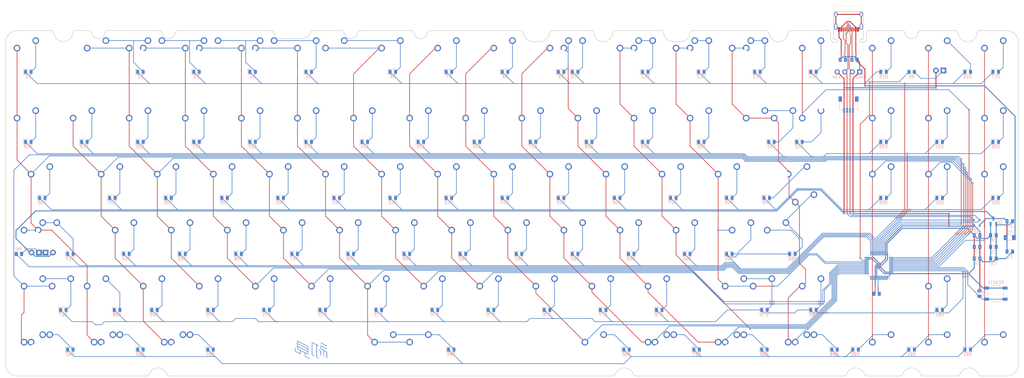
<source format=kicad_pcb>
(kicad_pcb (version 20240108) (generator "pcbnew") (generator_version "8.0")
  (layers (0 "F.Cu" signal) (31 "B.Cu" signal) (34 "B.Paste" user) (35 "F.Paste" user) (36 "B.SilkS" user "B.Silkscreen") (37 "F.SilkS" user "F.Silkscreen") (38 "B.Mask" user) (39 "F.Mask" user) (44 "Edge.Cuts" user))
  (net 0 "")
  (net 1 "+3V3")
  (net 2 "BOOT0")
  (net 3 "GND")
  (net 4 "+5V")
  (net 5 "Net-(D1-A)")
  (net 6 "ROW0")
  (net 7 "Net-(D2-A)")
  (net 8 "Net-(D3-A)")
  (net 9 "Net-(D4-A)")
  (net 10 "Net-(D5-A)")
  (net 11 "Net-(D6-A)")
  (net 12 "Net-(D7-A)")
  (net 13 "Net-(D8-A)")
  (net 14 "Net-(D9-A)")
  (net 15 "Net-(D10-A)")
  (net 16 "Net-(D11-A)")
  (net 17 "Net-(D12-A)")
  (net 18 "Net-(D13-A)")
  (net 19 "Net-(D14-A)")
  (net 20 "Net-(D15-A)")
  (net 21 "Net-(D16-A)")
  (net 22 "ROW1")
  (net 23 "Net-(D17-A)")
  (net 24 "Net-(D18-A)")
  (net 25 "Net-(D19-A)")
  (net 26 "Net-(D20-A)")
  (net 27 "Net-(D21-A)")
  (net 28 "Net-(D22-A)")
  (net 29 "Net-(D23-A)")
  (net 30 "Net-(D24-A)")
  (net 31 "Net-(D25-A)")
  (net 32 "Net-(D26-A)")
  (net 33 "Net-(D27-A)")
  (net 34 "Net-(D28-A)")
  (net 35 "Net-(D29-A)")
  (net 36 "Net-(D30-A)")
  (net 37 "Net-(D31-A)")
  (net 38 "Net-(D32-A)")
  (net 39 "Net-(D33-A)")
  (net 40 "Net-(D34-A)")
  (net 41 "Net-(D35-A)")
  (net 42 "ROW2")
  (net 43 "Net-(D36-A)")
  (net 44 "Net-(D37-A)")
  (net 45 "Net-(D38-A)")
  (net 46 "Net-(D39-A)")
  (net 47 "Net-(D40-A)")
  (net 48 "Net-(D41-A)")
  (net 49 "Net-(D42-A)")
  (net 50 "Net-(D43-A)")
  (net 51 "Net-(D44-A)")
  (net 52 "Net-(D45-A)")
  (net 53 "Net-(D46-A)")
  (net 54 "Net-(D47-A)")
  (net 55 "Net-(D48-A)")
  (net 56 "Net-(D49-A)")
  (net 57 "Net-(D50-A)")
  (net 58 "Net-(D51-A)")
  (net 59 "ROW3")
  (net 60 "Net-(D52-A)")
  (net 61 "Net-(D53-A)")
  (net 62 "Net-(D54-A)")
  (net 63 "Net-(D55-A)")
  (net 64 "Net-(D56-A)")
  (net 65 "Net-(D57-A)")
  (net 66 "Net-(D58-A)")
  (net 67 "Net-(D59-A)")
  (net 68 "Net-(D60-A)")
  (net 69 "Net-(D61-A)")
  (net 70 "Net-(D62-A)")
  (net 71 "Net-(D63-A)")
  (net 72 "Net-(D64-A)")
  (net 73 "Net-(D65-A)")
  (net 74 "ROW4")
  (net 75 "Net-(D67-A)")
  (net 76 "Net-(D68-A)")
  (net 77 "Net-(D69-A)")
  (net 78 "Net-(D70-A)")
  (net 79 "Net-(D71-A)")
  (net 80 "Net-(D72-A)")
  (net 81 "Net-(D73-A)")
  (net 82 "Net-(D74-A)")
  (net 83 "Net-(D75-A)")
  (net 84 "Net-(D76-A)")
  (net 85 "Net-(D77-A)")
  (net 86 "Net-(D79-A)")
  (net 87 "ROW5")
  (net 88 "Net-(D80-A)")
  (net 89 "Net-(D81-A)")
  (net 90 "Net-(D82-A)")
  (net 91 "Net-(D83-A)")
  (net 92 "Net-(D85-A)")
  (net 93 "Net-(D86-A)")
  (net 94 "Net-(D88-A)")
  (net 95 "Net-(D89-A)")
  (net 96 "VBUS")
  (net 97 "D+")
  (net 98 "D-")
  (net 99 "COL0")
  (net 100 "COL1")
  (net 101 "COL2")
  (net 102 "COL3")
  (net 103 "COL4")
  (net 104 "COL5")
  (net 105 "COL6")
  (net 106 "COL7")
  (net 107 "COL8")
  (net 108 "COL9")
  (net 109 "COL10")
  (net 110 "COL11")
  (net 111 "COL12")
  (net 112 "COL15")
  (net 113 "COL16")
  (net 114 "Net-(D84-A)")
  (net 115 "COL17")
  (net 116 "COL13")
  (net 117 "COL14")
  (net 118 "scroll")
  (net 119 "caps")
  (net 120 "/F1")
  (net 121 "/C13")
  (net 122 "/A0")
  (net 123 "/A2")
  (net 124 "/A1")
  (net 125 "/F0")
  (net 126 "/C15")
  (net 127 "/C14")
  (net 128 "Net-(D90-A)")
  (net 129 "Net-(D91-A)")
  (net 132 "Net-(J3-CC2)")
  (net 133 "COL18")
  (net 134 "Net-(D66-A)")
  (net 135 "Net-(D78-A)")
  (net 136 "Net-(J3-CC1)")
  (net 137 "Net-(MX24-LEDGND)")
  (net 138 "RESET")
  (net 139 "Net-(D87-A)")
  (net 140 "Net-(D92-A)")
  (net 141 "Net-(MX62-LEDGND)")
  (footprint "MX_Only:MXOnly-1U-NoLED" (layer "F.Cu") (at 134.14375 126.20625)
    (property "Reference" "MX91")
    (property "Value" "MX-NoLED")
  )
  (footprint "MX_Only:MXOnly-1U-NoLED" (layer "F.Cu") (at 81.75625 88.10625)
    (property "Reference" "MX53")
    (property "Value" "MX-NoLED")
  )
  (footprint "MX_Only:MXOnly-1U-NoLED" (layer "F.Cu") (at 105.56875 107.15625)
    (property "Reference" "MX73")
    (property "Value" "MX-NoLED")
  )
  (footprint "MX_Only:MXOnly-1.25U-NoLED" (layer "F.Cu") (at 160.3375 145.25625)
    (property "Reference" "MX101")
    (property "Value" "MX-NoLED")
  )
  (footprint "MX_Only:MXOnly-1U-NoLED" (layer "F.Cu") (at 29.36875 107.15625)
    (property "Reference" "MX69")
    (property "Value" "MX-NoLED")
  )
  (footprint "MX_Only:MXOnly-1U-NoLED" (layer "F.Cu") (at 143.66875 45.24375)
    (property "Reference" "MX7")
    (property "Value" "MX-NoLED")
  )
  (footprint "Connector_PinHeader_2.54mm:PinHeader_1x04_P2.54mm_Vertical" (layer "F.Cu") (at 202.2375 50.8 -90)
    (property "Reference" "J2" (hide yes))
    (property "Value" "Conn_01x04")
  )
  (footprint "MX_Only:MXOnly-2U-NoLED" (layer "F.Cu") (at 177.00625 69.05625)
    (property "Reference" "MX40")
    (property "Value" "MX-NoLED")
  )
  (footprint "MX_Only:MXOnly-1U-NoLED" (layer "F.Cu") (at 62.70625 45.24375)
    (property "Reference" "MX15")
    (property "Value" "MX-NoLED")
  )
  (footprint "MX_Only:MXOnly-1U-NoLED" (layer "F.Cu") (at 24.60625 45.24375)
    (property "Reference" "MX5")
    (property "Value" "MX-NoLED")
  )
  (footprint "MX_Only:MXOnly-1U-NoLED" (layer "F.Cu") (at 100.80625 88.10625)
    (property "Reference" "MX54")
    (property "Value" "MX-NoLED")
  )
  (footprint "MX_Only:MXOnly-2.75U-NoLED" (layer "F.Cu") (at 169.8625 126.20625)
    (property "Reference" "MX92")
    (property "Value" "MX-NoLED")
  )
  (footprint "MX_Only:MXOnly-1.25U-NoLED" (layer "F.Cu") (at -30.1625 145.25625)
    (property "Reference" "MX97")
    (property "Value" "MX-NoLED")
  )
  (footprint "MX_Only:MXOnly-6.25U-ReversedStabilizers-NoLED" (layer "F.Cu") (at 41.275 145.25625)
    (property "Reference" "MX98")
    (property "Value" "MX-NoLED")
  )
  (footprint "MX_Only:MXOnly-1U-NoLED" (layer "F.Cu") (at -18.25625 126.20625)
    (property "Reference" "MX83")
    (property "Value" "MX-NoLED")
  )
  (footprint "MX_Only:MXOnly-1.75U-FLIPPED" (layer "F.Cu") (at -73.025 107.15625)
    (property "Reference" "MX62")
    (property "Value" "MX-NoLED")
  )
  (footprint "MX_Only:MXOnly-1U-NoLED" (layer "F.Cu") (at 15.08125 69.05625)
    (property "Reference" "MX32")
    (property "Value" "MX-NoLED")
  )
  (footprint "MX_Only:MXOnly-1U-NoLED" (layer "F.Cu") (at 72.23125 69.05625)
    (property "Reference" "MX35")
    (property "Value" "MX-NoLED")
  )
  (footprint "MX_Only:MXOnly-1U-NoLED" (layer "F.Cu") (at 110.33125 69.05625)
    (property "Reference" "MX37")
    (property "Value" "MX-NoLED")
  )
  (footprint "MX_Only:MXOnly-1U-NoLED" (layer "F.Cu") (at 10.31875 107.15625)
    (property "Reference" "MX68")
    (property "Value" "MX-NoLED")
  )
  (footprint "MX_Only:MXOnly-2.25U-NoLED" (layer "F.Cu") (at -68.2625 126.20625)
    (property "Reference" "MX80")
    (property "Value" "MX-NoLED")
  )
  (footprint "MX_Only:MXOnly-1U-NoLED" (layer "F.Cu") (at 162.71875 107.15625)
    (property "Reference" "MX76")
    (property "Value" "MX-NoLED")
  )
  (footprint "MX_Only:MXOnly-1.25U-NoLED" (layer "F.Cu") (at 112.7125 145.25625)
    (property "Reference" "MX99")
    (property "Value" "MX-NoLED")
  )
  (footprint "MX_Only:MXOnly-1U-NoLED" (layer "F.Cu") (at -32.54375 88.10625)
    (property "Reference" "MX47")
    (property "Value" "MX-NoLED")
  )
  (footprint "MX_Only:MXOnly-1U-NoLED" (layer "F.Cu") (at -56.35625 45.24375)
    (property "Reference" "MX1")
    (property "Value" "MX-NoLED")
  )
  (footprint "MX_Only:MXOnly-1U-NoLED" (layer "F.Cu") (at 76.99375 126.20625)
    (property "Reference" "MX88")
    (property "Value" "MX-NoLED")
  )
  (footprint "MX_Only:MXOnly-1U-NoLED" (layer "F.Cu") (at -80.16875 45.24375)
    (property "Reference" "MX9")
    (property "Value" "MX-NoLED")
  )
  (footprint "MX_Only:MXOnly-1U-NoLED" (layer "F.Cu") (at 67.46875 107.15625)
    (property "Reference" "MX71")
    (property "Value" "MX-NoLED")
  )
  (footprint "MX_Only:MXOnly-1U-NoLED" (layer "F.Cu") (at -8.73125 107.15625)
    (property "Reference" "MX67")
    (property "Value" "MX-NoLED")
  )
  (footprint "MX_Only:MXOnly-ISO-ReversedStabilizers-NoLED" (layer "F.Cu") (at 184.15 97.63125)
    (property "Reference" "MX63")
    (property "Value" "MX-NoLED")
  )
  (footprint "MX_Only:MXOnly-1U-NoLED" (layer "F.Cu") (at 210.34375 69.05625)
    (property "Reference" "MX42")
    (property "Value" "MX-NoLED")
  )
  (footprint "MX_Only:MXOnly-1U-NoLED" (layer "F.Cu") (at -56.35625 126.20625)
    (property "Reference" "MX81")
    (property "Value" "MX-NoLED")
  )
  (footprint "MX_Only:MXOnly-1U-NoLED" (layer "F.Cu") (at 138.90625 88.10625)
    (property "Reference" "MX56")
    (property "Value" "MX-NoLED")
  )
  (footprint "MX_Only:MXOnly-1U-NoLED" (layer "F.Cu") (at -18.25625 45.24375)
    (property "Reference" "MX3")
    (property "Value" "MX-NoLED")
  )
  (footprint "MX_Only:MXOnly-1U-NoLED" (layer "F.Cu") (at 86.51875 107.15625)
    (property "Reference" "MX72")
    (property "Value" "MX-NoLED")
  )
  (footprint "MX_Only:MXOnly-1U-NoLED" (layer "F.Cu") (at -80.16875 69.05625)
    (property "Reference" "MX27")
    (property "Value" "MX-NoLED")
  )
  (footprint "MX_Only:MXOnly-1U-NoLED" (layer "F.Cu") (at 143.66875 107.15625)
    (property "Reference" "MX75")
    (property "Value" "MX-NoLED")
  )
  (footprint "MX_Only:MXOnly-1.25U-NoLED" (layer "F.Cu") (at -53.975 145.25625)
    (property "Reference" "MX96")
    (property "Value" "MX-NoLED")
  )
  (footprint "MX_Only:MXOnly-1.5U-NoLED" (layer "F.Cu") (at 181.76875 88.10625)
    (property "Reference" "MX58")
    (property "Value" "MX-NoLED")
  )
  (footprint "MX_Only:MXOnly-1U-NoLED" (layer "F.Cu") (at -46.83125 107.15625)
    (property "Reference" "MX65")
    (property "Value" "MX-NoLED")
  )
  (footprint "MX_Only:MXOnly-1U-NoLED" (layer "F.Cu") (at 248.44375 69.05625)
    (property "Reference" "MX44")
    (property "Value" "MX-NoLED")
  )
  (footprint "MX_Only:MXOnly-1U-NoLED" (layer "F.Cu") (at 157.95625 145.25625)
    (property "Reference" "MX108")
    (property "Value" "MX-NoLED")
  )
  (footprint "MX_Only:MXOnly-2.25U-NoLED" (layer "F.Cu") (at 174.625 107.15625)
    (property "Reference" "MX77")
    (property "Value" "MX-NoLED")
  )
  (footprint "MX_Only:MXOnly-1U-NoLED" (layer "F.Cu") (at 24.60625 88.10625)
    (property "Reference" "MX50")
    (property "Value" "MX-NoLED")
  )
  (footprint "MX_Only:MXOnly-1U-NoLED" (layer "F.Cu") (at 0.79375 126.20625)
    (property "Reference" "MX84")
    (property "Value" "MX-NoLED")
  )
  (footprint "MX_Only:MXOnly-1U-NoLED" (layer "F.Cu") (at 62.70625 88.10625)
    (property "Reference" "MX52")
    (property "Value" "MX-NoLED")
  )
  (footprint "MX_Only:MXOnly-1U-NoLED" (layer "F.Cu") (at -23.01875 45.24375)
    (property "Reference" "MX11")
    (property "Value" "MX-NoLED")
  )
  (footprint "Keebio-Parts:breakaway-mousebites" (layer "F.Cu") (at 198.4375 40.3)
    (property "Reference" "REF**" (hide yes))
    (property "Value" "breakaway-mousebites" (hide yes))
  )
  (footprint "MX_Only:MXOnly-1U-NoLED" (layer "F.Cu") (at -27.78125 107.15625)
    (property "Reference" "MX66")
    (property "Value" "MX-NoLED")
  )
  (footprint "MX_Only:MXOnly-1U-NoLED" (layer "F.Cu") (at -3.96875 69.05625)
    (property "Reference" "MX31")
    (property "Value" "MX-NoLED")
  )
  (footprint "MX_Only:MXOnly-1U-NoLED" (layer "F.Cu") (at 167.48125 45.24375)
    (property "Reference" "MX21")
    (property "Value" "MX-NoLED")
  )
  (footprint "MX_Only:MXOnly-1U-NoLED" (layer "F.Cu") (at 229.39375 126.20625)
    (property "Reference" "MX94")
    (property "Value" "MX-NoLED")
  )
  (footprint "MX_Only:MXOnly-1.75U-STEP1.25" (layer "F.Cu") (at -73.025 107.15625)
    (property "Reference" "MX64")
    (property "Value" "MX-NoLED")
  )
  (footprint "MX_Only:MXOnly-1U-NoLED" (layer "F.Cu") (at 129.38125 45.24375)
    (property "Reference" "MX19")
    (property "Value" "MX-NoLED")
  )
  (footprint "MX_Only:MXOnly-1U-NoLED" (layer "F.Cu") (at 210.34375 145.25625)
    (property "Reference" "MX110")
    (property "Value" "MX-NoLED")
  )
  (footprint "MX_Only:MXOnly-1.25U-NoLED" (layer "F.Cu") (at 184.15 145.25625)
    (property "Reference" "MX102")
    (property "Value" "MX-NoLED")
  )
  (footprint "MX_Only:MXOnly-1.25U-NoLED" (layer "F.Cu") (at -77.7875 126.20625)
    (property "Reference" "MX78")
    (property "Value" "MX-NoLED")
  )
  (footprint "MX_Only:MXOnly-1U-NoLED" (layer "F.Cu") (at 186.53125 69.05625)
    (property "Reference" "MX41")
    (property "Value" "MX-NoLED")
  )
  (footprint "MX_Only:MXOnly-1U-NoLED" (layer "F.Cu") (at 38.89375 126.20625)
    (property "Reference" "MX86")
    (property "Value" "MX-NoLED")
  )
  (footprint "MX_Only:MXOnly-1U-NoLED" (layer "F.Cu") (at 148.43125 45.24375)
    (property "Reference" "MX20")
    (property "Value" "MX-NoLED")
  )
  (footprint "MX_Only:MXOnly-1U-NoLED" (layer "F.Cu") (at 100.80625 45.24375)
    (property "Reference" "MX17")
    (property "Value" "MX-NoLED")
  )
  (footprint "MX_Only:MXOnly-7U-ReversedStabilizers-NoLED" (layer "F.Cu") (at 53.18125 145.25625)
    (property "Reference" "MX106")
    (property "Value" "MX-NoLED")
  )
  (footprint "MX_Only:MXOnly-1U-NoLED" (layer "F.Cu") (at 229.39375 88.10625)
    (property "Reference" "MX60")
    (property "Value" "MX-NoLED")
  )
  (footprint "MX_Only:MXOnly-1U-NoLED" (layer "F.Cu") (at 162.71875 45.24375)
    (property "Reference" "MX8")
    (property "Value" "MX-NoLED")
  )
  (footprint "MX_Only:MXOnly-1U-NoLED" (layer "F.Cu") (at 91.28125 69.05625)
    (property "Reference" "MX36")
    (property "Value" "MX-NoLED")
  )
  (footprint "MX_Only:MXOnly-1U-NoLED" (layer "F.Cu") (at -23.01875 69.05625)
    (property "Reference" "MX30")
    (property "Value" "MX-NoLED")
  )
  (footprint "MX_Only:MXOnly-1.5U-NoLED" (layer "F.Cu") (at 181.76875 145.25625)
    (property "Reference" "MX109")
    (property "Value" "MX-NoLED")
  )
  (footprint "MX_Only:MXOnly-1U-NoLED" (layer "F.Cu") (at 81.75625 45.24375)
    (property "Reference" "MX16")
    (property "Value" "MX-NoLED")
  )
  (footprint "MX_Only:MXOnly-1U-NoLED" (layer "F.Cu") (at -13.49375 88.10625)
    (property "Reference" "MX48")
    (property "Value" "MX-NoLED")
  )
  (footprint "MX_Only:MXOnly-1U-NoLED" (layer "F.Cu") (at 210.34375 88.10625)
    (property "Reference" "MX59")
    (property "Value" "MX-NoLED")
  )
  (footprint "MX_Only:MXOnly-1U-NoLED" (layer "F.Cu") (at 210.34375 45.24375)
    (property "Reference" "MX23")
    (property "Value" "MX-NoLED")
  )
  (footprint "MX_Only:MXOnly-1U-NoLED" (layer "F.Cu") (at 53.18125 69.05625)
    (property "Reference" "MX34")
    (property "Value" "MX-NoLED")
  )
  (footprint "MX_Only:MXOnly-1U-NoLED" (layer "F.Cu") (at 115.09375 126.20625)
    (property "Reference" "MX90")
    (property "Value" "MX-NoLED")
  )
  (footprint "MX_Only:MXOnly-1.25U-NoLED" (layer "F.Cu") (at -77.7875 145.25625)
    (property "Reference" "MX95")
    (property "Value" "MX-NoLED")
  )
  (footprint "MX_Only:MXOnly-1U-NoLED" (layer "F.Cu") (at -51.59375 88.10625)
    (property "Reference" "MX46")
    (property "Value" "MX-NoLED")
  )
  (footprint "MX_Only:MXOnly-1U-NoLED" (layer "F.Cu") (at -51.59375 145.25625)
    (property "Reference" "MX104")
    (property "Value" "MX-NoLED")
  )
  (footprint "MX_Only:MXOnly-1U-NoLED" (layer "F.Cu") (at 15.08125 45.24375)
    (property "Reference" "MX13")
    (property "Value" "MX-NoLED")
  )
  (footprint "MX_Only:MXOnly-1U-NoLED" (layer "F.Cu") (at 0.79375 45.24375)
    (property "Reference" "MX4")
    (property "Value" "MX-NoLED")
  )
  (footprint "MX_Only:MXOnly-1U-NoLED" (layer "F.Cu") (at 5.55625 88.10625)
    (property "Reference" "MX49")
    (property "Value" "MX-NoLED")
  )
  (footprint "Connector_USB:USB_C_Receptacle_HRO_TYPE-C-31-M-12" (layer "F.Cu") (at 198.4375 32.297811 180)
    (property "Reference" "J3")
    (property "Value" "USB_C_Receptacle_USB2.0")
  )
  (footprint "MX_Only:MXOnly-1U-NoLED" (layer "F.Cu") (at 34.13125 69.05625)
    (property "Reference" "MX33")
    (property "Value" "MX-NoLED")
  )
  (footprint "MX_Only:MXOnly-1U-NoLED" (layer "F.Cu") (at 186.53125 45.24375)
    (property "Reference" "MX22")
    (property "Value" "MX-NoLED")
  )
  (footprint "MX_Only:MXOnly-1U-NoLED" (layer "F.Cu") (at -3.96875 45.24375)
    (property "Reference" "MX12")
    (property "Value" "MX-NoLED")
  )
  (footprint "MX_Only:MXOnly-1U-NoLED" (layer "F.Cu") (at 19.84375 126.20625)
    (property "Reference" "MX85")
    (property "Value" "MX-NoLED")
  )
  (footprint "MX_Only:MXOnly-1U-NoLED" (layer "F.Cu") (at 129.38125 69.05625)
    (property "Reference" "MX38")
    (property "Value" "MX-NoLED")
  )
  (footprint "MX_Only:MXOnly-1.25U-NoLED" (layer "F.Cu") (at 136.525 145.25625)
    (property "Reference" "MX100")
    (property "Value" "MX-NoLED")
  )
  (footprint "MX_Only:MXOnly-1U-NoLED" (layer "F.Cu") (at 43.65625 88.10625)
    (property "Reference" "MX51")
    (property "Value" "MX-NoLED")
  )
  (footprint "MX_Only:MXOnly-1U-NoLED" (layer "F.Cu") (at 119.85625 88.10625)
    (property "Reference" "MX55")
    (property "Value" "MX-NoLED")
  )
  (footprint "MX_Only:MXOnly-1U-NoLED" (layer "F.Cu") (at 96.04375 126.20625)
    (property "Reference" "MX89")
    (property "Value" "MX-NoLED")
  )
  (footprint "MX_Only:MXOnly-1.5U-NoLED" (layer "F.Cu") (at -27.78125 145.25625)
    (property "Reference" "MX105")
    (property "Value" "MX-NoLED")
  )
  (footprint "MX_Only:MXOnly-1.5U-NoLED" (layer "F.Cu") (at 134.14375 145.25625)
    (property "Reference" "MX107")
    (property "Value" "MX-NoLED")
  )
  (footprint "MX_Only:MXOnly-1U-NoLED" (layer "F.Cu") (at 124.61875 107.15625)
    (property "Reference" "MX74")
    (property "Value" "MX-NoLED")
  )
  (footprint "MX_Only:MXOnly-1U-NoLED" (layer "F.Cu") (at 57.94375 126.20625)
    (property "Reference" "MX87")
    (property "Value" "MX-NoLED")
  )
  (footprint "MX_Only:MXOnly-1U-NoLED" (layer "F.Cu") (at -42.06875 69.05625)
    (property "Reference" "MX29")
    (property "Value" "MX-NoLED")
  )
  (footprint "MX_Only:MXOnly-1.5U-NoLED" (layer "F.Cu") (at -75.40625 88.10625)
    (property "Reference" "MX45")
    (property "Value" "MX-NoLED")
  )
  (footprint "MX_Only:MXOnly-1U-NoLED" (layer "F.Cu") (at -42.06875 45.24375)
    (property "Reference" "MX10")
    (property "Value" "MX-NoLED")
  )
  (footprint "MX_Only:MXOnly-1U-NoLED" (layer "F.Cu") (at 157.95625 88.10625)
    (property "Reference" "MX57")
    (property "Value" "MX-NoLED")
  )
  (footprint "MX_Only:MXOnly-1U-NoLED" (layer "F.Cu") (at 229.39375 145.25625)
    (property "Reference" "MX111")
    (property "Value" "MX-NoLED")
  )
  (footprint "MX_Only:MXOnly-1.75U-NoLED" (layer "F.Cu") (at 160.3375 126.20625)
    (property "Reference" "MX79")
    (property "Value" "MX-NoLED")
  )
  (footprint "MX_Only:MXOnly-1U-NoLED" (layer "F.Cu") (at 248.44375 145.25625)
    (property "Reference" "MX112")
    (property "Value" "MX-NoLED")
  )
  (footprint "MX_Only:MXOnly-1U-NoLED" (layer "F.Cu") (at 248.44375 88.10625)
    (property "Reference" "MX61")
    (property "Value" "MX-NoLED")
  )
  (footprint "MX_Only:MXOnly-1U" (layer "F.Cu") (at 229.39375 45.24375)
    (property "Reference" "MX24")
    (property "Value" "MX-NoLED")
  )
  (footprint "MX_Only:MXOnly-1U-NoLED" (layer "F.Cu") (at 105.56875 45.24375)
    (property "Reference" "MX18")
    (property "Value" "MX-NoLED")
  )
  (footprint "MX_Only:MXOnly-1U-NoLED" (layer "F.Cu") (at 186.53125 126.20625)
    (property "Reference" "MX93")
    (property "Value" "MX-NoLED")
  )
  (footprint "MX_Only:MXOnly-1U-NoLED" (layer "F.Cu") (at 48.41875 107.15625)
    (property "Reference" "MX70")
    (property "Value" "MX-NoLED")
  )
  (footprint "MX_Only:MXOnly-1U-NoLED" (layer "F.Cu") (at 229.39375 69.05625)
    (property "Reference" "MX43")
    (property "Value" "MX-NoLED")
  )
  (footprint "MX_Only:MXOnly-1U-NoLED" (layer "F.Cu") (at 167.48125 69.05625)
    (property "Reference" "MX26")
    (property "Value" "MX-NoLED")
  )
  (footprint "MX_Only:MXOnly-1.5U-NoLED" (layer "F.Cu") (at -75.40625 145.25625)
    (property "Reference" "MX103")
    (property "Value" "MX-NoLED")
  )
  (footprint "MX_Only:MXOnly-1U-NoLED" (layer "F.Cu") (at -61.11875 69.05625)
    (property "Reference" "MX28")
    (property "Value" "MX-NoLED")
  )
  (footprint "MX_Only:MXOnly-1U-NoLED" (layer "F.Cu") (at 124.61875 45.24375)
    (property "Reference" "MX6")
    (property "Value" "MX-NoLED")
  )
  (footprint "MX_Only:MXOnly-1U-NoLED" (layer "F.Cu") (at 248.44375 45.24375)
    (property "Reference" "MX25")
    (property "Value" "MX-NoLED")
  )
  (footprint "MX_Only:MXOnly-1U-NoLED" (layer "F.Cu") (at -37.30625 45.24375)
    (property "Reference" "MX2")
    (property "Value" "MX-NoLED")
  )
  (footprint "MX_Only:MXOnly-1U-NoLED" (layer "F.Cu") (at 43.65625 45.24375)
    (property "Reference" "MX14")
    (property "Value" "MX-NoLED")
  )
  (footprint "MX_Only:MXOnly-1U-NoLED" (layer "F.Cu") (at 148.43125 69.05625)
    (property "Reference" "MX39")
    (property "Value" "MX-NoLED")
  )
  (footprint "MX_Only:MXOnly-1U-NoLED" (layer "F.Cu") (at -37.30625 126.20625)
    (property "Reference" "MX82")
    (property "Value" "MX-NoLED")
  )
  (footprint "Diode_SMD:D_0805_2012Metric" (layer "B.Cu") (at 248.44375 74.6125)
    (property "Reference" "D35")
    (property "Value" "D_Small")
  )
  (footprint "Diode_SMD:D_0805_2012Metric" (layer "B.Cu") (at 96.04375 131.7625)
    (property "Reference" "D76")
    (property "Value" "D_Small")
  )
  (footprint "Diode_SMD:D_0805_2012Metric" (layer "B.Cu") (at 43.65625 50.8)
    (property "Reference" "D6")
    (property "Value" "D_Small")
  )
  (footprint "Diode_SMD:D_0805_2012Metric" (layer "B.Cu") (at 76.99375 131.7625)
    (property "Reference" "D75")
    (property "Value" "D_Small")
  )
  (footprint "Diode_SMD:D_0805_2012Metric" (layer "B.Cu") (at -80.16875 50.8)
    (property "Reference" "D1")
    (property "Value" "D_Small")
  )
  (footprint "Resistor_SMD:R_0805_2012Metric" (layer "B.Cu") (at 207.96 126.27 180)
    (property "Reference" "R1")
    (property "Value" "10k")
  )
  (footprint "Diode_SMD:D_0805_2012Metric" (layer "B.Cu") (at 100.80625 50.8)
    (property "Reference" "D9")
    (property "Value" "D_Small")
  )
  (footprint "Diode_SMD:D_0805_2012Metric" (layer "B.Cu") (at 110.33125 74.6125)
    (property "Reference" "D28")
    (property "Value" "D_Small")
  )
  (footprint "Diode_SMD:D_0805_2012Metric" (layer "B.Cu") (at 119.85625 93.6625)
    (property "Reference" "D46")
    (property "Value" "D_Small")
  )
  (footprint "Diode_SMD:D_0805_2012Metric" (layer "B.Cu") (at 48.41875 112.7125)
    (property "Reference" "D59")
    (property "Value" "D_Small")
  )
  (footprint "Diode_SMD:D_0805_2012Metric" (layer "B.Cu") (at 129.38125 50.8)
    (property "Reference" "D11")
    (property "Value" "D_Small")
  )
  (footprint "Diode_SMD:D_0805_2012Metric" (layer "B.Cu") (at 229.39375 93.6625)
    (property "Reference" "D51")
    (property "Value" "D_Small")
  )
  (footprint "Diode_SMD:D_0805_2012Metric" (layer "B.Cu") (at 186.53125 50.8)
    (property "Reference" "D14")
    (property "Value" "D_Small")
  )
  (footprint "Diode_SMD:D_0805_2012Metric" (layer "B.Cu") (at 229.39375 74.6125)
    (property "Reference" "D34")
    (property "Value" "D_Small")
  )
  (footprint "Diode_SMD:D_0805_2012Metric" (layer "B.Cu") (at 148.43125 74.6125)
    (property "Reference" "D30")
    (property "Value" "D_Small")
  )
  (footprint "Diode_SMD:D_0805_2012Metric" (layer "B.Cu") (at -3.96875 74.6125)
    (property "Reference" "D22")
    (property "Value" "D_Small")
  )
  (footprint "Diode_SMD:D_0805_2012Metric" (layer "B.Cu") (at -75.40625 93.6625)
    (property "Reference" "D36")
    (property "Value" "D_Small")
  )
  (footprint "Capacitor_SMD:C_0805_2012Metric" (layer "B.Cu") (at 247.65 110.33125)
    (property "Reference" "C1")
    (property "Value" "10uF")
  )
  (footprint "Capacitor_SMD:C_0805_2012Metric" (layer "B.Cu") (at 253.20625 101.6)
    (property "Reference" "C7")
    (property "Value" "10uF")
  )
  (footprint "Diode_SMD:D_0805_2012Metric" (layer "B.Cu") (at 105.56875 50.8)
    (property "Reference" "D10")
    (property "Value" "D_Small")
  )
  (footprint "Capacitor_SMD:C_0805_2012Metric" (layer "B.Cu") (at 242.09375 106.3625)
    (property "Reference" "C2")
    (property "Value" "100nF")
  )
  (footprint "Diode_SMD:D_0805_2012Metric" (layer "B.Cu") (at 34.13125 74.6125)
    (property "Reference" "D24")
    (property "Value" "D_Small")
  )
  (footprint "Diode_SMD:D_0805_2012Metric" (layer "B.Cu") (at 124.61875 112.7125)
    (property "Reference" "D63")
    (property "Value" "D_Small")
  )
  (footprint "Diode_SMD:D_0805_2012Metric" (layer "B.Cu") (at -68.2625 131.7625)
    (property "Reference" "D67")
    (property "Value" "D_Small")
  )
  (footprint "Diode_SMD:D_0805_2012Metric" (layer "B.Cu") (at 210.34375 74.6125)
    (property "Reference" "D33")
    (property "Value" "D_Small")
  )
  (footprint "Diode_SMD:D_0805_2012Metric" (layer "B.Cu") (at 105.56875 112.7125)
    (property "Reference" "D62")
    (property "Value" "D_Small")
  )
  (footprint "Diode_SMD:D_0805_2012Metric" (layer "B.Cu") (at 72.23125 74.6125)
    (property "Reference" "D26")
    (property "Value" "D_Small")
  )
  (footprint "Diode_SMD:D_0805_2012Metric" (layer "B.Cu") (at 91.28125 74.6125)
    (property "Reference" "D27")
    (property "Value" "D_Small")
  )
  (footprint "Diode_SMD:D_0805_2012Metric" (layer "B.Cu") (at -61.11875 74.6125)
    (property "Reference" "D19")
    (property "Value" "D_Small")
  )
  (footprint "Diode_SMD:D_0805_2012Metric" (layer "B.Cu") (at 100.80625 93.6625)
    (property "Reference" "D45")
    (property "Value" "D_Small")
  )
  (footprint "Diode_SMD:D_0805_2012Metric" (layer "B.Cu") (at 229.39375 131.7625)
    (property "Reference" "D81")
    (property "Value" "D_Small")
  )
  (footprint "Diode_SMD:D_0805_2012Metric" (layer "B.Cu") (at -27.78125 112.7125)
    (property "Reference" "D55")
    (property "Value" "D_Small")
  )
  (footprint "Diode_SMD:D_0805_2012Metric" (layer "B.Cu") (at 169.8625 131.7625)
    (property "Reference" "D79")
    (property "Value" "D_Small")
  )
  (footprint "Diode_SMD:D_0805_2012Metric" (layer "B.Cu") (at 248.44375 50.8)
    (property "Reference" "D17")
    (property "Value" "D_Small")
  )
  (footprint "Diode_SMD:D_0805_2012Metric" (layer "B.Cu") (at 10.31875 112.7125)
    (property "Reference" "D57")
    (property "Value" "D_Small")
  )
  (footprint "Diode_SMD:D_0805_2012Metric" (layer "B.Cu") (at 210.34375 93.6625)
    (property "Reference" "D50")
    (property "Value" "D_Small")
  )
  (footprint "Resistor_SMD:R_0805_2012Metric" (layer "B.Cu") (at 242.8875 126.20625 90)
    (property "Reference" "R4")
    (property "Value" "10k")
  )
  (footprint "Diode_SMD:D_0805_2012Metric" (layer "B.Cu") (at 134.14375 131.7625)
    (property "Reference" "D78")
    (property "Value" "D_Small")
  )
  (footprint "Diode_SMD:D_0805_2012Metric" (layer "B.Cu") (at 210.34375 50.8)
    (property "Reference" "D15")
    (property "Value" "D_Small")
  )
  (footprint "Package_QFP:LQFP-48_7x7mm_P0.5mm" (layer "B.Cu") (at 208.74375 116.68125 90)
    (property "Reference" "U1" (hide yes))
    (property "Value" "STM32F072CBT6")
  )
  (footprint "Diode_SMD:D_0805_2012Metric" (layer "B.Cu") (at 123.03125 145.25625)
    (property "Reference" "D86")
    (property "Value" "D_Small")
  )
  (footprint "Diode_SMD:D_0805_2012Metric" (layer "B.Cu") (at 67.46875 112.7125)
    (property "Reference" "D60")
    (property "Value" "D_Small")
  )
  (footprint "Diode_SMD:D_0805_2012Metric" (layer "B.Cu") (at 138.90625 93.6625)
    (property "Reference" "D47")
    (property "Value" "D_Small")
  )
  (footprint "Diode_SMD:D_0805_2012Metric" (layer "B.Cu") (at 81.75625 93.6625)
    (property "Reference" "D44")
    (property "Value" "D_Small")
  )
  (footprint "Fuse:Fuse_1206_3216Metric" (layer "B.Cu") (at 253.20625 107.15625 180)
    (property "Reference" "F1")
    (property "Value" "500mA")
  )
  (footprint "Diode_SMD:D_0805_2012Metric" (layer "B.Cu") (at -46.83125 112.7125)
    (property "Reference" "D54")
    (property "Value" "D_Small")
  )
  (footprint "Diode_SMD:D_0805_2012Metric" (layer "B.Cu") (at -18.25625 131.7625)
    (property "Reference" "D70")
    (property "Value" "D_Small")
  )
  (footprint "Diode_SMD:D_0805_2012Metric" (layer "B.Cu") (at 15.08125 74.6125)
    (property "Reference" "D23")
    (property "Value" "D_Small")
  )
  (footprint "Diode_SMD:D_0805_2012Metric" (layer "B.Cu") (at -42.06875 74.6125)
    (property "Reference" "D20")
    (property "Value" "D_Small")
  )
  (footprint "Diode_SMD:D_0805_2012Metric" (layer "B.Cu") (at 86.51875 112.7125)
    (property "Reference" "D61")
    (property "Value" "D_Small")
  )
  (footprint "Diode_SMD:D_0805_2012Metric" (layer "B.Cu") (at 219.86875 145.25625)
    (property "Reference" "D91")
    (property "Value" "D_Small")
  )
  (footprint "Diode_SMD:D_0805_2012Metric" (layer "B.Cu") (at 81.75625 50.8)
    (property "Reference" "D8")
    (property "Value" "D_Small")
  )
  (footprint "Diode_SMD:D_0805_2012Metric" (layer "B.Cu") (at 181.76875 74.6125)
    (property "Reference" "D32")
    (property "Value" "D_Small")
  )
  (footprint "Diode_SMD:D_0805_2012Metric" (layer "B.Cu") (at 157.95625 112.7125)
    (property "Reference" "D65")
    (property "Value" "D_Small")
  )
  (footprint "Resistor_SMD:R_0805_2012Metric" (layer "B.Cu") (at 196.5 46.66 180)
    (property "Reference" "R3")
    (property "Value" "5.1k")
  )
  (footprint "Diode_SMD:D_0805_2012Metric" (layer "B.Cu") (at 169.8625 145.25625)
    (property "Reference" "D88")
    (property "Value" "D_Small")
  )
  (footprint "Diode_SMD:D_0805_2012Metric" (layer "B.Cu") (at -13.49375 93.6625)
    (property "Reference" "D39")
    (property "Value" "D_Small")
  )
  (footprint "Package_TO_SOT_SMD:SOT-143" (layer "B.Cu") (at 241.96 102.15)
    (property "Reference" "U2")
    (property "Value" "PRTR5V0U2X")
  )
  (footprint "Diode_SMD:D_0805_2012Metric" (layer "B.Cu") (at 238.91875 50.8)
    (property "Reference" "D16")
    (property "Value" "D_Small")
  )
  (footprint "Diode_SMD:D_0805_2012Metric" (layer "B.Cu") (at -51.59375 93.6625)
    (property "Reference" "D37")
    (property "Value" "D_Small")
  )
  (footprint "Diode_SMD:D_0805_2012Metric" (layer "B.Cu") (at 148.43125 50.8)
    (property "Reference" "D12")
    (property "Value" "D_Small")
  )
  (footprint "Diode_SMD:D_0805_2012Metric" (layer "B.Cu") (at -3.96875 50.8)
    (property "Reference" "D4")
    (property "Value" "D_Small")
  )
  (footprint "Capacitor_SMD:C_0805_2012Metric" (layer "B.Cu") (at 242.09375 110.33125)
    (property "Reference" "C3")
    (property "Value" "100nF")
  )
  (footprint "Capacitor_SMD:C_0805_2012Metric" (layer "B.Cu") (at 247.65 106.3625)
    (property "Reference" "C8")
    (property "Value" "0.1uF")
  )
  (footprint "Capacitor_SMD:C_0805_2012Metric" (layer "B.Cu") (at 247.65 114.3)
    (property "Reference" "C5")
    (property "Value" "100nF")
  )
  (footprint "Package_TO_SOT_SMD:SOT-23" (layer "B.Cu") (at 247.65 101.6 90)
    (property "Reference" "U3")
    (property "Value" "XC6206PxxxMR-Regulator_Linear")
  )
  (footprint "Diode_SMD:D_0805_2012Metric" (layer "B.Cu") (at -23.01875 74.6125)
    (property "Reference" "D21")
    (property "Value" "D_Small")
  )
  (footprint "Diode_SMD:D_0805_2012Metric" (layer "B.Cu") (at 248.44375 93.6625)
    (property "Reference" "D52")
    (property "Value" "D_Small")
  )
  (footprint "Capacitor_SMD:C_0805_2012Metric" (layer "B.Cu") (at 253.20625 111.91875)
    (property "Reference" "C6")
    (property "Value" "100nF")
  )
  (footprint "Diode_SMD:D_0805_2012Metric" (layer "B.Cu") (at -42.06875 145.25625)
    (property "Reference" "D83")
    (property "Value" "D_Small")
  )
  (footprint "Diode_SMD:D_0805_2012Metric" (layer "B.Cu") (at -50.00625 131.7625)
    (property "Reference" "D68")
    (property "Value" "D_Small")
  )
  (footprint "Capacitor_SMD:C_0805_2012Metric" (layer "B.Cu") (at 242.09375 114.3)
    (property "Reference" "C4")
    (property "Value" "100nF")
  )
  (footprint "Diode_SMD:D_0805_2012Metric" (layer "B.Cu") (at 170.65625 93.6625)
    (property "Reference" "D49")
    (property "Value" "D_Small")
  )
  (footprint "Diode_SMD:D_0805_2012Metric" (layer "B.Cu") (at 62.70625 93.6625)
    (property "Reference" "D43")
    (property "Value" "D_Small")
  )
  (footprint "Diode_SMD:D_0805_2012Metric" (layer "B.Cu") (at 19.84375 131.7625)
    (property "Reference" "D72")
    (property "Value" "D_Small")
  )
  (footprint "Diode_SMD:D_0805_2012Metric" (layer "B.Cu") (at -18.25625 145.25625)
    (property "Reference" "D84")
    (property "Value" "D_Small")
  )
  (footprint "Diode_SMD:D_0805_2012Metric" (layer "B.Cu") (at -37.30625 131.7625)
    (property "Reference" "D69")
    (property "Value" "D_Small")
  )
  (footprint "Button_Switch_SMD:SW_SPST_TL3342" (layer "B.Cu") (at 248.44375 126.20625 180)
    (property "Reference" "RESET1")
    (property "Value" "SW_SPST")
  )
  (footprint "Diode_SMD:D_0805_2012Metric" (layer "B.Cu") (at 129.38125 74.6125)
    (property "Reference" "D29")
    (property "Value" "D_Small")
  )
  (footprint "Diode_SMD:D_0805_2012Metric" (layer "B.Cu") (at -42.06875 50.8)
    (property "Reference" "D2")
    (property "Value" "D_Small")
  )
  (footprint "Cherry:chujian" (layer "B.Cu") (at 15.875 145.25625 180)
    (property "Reference" "G***" (hide yes))
    (property "Value" "LOGO" (hide yes))
  )
  (footprint "Diode_SMD:D_0805_2012Metric" (layer "B.Cu") (at 24.60625 93.6625)
    (property "Reference" "D41")
    (property "Value" "D_Small")
  )
  (footprint "Diode_SMD:D_0805_2012Metric" (layer "B.Cu") (at 157.95625 93.6625)
    (property "Reference" "D48")
    (property "Value" "D_Small")
  )
  (footprint "Resistor_SMD:R_0805_2012Metric" (layer "B.Cu") (at 219.86875 50.8)
    (property "Reference" "R5")
    (property "Value" "1k")
  )
  (footprint "Diode_SMD:D_0805_2012Metric" (layer "B.Cu") (at 179.3875 112.7125)
    (property "Reference" "D66")
    (property "Value" "D_Small")
  )
  (footprint "Diode_SMD:D_0805_2012Metric" (layer "B.Cu") (at 115.09375 131.7625)
    (property "Reference" "D77")
    (property "Value" "D_Small")
  )
  (footprint "Diode_SMD:D_0805_2012Metric" (layer "B.Cu") (at 238.91875 145.25625)
    (property "Reference" "D92")
    (property "Value" "D_Small")
  )
  (footprint "Diode_SMD:D_0805_2012Metric" (layer "B.Cu") (at 146.84375 145.25625)
    (property "Reference" "D87")
    (property "Value" "D_Small")
  )
  (footprint "Diode_SMD:D_0805_2012Metric" (layer "B.Cu") (at 143.66875 112.7125)
    (property "Reference" "D64")
    (property "Value" "D_Small")
  )
  (footprint "Diode_SMD:D_0805_2012Metric" (layer "B.Cu") (at 53.18125 74.6125)
    (property "Reference" "D25")
    (property "Value" "D_Small")
  )
  (footprint "Diode_SMD:D_0805_2012Metric" (layer "B.Cu") (at 167.48125 50.8)
    (property "Reference" "D13")
    (property "Value" "D_Small")
  )
  (footprint "Diode_SMD:D_0805_2012Metric" (layer "B.Cu") (at -65.88125 112.7125)
    (property "Reference" "D53")
    (property "Value" "D_Small")
  )
  (footprint "Diode_SMD:D_0805_2012Metric" (layer "B.Cu") (at -8.73125 112.7125)
    (property "Reference" "D56")
    (property "Value" "D_Small")
  )
  (footprint "Diode_SMD:D_0805_2012Metric" (layer "B.Cu") (at 186.53125 131.7625)
    (property "Reference" "D80")
    (property "Value" "D_Small")
  )
  (footprint "Diode_SMD:D_0805_2012Metric" (layer "B.Cu") (at 43.65625 93.6625)
    (property "Reference" "D42")
    (property "Value" "D_Small")
  )
  (footprint "Diode_SMD:D_0805_2012Metric" (layer "B.Cu") (at -23.01875 50.8)
    (property "Reference" "D3")
    (property "Value" "D_Small")
  )
  (footprint "Diode_SMD:D_0805_2012Metric" (layer "B.Cu") (at 172.24375 74.6125)
    (property "Reference" "D31")
    (property "Value" "D_Small")
  )
  (footprint "Diode_SMD:D_0805_2012Metric" (layer "B.Cu") (at 62.70625 50.8)
    (property "Reference" "D7")
    (property "Value" "D_Small")
  )
  (footprint "Diode_SMD:D_0805_2012Metric" (layer "B.Cu") (at 63.5 145.25625)
    (property "Reference" "D85")
    (property "Value" "D_Small")
  )
  (footprint "Diode_SMD:D_0805_2012Metric" (layer "B.Cu") (at 5.55625 93.6625)
    (property "Reference" "D40")
    (property "Value" "D_Small")
  )
  (footprint "Diode_SMD:D_0805_2012Metric" (layer "B.Cu") (at 193.675 145.25625)
    (property "Reference" "D89")
    (property "Value" "D_Small")
  )
  (footprint "Diode_SMD:D_0805_2012Metric" (layer "B.Cu") (at -32.54375 93.6625)
    (property "Reference" "D38")
    (property "Value" "D_Small")
  )
  (footprint "Cherry:chujian" (layer "B.Cu") (at 15.875 145.25625 180)
    (property "Reference" "G***" (hide yes))
    (property "Value" "LOGO" (hide yes))
  )
  (footprint "Diode_SMD:D_0805_2012Metric" (layer "B.Cu") (at -80.16875 74.6125)
    (property "Reference" "D18")
    (property "Value" "D_Small")
  )
  (footprint "Diode_SMD:D_0805_2012Metric" (layer "B.Cu") (at 38.89375 131.7625)
    (property "Reference" "D73")
    (property "Value" "D_Small")
  )
  (footprint "Diode_SMD:D_0805_2012Metric" (layer "B.Cu") (at -65.88125 145.25625)
    (property "Reference" "D82")
    (property "Value" "D_Small")
  )
  (footprint "Resistor_SMD:R_0805_2012Metric" (layer "B.Cu") (at -83.34375 112.7125 180)
    (property "Reference" "R6")
    (property "Value" "1k")
  )
  (footprint "Connector_JST:JST_SH_SM04B-SRSS-TB_1x04-1MP_P1.00mm_Horizontal" (layer "B.Cu") (at 198.4375 61.9125)
    (property "Reference" "J1")
    (property "Value" "Conn_01x04")
  )
  (footprint "Diode_SMD:D_0805_2012Metric" (layer "B.Cu") (at 29.36875 112.7125)
    (property "Reference" "D58")
    (property "Value" "D_Small")
  )
  (footprint "Diode_SMD:D_0805_2012Metric" (layer "B.Cu") (at 57.94375 131.7625)
    (property "Reference" "D74")
    (property "Value" "D_Small")
  )
  (footprint "Resistor_SMD:R_0805_2012Metric" (layer "B.Cu") (at 200.5 46.66 180)
    (property "Reference" "R2")
    (property "Value" "5.1k")
  )
  (footprint "Diode_SMD:D_0805_2012Metric" (layer "B.Cu") (at 0.79375 131.7625)
    (property "Reference" "D71")
    (property "Value" "D_Small")
  )
  (footprint "Diode_SMD:D_0805_2012Metric" (layer "B.Cu") (at 200.81875 145.25625)
    (property "Reference" "D90")
    (property "Value" "D_Small")
  )
  (footprint "Diode_SMD:D_0805_2012Metric" (layer "B.Cu") (at 15.08125 50.8)
    (property "Reference" "D5")
    (property "Value" "D_Small")
  )
  (gr_arc (start 252.14425 36.746702) (mid 254.972743 37.91822) (end 256.1443 40.746702) (stroke (width 0.2)) (layer "Edge.Cuts"))
  (gr_line (start 119.288879 36.747042) (end 134.711053 36.747042) (stroke (width 0.2)) (layer "Edge.Cuts"))
  (gr_arc (start 197.777305 153.583544) (mid 197.41045 154.053129) (end 196.841614 154.230723) (stroke (width 0.2)) (layer "Edge.Cuts"))
  (gr_line (start 118.267929 154.225797) (end -32.132231 154.230702) (stroke (width 0.2)) (layer "Edge.Cuts"))
  (gr_arc (start -54.132318 37.592935) (mid -56.355564 39.497001) (end -58.578821 37.592948) (stroke (width 0.2)) (layer "Edge.Cuts"))
  (gr_arc (start 91.2802 40.497002) (mid 89.121432 39.67646) (end 88.052742 37.629126) (stroke (width 0.2)) (layer "Edge.Cuts"))
  (gr_line (start 235.416612 154.230723) (end 223.844975 154.230702) (stroke (width 0.2)) (layer "Edge.Cuts"))
  (gr_arc (start 216.827305 153.583544) (mid 216.460449 154.053129) (end 215.891612 154.230723) (stroke (width 0.2)) (layer "Edge.Cuts"))
  (gr_arc (start 96.891909 37.629127) (mid 95.823211 39.676429) (end 93.66445 40.497054) (stroke (width 0.2)) (layer "Edge.Cuts"))
  (gr_arc (start 242.14578 37.628964) (mid 238.918409 40.496934) (end 235.690838 37.629126) (stroke (width 0.2)) (layer "Edge.Cuts"))
  (gr_arc (start -35.729486 36.747042) (mid -35.095209 36.995695) (end -34.767451 37.592948) (stroke (width 0.2)) (layer "Edge.Cuts"))
  (gr_line (start 252.14425 154.230752) (end 243.369971 154.230702) (stroke (width 0.2)) (layer "Edge.Cuts"))
  (gr_line (start 32.550888 36.747042) (end 49.995874 36.747042) (stroke (width 0.2)) (layer "Edge.Cuts"))
  (gr_line (start 178.820438 36.747042) (end 191.35725 36.746702) (stroke (width 0.2)) (layer "Edge.Cuts"))
  (gr_arc (start 256.14425 150.230702) (mid 254.97275 153.059194) (end 252.14425 154.230752) (stroke (width 0.2)) (layer "Edge.Cuts"))
  (gr_arc (start -65.035007 37.62909) (mid -68.262422 40.497004) (end -71.489923 37.629187) (stroke (width 0.2)) (layer "Edge.Cuts"))
  (gr_arc (start 15.748814 37.393827) (mid 14.556711 38.919797) (end 12.70825 39.496766) (stroke (width 0.2)) (layer "Edge.Cuts"))
  (gr_arc (start 55.40441 37.592948) (mid 53.18116 39.497005) (end 50.957909 37.592948) (stroke (width 0.2)) (layer "Edge.Cuts"))
  (gr_line (start 204.51725 39.743712) (end 204.51725 37.666902) (stroke (width 0.2)) (layer "Edge.Cuts"))
  (gr_arc (start 144.517209 37.629127) (mid 143.448511 39.676429) (end 141.28975 40.497054) (stroke (width 0.2)) (layer "Edge.Cuts"))
  (gr_arc (start 202.73751 40.743712) (mid 202.237475 40.243756) (end 202.73751 39.743712) (stroke (width 0.2)) (layer "Edge.Cuts"))
  (gr_arc (start 2.370219 36.747042) (mid 3.004492 36.995699) (end 3.332254 37.592948) (stroke (width 0.2)) (layer "Edge.Cuts"))
  (gr_arc (start 204.51725 39.743712) (mid 204.224338 40.450789) (end 203.51725 40.743752) (stroke (width 0.2)) (layer "Edge.Cuts"))
  (gr_line (start 205.127562 36.746708) (end 210.53278 36.746702) (stroke (width 0.2)) (layer "Edge.Cuts"))
  (gr_arc (start 222.09261 37.592948) (mid 219.86936 39.497005) (end 217.646109 37.592948) (stroke (width 0.2)) (layer "Edge.Cuts"))
  (gr_arc (start 193.85725 39.743712) (mid 193.5037 39.597269) (end 193.35729 39.243712) (stroke (width 0.2)) (layer "Edge.Cuts"))
  (gr_arc (start 138.9055 40.497002) (mid 136.746732 39.67646) (end 135.678042 37.629126) (stroke (width 0.2)) (layer "Edge.Cuts"))
  (gr_line (start 192.3573 37.746702) (end 192.35725 39.743687) (stroke (width 0.2)) (layer "Edge.Cuts"))
  (gr_line (start 215.891612 154.230723) (end 204.794975 154.230702) (stroke (width 0.2)) (layer "Edge.Cuts"))
  (gr_arc (start 204.51725 37.666902) (mid 204.686195 37.116453) (end 205.127562 36.746708) (stroke (width 0.2)) (layer "Edge.Cuts"))
  (gr_line (start 56.366445 36.747042) (end 87.085753 36.747042) (stroke (width 0.2)) (layer "Edge.Cuts"))
  (gr_arc (start 15.748814 37.393827) (mid 16.10498 36.93173) (end 16.65841 36.747042) (stroke (width 0.2)) (layer "Edge.Cuts"))
  (gr_arc (start 144.517209 37.629127) (mid 144.836334 37.007894) (end 145.484198 36.747042) (stroke (width 0.2)) (layer "Edge.Cuts"))
  (gr_line (start 196.841614 154.230723) (end 126.221748 154.230702) (stroke (width 0.2)) (layer "Edge.Cuts"))
  (gr_arc (start 194.85 44.36375) (mid 194.05625 45.1575) (end 193.2625 44.36375) (stroke (width 0.05)) (layer "Edge.Cuts"))
  (gr_arc (start -59.540856 36.747042) (mid -58.906608 36.995729) (end -58.578821 37.592948) (stroke (width 0.2)) (layer "Edge.Cuts"))
  (gr_line (start 193.357237 40.743712) (end 194.13752 40.743712) (stroke (width 0.2)) (layer "Edge.Cuts"))
  (gr_arc (start 193.357237 40.743712) (mid 192.650162 40.45078) (end 192.35725 39.743687) (stroke (width 0.2)) (layer "Edge.Cuts"))
  (gr_arc (start 236.352305 153.583544) (mid 239.393311 151.480147) (end 242.434288 153.583528) (stroke (width 0.2)) (layer "Edge.Cuts"))
  (gr_arc (start 26.187911 36.747042) (mid 26.823044 36.996467) (end 27.150299 37.595238) (stroke (width 0.2)) (layer "Edge.Cuts"))
  (gr_arc (start 243.369971 154.230702) (mid 242.801091 154.053186) (end 242.434288 153.583528) (stroke (width 0.2)) (layer "Edge.Cuts"))
  (gr_arc (start 119.203597 153.578592) (mid 122.245924 151.475618) (end 125.285613 153.582343) (stroke (width 0.2)) (layer "Edge.Cuts"))
  (gr_line (start -53.171037 36.747042) (end -35.729486 36.747042) (stroke (width 0.2)) (layer "Edge.Cuts"))
  (gr_line (start 138.9055 40.497002) (end 141.28975 40.497054) (stroke (width 0.2)) (layer "Edge.Cuts"))
  (gr_arc (start -54.132318 37.592935) (mid -53.804811 36.995966) (end -53.171037 36.747042) (stroke (width 0.2)) (layer "Edge.Cuts"))
  (gr_line (start -83.905966 36.747042) (end -83.804775 36.747042) (stroke (width 0.2)) (layer "Edge.Cuts"))
  (gr_arc (start -65.035007 37.62909) (mid -64.716505 37.008444) (end -64.069733 36.747042) (stroke (width 0.2)) (layer "Edge.Cuts"))
  (gr_line (start 194.13752 39.743712) (end 193.85725 39.743712) (stroke (width 0.2)) (layer "Edge.Cuts"))
  (gr_arc (start 203.51725 39.243712) (mid 203.370785 39.597236) (end 203.01725 39.743752) (stroke (width 0.2)) (layer "Edge.Cuts"))
  (gr_line (start 210.53278 36.746702) (end 216.658 36.746702) (stroke (width 0.2)) (layer "Edge.Cuts"))
  (gr_arc (start 201.9825 42.7925) (mid 202.77625 41.99875) (end 203.57 42.7925) (stroke (width 0.05)) (layer "Edge.Cuts"))
  (gr_line (start 194.11725 30.257752) (end 202.75725 30.257702) (stroke (width 0.2)) (layer "Edge.Cuts"))
  (gr_line (start 145.484198 36.747042) (end 170.431561 36.747042) (stroke (width 0.2)) (layer "Edge.Cuts"))
  (gr_line (start -83.804775 36.747042) (end -83.76676 36.747703) (stroke (width 0.2)) (layer "Edge.Cuts"))
  (gr_arc (start -32.132231 154.230702) (mid -32.701176 154.053078) (end -33.068029 153.583326) (stroke (width 0.2)) (layer "Edge.Cuts"))
  (gr_line (start 202.73751 40.743712) (end 203.51725 40.743752) (stroke (width 0.2)) (layer "Edge.Cuts"))
  (gr_line (start 243.122083 36.746632) (end 248.611893 36.746702) (stroke (width 0.2)) (layer "Edge.Cuts"))
  (gr_arc (start -87.85575 40.835702) (mid -86.733197 37.967984) (end -83.905966 36.747042) (stroke (width 0.2)) (layer "Edge.Cuts"))
  (gr_line (start 203.57 42.7925) (end 203.57 44.38) (stroke (width 0.05)) (layer "Edge.Cuts"))
  (gr_arc (start 236.352305 153.583544) (mid 235.985449 154.053129) (end 235.416612 154.230723) (stroke (width 0.2)) (layer "Edge.Cuts"))
  (gr_line (start 193.2625 42.77625) (end 193.2625 44.36375) (stroke (width 0.05)) (layer "Edge.Cuts"))
  (gr_arc (start 119.203597 153.578592) (mid 118.83676 154.04819) (end 118.267929 154.225797) (stroke (width 0.2)) (layer "Edge.Cuts"))
  (gr_line (start 256.1443 40.746702) (end 256.14425 150.230702) (stroke (width 0.2)) (layer "Edge.Cuts"))
  (gr_arc (start 203.57 44.38) (mid 202.77625 45.17375) (end 201.9825 44.38) (stroke (width 0.05)) (layer "Edge.Cuts"))
  (gr_arc (start -30.32095 37.592948) (mid -29.993154 36.995738) (end -29.358915 36.747042) (stroke (width 0.2)) (layer "Edge.Cuts"))
  (gr_arc (start -83.85575 154.230702) (mid -86.684257 153.059209) (end -87.85575 150.230702) (stroke (width 0.2)) (layer "Edge.Cuts"))
  (gr_line (start 194.85 42.77625) (end 194.85 44.36375) (stroke (width 0.05)) (layer "Edge.Cuts"))
  (gr_arc (start -39.149506 153.583364) (mid -39.516317 154.053157) (end -40.085277 154.230752) (stroke (width 0.2)) (layer "Edge.Cuts"))
  (gr_arc (start -72.460182 36.747042) (mid -71.810274 37.006877) (end -71.489923 37.629187) (stroke (width 0.2)) (layer "Edge.Cuts"))
  (gr_arc (start 202.75725 30.257702) (mid 203.294249 30.480713) (end 203.517299 31.017702) (stroke (width 0.2)) (layer "Edge.Cuts"))
  (gr_line (start 201.9825 42.7925) (end 201.9825 44.38) (stroke (width 0.05)) (layer "Edge.Cuts"))
  (gr_line (start 203.01725 39.743752) (end 202.73751 39.743712) (stroke (width 0.2)) (layer "Edge.Cuts"))
  (gr_arc (start 87.085753 36.747042) (mid 87.733568 37.007945) (end 88.052742 37.629126) (stroke (width 0.2)) (layer "Edge.Cuts"))
  (gr_arc (start 193.35725 31.017702) (mid 193.580243 30.480687) (end 194.11725 30.257752) (stroke (width 0.2)) (layer "Edge.Cuts"))
  (gr_arc (start 177.853449 37.629125) (mid 174.625999 40.496995) (end 171.39855 37.629125) (stroke (width 0.2)) (layer "Edge.Cuts"))
  (gr_arc (start -39.149506 153.583364) (mid -36.10878 151.479696) (end -33.068029 153.583326) (stroke (width 0.2)) (layer "Edge.Cuts"))
  (gr_line (start -40.085277 154.230752) (end -83.85575 154.230702) (stroke (width 0.2)) (layer "Edge.Cuts"))
  (gr_arc (start 118.321806 37.629831) (mid 118.640773 37.008147) (end 119.288879 36.747042) (stroke (width 0.2)) (layer "Edge.Cuts"))
  (gr_line (start 91.2802 40.497002) (end 93.66445 40.497054) (stroke (width 0.2)) (layer "Edge.Cuts"))
  (gr_arc (start 191.35725 36.746702) (mid 192.064364 37.039599) (end 192.3573 37.746702) (stroke (width 0.2)) (layer "Edge.Cuts"))
  (gr_line (start -87.85575 150.230702) (end -87.85575 40.835702) (stroke (width 0.2)) (layer "Edge.Cuts"))
  (gr_arc (start 242.14578 37.628964) (mid 242.468363 37.004589) (end 243.122083 36.746632) (stroke (width 0.2)) (layer "Edge.Cuts"))
  (gr_arc (start 126.221748 154.230702) (mid 125.65239 154.052766) (end 125.285613 153.582343) (stroke (width 0.2)) (layer "Edge.Cuts"))
  (gr_line (start 97.858898 36.747042) (end 110.89998 36.747042) (stroke (width 0.2)) (layer "Edge.Cuts"))
  (gr_line (start 203.517299 31.017702) (end 203.51725 39.243712) (stroke (width 0.2)) (layer "Edge.Cuts"))
  (gr_arc (start 193.2625 42.77625) (mid 194.05625 41.9825) (end 194.85 42.77625) (stroke (width 0.05)) (layer "Edge.Cuts"))
  (gr_arc (start 234.697774 36.746702) (mid 235.362032 36.999163) (end 235.690838 37.629126) (stroke (width 0.2)) (layer "Edge.Cuts"))
  (gr_line (start 5.5555 39.497002) (end 12.70825 39.496766) (stroke (width 0.2)) (layer "Edge.Cuts"))
  (gr_arc (start 223.844975 154.230702) (mid 223.276093 154.053187) (end 222.909288 153.583528) (stroke (width 0.2)) (layer "Edge.Cuts"))
  (gr_arc (start 110.89998 36.747042) (mid 111.548099 37.008158) (end 111.867053 37.629831) (stroke (width 0.2)) (layer "Edge.Cuts"))
  (gr_arc (start 170.431561 36.747042) (mid 171.079398 37.00792) (end 171.39855 37.629125) (stroke (width 0.2)) (layer "Edge.Cuts"))
  (gr_arc (start 216.827305 153.583544) (mid 219.868311 151.480147) (end 222.909288 153.583528) (stroke (width 0.2)) (layer "Edge.Cuts"))
  (gr_line (start 16.65841 36.747042) (end 26.187911 36.747042) (stroke (width 0.2)) (layer "Edge.Cuts"))
  (gr_arc (start 49.995874 36.747042) (mid 50.630132 36.995735) (end 50.957909 37.592948) (stroke (width 0.2)) (layer "Edge.Cuts"))
  (gr_arc (start 177.853449 37.629125) (mid 178.1726 37.007929) (end 178.820438 36.747042) (stroke (width 0.2)) (layer "Edge.Cuts"))
  (gr_arc (start 222.09261 37.592948) (mid 222.430215 36.987166) (end 223.080719 36.746702) (stroke (width 0.2)) (layer "Edge.Cuts"))
  (gr_arc (start 216.658 36.746702) (mid 217.308483 36.987191) (end 217.646109 37.592948) (stroke (width 0.2)) (layer "Edge.Cuts"))
  (gr_line (start -75.667199 36.747042) (end -72.460182 36.747042) (stroke (width 0.2)) (layer "Edge.Cuts"))
  (gr_line (start 248.611893 36.746702) (end 252.14425 36.746702) (stroke (width 0.2)) (layer "Edge.Cuts"))
  (gr_arc (start 31.5885 37.595238) (mid 31.915776 36.996494) (end 32.550888 36.747042) (stroke (width 0.2)) (layer "Edge.Cuts"))
  (gr_arc (start 96.891909 37.629127) (mid 97.211034 37.007894) (end 97.858898 36.747042) (stroke (width 0.2)) (layer "Edge.Cuts"))
  (gr_arc (start 197.777305 153.583544) (mid 200.818311 151.480147) (end 203.859288 153.583528) (stroke (width 0.2)) (layer "Edge.Cuts"))
  (gr_arc (start 194.13752 39.743712) (mid 194.637575 40.243756) (end 194.13752 40.743712) (stroke (width 0.2)) (layer "Edge.Cuts"))
  (gr_arc (start -30.32095 37.592948) (mid -32.544201 39.497006) (end -34.767451 37.592948) (stroke (width 0.2)) (layer "Edge.Cuts"))
  (gr_line (start 193.35729 39.243712) (end 193.35725 31.017702) (stroke (width 0.2)) (layer "Edge.Cuts"))
  (gr_line (start -64.069733 36.747042) (end -59.540856 36.747042) (stroke (width 0.2)) (layer "Edge.Cuts"))
  (gr_line (start 223.080719 36.746702) (end 234.697774 36.746702) (stroke (width 0.2)) (layer "Edge.Cuts"))
  (gr_arc (start 134.711053 36.747042) (mid 135.358868 37.007945) (end 135.678042 37.629126) (stroke (width 0.2)) (layer "Edge.Cuts"))
  (gr_arc (start 5.5555 39.497002) (mid 4.091898 38.955961) (end 3.332254 37.592948) (stroke (width 0.2)) (layer "Edge.Cuts"))
  (gr_arc (start 204.794975 154.230702) (mid 204.226093 154.053187) (end 203.859288 153.583528) (stroke (width 0.2)) (layer "Edge.Cuts"))
  (gr_arc (start 31.5885 37.595238) (mid 29.369399 39.500206) (end 27.150299 37.595238) (stroke (width 0.2)) (layer "Edge.Cuts"))
  (gr_arc (start 55.40441 37.592948) (mid 55.732168 36.995711) (end 56.366445 36.747042) (stroke (width 0.2)) (layer "Edge.Cuts"))
  (gr_line (start -83.76676 36.747703) (end -75.667199 36.747042) (stroke (width 0.2)) (layer "Edge.Cuts"))
  (gr_line (start -29.358915 36.747042) (end 2.370219 36.747042) (stroke (width 0.2)) (layer "Edge.Cuts"))
  (gr_arc (start 118.321806 37.629831) (mid 115.09443 40.499687) (end 111.867053 37.629831) (stroke (width 0.2)) (layer "Edge.Cuts"))
  (gr_text "D+" (at 200.81875 53.18125 0) (layer "B.SilkS") (effects (font (size 1 1)) (justify left bottom mirror)))
  (gr_text "GND" (at 203.99375 53.18125 0) (layer "B.SilkS") (effects (font (size 1 1)) (justify left bottom mirror)))
  (gr_text "D-" (at 198.4375 53.18125 0) (layer "B.SilkS") (effects (font (size 1 1)) (justify left bottom mirror)))
  (gr_text "+5V" (at 196.05625 53.18125 0) (layer "B.SilkS") (effects (font (size 1 1)) (justify left bottom mirror)))
  (segment (start 208.725 117.56924) (end 209.64424 116.65) (width 0.3) (layer "F.Cu") (net 1))
  (segment (start 241.14375 114.3) (end 241.14375 110.33125) (width 0.3) (layer "F.Cu") (net 1))
  (segment (start 209.64424 116.65) (end 208.725 115.73076) (width 0.3) (layer "F.Cu") (net 1))
  (segment (start 208.725 115.73076) (end 207.80576 116.65) (width 0.3) (layer "F.Cu") (net 1))
  (segment (start 207.80576 116.65) (end 208.725 117.56924) (width 0.3) (layer "F.Cu") (net 1))
  (segment (start 241.14375 110.33125) (end 241.14375 106.3625) (width 0.3) (layer "F.Cu") (net 1))
  (via (at 241.14375 110.33125) (size 0.6) (drill 0.3) (layers "F.Cu" "B.Cu") (net 1))
  (via (at 208.725 115.73076) (size 0.6) (drill 0.3) (layers "F.Cu" "B.Cu") (net 1))
  (via (at 209.64424 116.65) (size 0.6) (drill 0.3) (layers "F.Cu" "B.Cu") (net 1))
  (via (at 207.80576 116.65) (size 0.6) (drill 0.3) (layers "F.Cu" "B.Cu") (net 1))
  (via (at 241.14375 106.3625) (size 0.6) (drill 0.3) (layers "F.Cu" "B.Cu") (net 1))
  (via (at 208.725 117.56924) (size 0.6) (drill 0.3) (layers "F.Cu" "B.Cu") (net 1))
  (via (at 241.14375 114.3) (size 0.6) (drill 0.3) (layers "F.Cu" "B.Cu") (net 1))
  (segment (start 210.58701 119.43125) (end 212.90625 119.43125) (width 0.3) (layer "B.Cu") (net 1))
  (segment (start 245.625 107.4375) (end 242.21875 107.4375) (width 0.3) (layer "B.Cu") (net 1))
  (segment (start 246.7 110.33125) (end 246.7 114.3) (width 0.3) (layer "B.Cu") (net 1))
  (segment (start 208.725 115.73076) (end 206.92549 113.93125) (width 0.3) (layer "B.Cu") (net 1))
  (segment (start 245.29375 124.30625) (end 244.10375 124.30625) (width 0.3) (layer "B.Cu") (net 1))
  (segment (start 209.64424 116.65) (end 211.64375 114.65049) (width 0.3) (layer "B.Cu") (net 1))
  (segment (start 246.7 102.5375) (end 246.7 106.3625) (width 0.3) (layer "B.Cu") (net 1))
  (segment (start 212.90625 119.43125) (end 239.22875 119.43125) (width 0.3) (layer "B.Cu") (net 1))
  (segment (start 211.64375 114.65049) (end 211.64375 112.66875) (width 0.3) (layer "B.Cu") (net 1))
  (segment (start 241.14375 116.68625) (end 241.14375 114.3) (width 0.3) (layer "B.Cu") (net 1))
  (segment (start 208.725 117.56924) (end 210.58701 119.43125) (width 0.3) (layer "B.Cu") (net 1))
  (segment (start 216.69375 103.98125) (end 211.49375 109.18125) (width 0.3) (layer "B.Cu") (net 1))
  (segment (start 211.49375 109.18125) (end 211.49375 112.51875) (width 0.3) (layer "B.Cu") (net 1))
  (segment (start 207.49375 125.82375) (end 207.49375 120.84375) (width 0.3) (layer "B.Cu") (net 1))
  (segment (start 241.14375 106.3625) (end 238.7625 103.98125) (width 0.3) (layer "B.Cu") (net 1))
  (segment (start 206.92549 113.93125) (end 204.58125 113.93125) (width 0.3) (layer "B.Cu") (net 1))
  (segment (start 241.14375 117.51625) (end 241.14375 116.68625) (width 0.3) (layer "B.Cu") (net 1))
  (segment (start 211.64375 112.66875) (end 211.49375 112.51875) (width 0.3) (layer "B.Cu") (net 1))
  (segment (start 246.7 106.3625) (end 246.7 110.33125) (width 0.3) (layer "B.Cu") (net 1))
  (segment (start 211.49375 120.84375) (end 212.90625 119.43125) (width 0.3) (layer "B.Cu") (net 1))
  (segment (start 207.80576 116.65) (end 207.49375 116.96201) (width 0.3) (layer "B.Cu") (net 1))
  (segment (start 207.49375 116.96201) (end 207.49375 120.84375) (width 0.3) (layer "B.Cu") (net 1))
  (segment (start 207.0475 126.27) (end 207.49375 125.82375) (width 0.3) (layer "B.Cu") (net 1))
  (segment (start 239.22875 119.43125) (end 241.14375 117.51625) (width 0.3) (layer "B.Cu") (net 1))
  (segment (start 242.21875 107.4375) (end 241.14375 106.3625) (width 0.3) (layer "B.Cu") (net 1))
  (segment (start 244.10375 124.30625) (end 239.22875 119.43125) (width 0.3) (layer "B.Cu") (net 1))
  (segment (start 238.7625 103.98125) (end 216.69375 103.98125) (width 0.3) (layer "B.Cu") (net 1))
  (segment (start 251.59375 124.30625) (end 245.29375 124.30625) (width 0.3) (layer "B.Cu") (net 1))
  (segment (start 246.7 106.3625) (end 245.625 107.4375) (width 0.3) (layer "B.Cu") (net 1))
  (segment (start 238.931256 120.41) (end 238.931256 118.78125) (width 0.2) (layer "F.Cu") (net 2))
  (via (at 238.931256 120.41) (size 0.6) (drill 0.3) (layers "F.Cu" "B.Cu") (net 2))
  (via (at 238.931256 118.78125) (size 0.6) (drill 0.3) (layers "F.Cu" "B.Cu") (net 2))
  (segment (start 238.931256 120.41) (end 238.931256 123.162506) (width 0.2) (layer "B.Cu") (net 2))
  (segment (start 242.8875 127.11875) (end 243.875 128.10625) (width 0.2) (layer "B.Cu") (net 2))
  (segment (start 245.29375 128.10625) (end 251.59375 128.10625) (width 0.2) (layer "B.Cu") (net 2))
  (segment (start 238.731253 118.581247) (end 238.731253 118.532721) (width 0.2) (layer "B.Cu") (net 2))
  (segment (start 243.875 128.10625) (end 245.29375 128.10625) (width 0.2) (layer "B.Cu") (net 2))
  (segment (start 238.931256 118.78125) (end 238.731253 118.581247) (width 0.2) (layer "B.Cu") (net 2))
  (segment (start 238.731253 118.532721) (end 237.629782 117.43125) (width 0.2) (layer "B.Cu") (net 2))
  (segment (start 238.931256 123.162506) (end 242.8875 127.11875) (width 0.2) (layer "B.Cu") (net 2))
  (segment (start 237.629782 117.43125) (end 212.90625 117.43125) (width 0.2) (layer "B.Cu") (net 2))
  (segment (start 195.1875 39.1275) (end 195.1875 36.342811) (width 0.3) (layer "F.Cu") (net 3))
  (segment (start 243.04375 114.38) (end 243.04375 125.1375) (width 0.3) (layer "F.Cu") (net 3))
  (segment (start 194.1175 31.247811) (end 202.7575 31.247811) (width 0.3) (layer "F.Cu") (net 3))
  (segment (start 199.9375 98.9375) (end 199.9375 63.9125) (width 0.3) (layer "F.Cu") (net 3))
  (segment (start 195.96 46.2875) (end 195.96 39.9) (width 0.3) (layer "F.Cu") (net 3))
  (segment (start 195.5875 46.66) (end 195.96 46.2875) (width 0.3) (layer "F.Cu") (net 3))
  (segment (start 199.9375 53.1) (end 202.2375 50.8) (width 0.3) (layer "F.Cu") (net 3))
  (segment (start 202.7575 31.247811) (end 202.7575 35.427811) (width 0.3) (layer "F.Cu") (net 3))
  (segment (start 243.04375 110.33125) (end 243.04375 114.38) (width 0.3) (layer "F.Cu") (net 3))
  (segment (start 195.96 39.9) (end 195.1875 39.1275) (width 0.3) (layer "F.Cu") (net 3))
  (segment (start 243.04375 125.1375) (end 242.8875 125.29375) (width 0.3) (layer "F.Cu") (net 3))
  (segment (start 200 99) (end 199.9375 98.9375) (width 0.3) (layer "F.Cu") (net 3))
  (segment (start 202.7575 35.427811) (end 202.6025 35.427811) (width 0.3) (layer "F.Cu") (net 3))
  (segment (start 194.1175 35.427811) (end 194.2725 35.427811) (width 0.3) (layer "F.Cu") (net 3))
  (segment (start 199.9375 63.9125) (end 199.9375 53.1) (width 0.3) (layer "F.Cu") (net 3))
  (segment (start 194.1175 31.247811) (end 194.1175 35.427811) (width 0.3) (layer "F.Cu") (net 3))
  (segment (start 202.6025 35.427811) (end 201.6875 36.342811) (width 0.3) (layer "F.Cu") (net 3))
  (segment (start 232.56875 98.99) (end 232.508125 99.050625) (width 0.3) (layer "F.Cu") (net 3))
  (segment (start 232.508125 99.050625) (end 232.508125 103.248125) (width 0.3) (layer "F.Cu") (net 3))
  (segment (start 194.2725 35.427811) (end 195.1875 36.342811) (width 0.3) (layer "F.Cu") (net 3))
  (segment (start 243.04375 106.3625) (end 243.04375 110.33125) (width 0.3) (layer "F.Cu") (net 3))
  (via (at 243.04375 114.38) (size 0.6) (drill 0.3) (layers "F.Cu" "B.Cu") (net 3))
  (via (at 242.8875 125.29375) (size 0.6) (drill 0.3) (layers "F.Cu" "B.Cu") (net 3))
  (via (at 200 99) (size 0.6) (drill 0.3) (layers "F.Cu" "B.Cu") (net 3))
  (via (at 243.04375 106.3625) (size 0.6) (drill 0.3) (layers "F.Cu" "B.Cu") (net 3))
  (via (at 232.508125 103.248125) (size 0.6) (drill 0.3) (layers "F.Cu" "B.Cu") (net 3))
  (via (at 243.04375 110.33125) (size 0.6) (drill 0.3) (layers "F.Cu" "B.Cu") (net 3))
  (via (at 195.5875 46.66) (size 0.6) (drill 0.3) (layers "F.Cu" "B.Cu") (net 3))
  (via (at 232.56875 98.99) (size 0.6) (drill 0.3) (layers "F.Cu" "B.Cu") (net 3))
  (via (at 199.9375 63.9125) (size 0.6) (drill 0.3) (layers "F.Cu" "B.Cu") (net 3))
  (segment (start 200.3625 45.61) (end 201.4125 46.66) (width 0.3) (layer "B.Cu") (net 3))
  (segment (start 252.91875 102.8375) (end 254.15625 101.6) (width 0.3) (layer "B.Cu") (net 3))
  (segment (start 210.99375 108.8875) (end 210.99375 112.51875) (width 0.3) (layer "B.Cu") (net 3))
  (segment (start 212.90625 118.93125) (end 211.00625 118.93125) (width 0.3) (layer "B.Cu") (net 3))
  (segment (start 248.6 102.5375) (end 248.6 106.3625) (width 0.3) (layer "B.Cu") (net 3))
  (segment (start 232.4475 103.1875) (end 216.69375 103.1875) (width 0.3) (layer "B.Cu") (net 3))
  (segment (start 232.56875 98.99) (end 232.55875 99) (width 0.3) (layer "B.Cu") (net 3))
  (segment (start 247.525 115.375) (end 244.03875 115.375) (width 0.3) (layer "B.Cu") (net 3))
  (segment (start 243.04375 114.3) (end 243.04375 114.38) (width 0.3) (layer "B.Cu") (net 3))
  (segment (start 243.04375 106.3625) (end 243.04375 104.98375) (width 0.3) (layer "B.Cu") (net 3))
  (segment (start 248.6 114.3) (end 248.6 110.33125) (width 0.3) (layer "B.Cu") (net 3))
  (segment (start 232.55875 99) (end 200 99) (width 0.3) (layer "B.Cu") (net 3))
  (segment (start 248.6 102.5375) (end 248.9 102.8375) (width 0.3) (layer "B.Cu") (net 3))
  (segment (start 211.00625 118.93125) (end 206.50625 114.43125) (width 0.3) (layer "B.Cu") (net 3))
  (segment (start 202.2375 47.485) (end 202.2375 50.8) (width 0.3) (layer "B.Cu") (net 3))
  (segment (start 240.611875 103.248125) (end 240.96 102.9) (width 0.3) (layer "B.Cu") (net 3))
  (segment (start 244.03875 115.375) (end 243.04375 114.38) (width 0.3) (layer "B.Cu") (net 3))
  (segment (start 201.4125 46.66) (end 202.2375 47.485) (width 0.3) (layer "B.Cu") (net 3))
  (segment (start 251.775 114.3) (end 248.6 114.3) (width 0.3) (layer "B.Cu") (net 3))
  (segment (start 210.99 114.385) (end 210.99375 114.38125) (width 0.3) (layer "B.Cu") (net 3))
  (segment (start 207.99375 117.38125) (end 207.99375 120.84375) (width 0.3) (layer "B.Cu") (net 3))
  (segment (start 232.508125 103.248125) (end 232.4475 103.1875) (width 0.3) (layer "B.Cu") (net 3))
  (segment (start 248.6 110.33125) (end 248.6 106.3625) (width 0.3) (layer "B.Cu") (net 3))
  (segment (start 195.5875 46.66) (end 196.6375 45.61) (width 0.3) (layer "B.Cu") (net 3))
  (segment (start 216.69375 103.1875) (end 210.99375 108.8875) (width 0.3) (layer "B.Cu") (net 3))
  (segment (start 243.04375 104.98375) (end 240.96 102.9) (width 0.3) (layer "B.Cu") (net 3))
  (segment (start 196.6375 45.61) (end 200.3625 45.61) (width 0.3) (layer "B.Cu") (net 3))
  (segment (start 232.508125 103.248125) (end 240.611875 103.248125) (width 0.3) (layer "B.Cu") (net 3))
  (segment (start 210.99 114.385) (end 207.99375 117.38125) (width 0.3) (layer "B.Cu") (net 3))
  (segment (start 206.50625 114.43125) (end 204.58125 114.43125) (width 0.3) (layer "B.Cu") (net 3))
  (segment (start 248.6 114.3) (end 247.525 115.375) (width 0.3) (layer "B.Cu") (net 3))
  (segment (start 248.9 102.8375) (end 252.91875 102.8375) (width 0.3) (layer "B.Cu") (net 3))
  (segment (start 254.15625 111.91875) (end 251.775 114.3) (width 0.3) (layer "B.Cu") (net 3))
  (segment (start 210.99375 114.38125) (end 210.99375 112.51875) (width 0.3) (layer "B.Cu") (net 3))
  (segment (start 252.25625 106.70625) (end 251.80625 107.15625) (width 0.3) (layer "F.Cu") (net 4))
  (segment (start 228.12375 56.2125) (end 228.12375 50.32375) (width 0.3) (layer "F.Cu") (net 4))
  (segment (start 196.9375 98.9375) (end 196.9375 63.9125) (width 0.3) (layer "F.Cu") (net 4))
  (segment (start 196.9375 56.2) (end 196.9375 53.12) (width 0.3) (layer "F.Cu") (net 4))
  (segment (start 252.25625 101.6) (end 252.25625 106.70625) (width 0.3) (layer "F.Cu") (net 4))
  (segment (start 196.9375 63.9125) (end 196.9375 56.2) (width 0.3) (layer "F.Cu") (net 4))
  (segment (start 196.9375 53.12) (end 194.6175 50.8) (width 0.3) (layer "F.Cu") (net 4))
  (segment (start -79.590622 112.23625) (end -79.0575 112.23625) (width 0.3) (layer "F.Cu") (net 4))
  (segment (start -81.223436 110.603436) (end -79.590622 112.23625) (width 0.3) (layer "F.Cu") (net 4))
  (via (at 196.9375 56.2) (size 0.6) (drill 0.3) (layers "F.Cu" "B.Cu") (net 4))
  (via (at 196.9375 98.9375) (size 0.6) (drill 0.3) (layers "F.Cu" "B.Cu") (net 4))
  (via (at 252.25625 101.6) (size 0.6) (drill 0.3) (layers "F.Cu" "B.Cu") (net 4))
  (via (at -81.223436 110.603436) (size 0.6) (drill 0.3) (layers "F.Cu" "B.Cu") (net 4))
  (via (at 228.12375 56.2125) (size 0.6) (drill 0.3) (layers "F.Cu" "B.Cu") (net 4))
  (via (at 196.9375 63.9125) (size 0.6) (drill 0.3) (layers "F.Cu" "B.Cu") (net 4))
  (via (at 251.80625 107.15625) (size 0.6) (drill 0.3) (layers "F.Cu" "B.Cu") (net 4))
  (segment (start 252.25625 101.6) (end 251.31875 100.6625) (width 0.3) (layer "B.Cu") (net 4))
  (segment (start 247.65 100.6625) (end 245.275 98.2875) (width 0.3) (layer "B.Cu") (net 4))
  (segment (start 242.96 102.87) (end 245.1675 100.6625) (width 0.3) (layer "B.Cu") (net 4))
  (segment (start 251.80625 107.15625) (end 252.25625 107.60625) (width 0.3) (layer "B.Cu") (net 4))
  (segment (start 188.9375 90.9375) (end 181.161396 90.9375) (width 0.3) (layer "B.Cu") (net 4))
  (segment (start -77.755 113.53875) (end -73.0575 113.53875) (width 0.3) (layer "B.Cu") (net 4))
  (segment (start 181.161396 90.9375) (end 174.017646 98.08125) (width 0.3) (layer "B.Cu") (net 4))
  (segment (start -84.35 104.76) (end -84.35 107.476872) (width 0.3) (layer "B.Cu") (net 4))
  (segment (start 245.1675 100.6625) (end 247.65 100.6625) (width 0.3) (layer "B.Cu") (net 4))
  (segment (start 242.96 103.1) (end 242.96 102.87) (width 0.3) (layer "B.Cu") (net 4))
  (segment (start 196.9375 98.9375) (end 188.9375 90.9375) (width 0.3) (layer "B.Cu") (net 4))
  (segment (start -77.67125 98.08125) (end -84.35 104.76) (width 0.3) (layer "B.Cu") (net 4))
  (segment (start 245.275 98.2875) (end 196.2875 98.2875) (width 0.3) (layer "B.Cu") (net 4))
  (segment (start 174.017646 98.08125) (end -77.67125 98.08125) (width 0.3) (layer "B.Cu") (net 4))
  (segment (start 196.95 56.2125) (end 228.12375 56.2125) (width 0.3) (layer "B.Cu") (net 4))
  (segment (start 252.25625 107.60625) (end 252.25625 111.91875) (width 0.3) (layer "B.Cu") (net 4))
  (segment (start 251.31875 100.6625) (end 247.65 100.6625) (width 0.3) (layer "B.Cu") (net 4))
  (segment (start -84.35 107.476872) (end -81.223436 110.603436) (width 0.3) (layer "B.Cu") (net 4))
  (segment (start -73.0575 113.53875) (end -71.755 112.23625) (width 0.3) (layer "B.Cu") (net 4))
  (segment (start 196.9375 56.2) (end 196.95 56.2125) (width 0.3) (layer "B.Cu") (net 4))
  (segment (start -79.0575 112.23625) (end -77.755 113.53875) (width 0.3) (layer "B.Cu") (net 4))
  (segment (start -77.62875 40.16375) (end -77.62875 49.1975) (width 0.2) (layer "B.Cu") (net 5))
  (segment (start -77.62875 49.1975) (end -79.23125 50.8) (width 0.2) (layer "B.Cu") (net 5))
  (segment (start 217.531473 97.587277) (end 217.531473 54.780223) (width 0.2) (layer "F.Cu") (net 6))
  (segment (start 214.51875 100.6) (end 217.531473 97.587277) (width 0.2) (layer "F.Cu") (net 6))
  (segment (start 217.531473 54.780223) (end 217.52 54.76875) (width 0.2) (layer "F.Cu") (net 6))
  (via (at 214.51875 100.6) (size 0.6) (drill 0.3) (layers "F.Cu" "B.Cu") (net 6))
  (via (at 217.52 54.76875) (size 0.6) (drill 0.3) (layers "F.Cu" "B.Cu") (net 6))
  (segment (start -19.9875 54.76875) (end -19.84375 54.76875) (width 0.2) (layer "B.Cu") (net 6))
  (segment (start 46.6875 54.76875) (end 46.83125 54.76875) (width 0.2) (layer "B.Cu") (net 6))
  (segment (start 151.4625 54.76875) (end 151.60625 54.76875) (width 0.2) (layer "B.Cu") (net 6))
  (segment (start 132.55625 54.76875) (end 151.60625 54.76875) (width 0.2) (layer "B.Cu") (net 6))
  (segment (start 132.4125 54.76875) (end 132.55625 54.76875) (width 0.2) (layer "B.Cu") (net 6))
  (segment (start 61.76875 50.8) (end 65.7375 54.76875) (width 0.2) (layer "B.Cu") (net 6))
  (segment (start 14.14375 50.8) (end 18.1125 54.76875) (width 0.2) (layer "B.Cu") (net 6))
  (segment (start -23.95625 50.8) (end -19.9875 54.76875) (width 0.2) (layer "B.Cu") (net 6))
  (segment (start -39.0375 54.76875) (end -38.89375 54.76875) (width 0.2) (layer "B.Cu") (net 6))
  (segment (start 217.52 54.76875) (end 189.70625 54.76875) (width 0.2) (layer "B.Cu") (net 6))
  (segment (start -77.1375 54.76875) (end -38.89375 54.76875) (width 0.2) (layer "B.Cu") (net 6))
  (segment (start 207.99375 107.125) (end 207.99375 112.51875) (width 0.2) (layer "B.Cu") (net 6))
  (segment (start 65.88125 54.76875) (end 84.93125 54.76875) (width 0.2) (layer "B.Cu") (net 6))
  (segment (start 243.5375 54.76875) (end 247.50625 50.8) (width 0.2) (layer "B.Cu") (net 6))
  (segment (start 209.40625 50.8) (end 207.890625 50.8) (width 0.2) (layer "B.Cu") (net 6))
  (segment (start 170.5125 54.76875) (end 170.65625 54.76875) (width 0.2) (layer "B.Cu") (net 6))
  (segment (start -38.89375 54.76875) (end -19.84375 54.76875) (width 0.2) (layer "B.Cu") (net 6))
  (segment (start 84.93125 54.76875) (end 103.98125 54.76875) (width 0.2) (layer "B.Cu") (net 6))
  (segment (start 237.98125 50.8) (end 234.0125 54.76875) (width 0.2) (layer "B.Cu") (net 6))
  (segment (start 42.71875 50.8) (end 46.6875 54.76875) (width 0.2) (layer "B.Cu") (net 6))
  (segment (start 84.7875 54.76875) (end 84.93125 54.76875) (width 0.2) (layer "B.Cu") (net 6))
  (segment (start 217.52 54.76875) (end 233.3625 54.76875) (width 0.2) (layer "B.Cu") (net 6))
  (segment (start -19.84375 54.76875) (end -0.79375 54.76875) (width 0.2) (layer "B.Cu") (net 6))
  (segment (start -81.10625 50.8) (end -77.1375 54.76875) (width 0.2) (layer "B.Cu") (net 6))
  (segment (start 185.59375 50.8) (end 189.5625 54.76875) (width 0.2) (layer "B.Cu") (net 6))
  (segment (start 214.51875 100.6) (end 207.99375 107.125) (width 0.2) (layer "B.Cu") (net 6))
  (segment (start 147.49375 50.8) (end 151.4625 54.76875) (width 0.2) (layer "B.Cu") (net 6))
  (segment (start 151.60625 54.76875) (end 170.65625 54.76875) (width 0.2) (layer "B.Cu") (net 6))
  (segment (start 104.63125 50.8) (end 108.6 54.76875) (width 0.2) (layer "B.Cu") (net 6))
  (segment (start -0.9375 54.76875) (end -0.79375 54.76875) (width 0.2) (layer "B.Cu") (net 6))
  (segment (start 103.8375 54.76875) (end 103.98125 54.76875) (width 0.2) (layer "B.Cu") (net 6))
  (segment (start 234.0125 54.76875) (end 233.3625 54.76875) (width 0.2) (layer "B.Cu") (net 6))
  (segment (start 108.6 54.76875) (end 108.74375 54.76875) (width 0.2) (layer "B.Cu") (net 6))
  (segment (start -0.79375 54.76875) (end 18.25625 54.76875) (width 0.2) (layer "B.Cu") (net 6))
  (segment (start 207.890625 50.8) (end 203.921875 54.76875) (width 0.2) (layer "B.Cu") (net 6))
  (segment (start 18.25625 54.76875) (end 46.83125 54.76875) (width 0.2) (layer "B.Cu") (net 6))
  (segment (start 166.54375 50.8) (end 170.5125 54.76875) (width 0.2) (layer "B.Cu") (net 6))
  (segment (start 189.5625 54.76875) (end 189.70625 54.76875) (width 0.2) (layer "B.Cu") (net 6))
  (segment (start -43.00625 50.8) (end -39.0375 54.76875) (width 0.2) (layer "B.Cu") (net 6))
  (segment (start 18.1125 54.76875) (end 18.25625 54.76875) (width 0.2) (layer "B.Cu") (net 6))
  (segment (start 233.3625 54.76875) (end 243.5375 54.76875) (width 0.2) (layer "B.Cu") (net 6))
  (segment (start 103.98125 54.76875) (end 108.74375 54.76875) (width 0.2) (layer "B.Cu") (net 6))
  (segment (start -4.90625 50.8) (end -0.9375 54.76875) (width 0.2) (layer "B.Cu") (net 6))
  (segment (start 99.86875 50.8) (end 103.8375 54.76875) (width 0.2) (layer "B.Cu") (net 6))
  (segment (start 170.65625 54.76875) (end 189.70625 54.76875) (width 0.2) (layer "B.Cu") (net 6))
  (segment (start 108.74375 54.76875) (end 132.55625 54.76875) (width 0.2) (layer "B.Cu") (net 6))
  (segment (start 203.921875 54.76875) (end 203.2 54.76875) (width 0.2) (layer "B.Cu") (net 6))
  (segment (start 80.81875 50.8) (end 84.7875 54.76875) (width 0.2) (layer "B.Cu") (net 6))
  (segment (start 65.7375 54.76875) (end 65.88125 54.76875) (width 0.2) (layer "B.Cu") (net 6))
  (segment (start 128.44375 50.8) (end 132.4125 54.76875) (width 0.2) (layer "B.Cu") (net 6))
  (segment (start 46.83125 54.76875) (end 65.88125 54.76875) (width 0.2) (layer "B.Cu") (net 6))
  (segment (start -44.41265 47.5186) (end -44.41265 40.2211) (width 0.2) (layer "B.Cu") (net 7))
  (segment (start -44.41265 40.2211) (end -44.47 40.16375) (width 0.2) (layer "B.Cu") (net 7))
  (segment (start -41.13125 50.8) (end -44.41265 47.5186) (width 0.2) (layer "B.Cu") (net 7))
  (segment (start -53.81625 40.16375) (end -44.47 40.16375) (width 0.2) (layer "B.Cu") (net 7))
  (segment (start -44.47 40.16375) (end -39.52875 40.16375) (width 0.2) (layer "B.Cu") (net 7))
  (segment (start -25.36265 47.5186) (end -25.36265 40.1964) (width 0.2) (layer "B.Cu") (net 8))
  (segment (start -34.76625 40.16375) (end -25.33 40.16375) (width 0.2) (layer "B.Cu") (net 8))
  (segment (start -22.08125 50.8) (end -25.36265 47.5186) (width 0.2) (layer "B.Cu") (net 8))
  (segment (start -25.36265 40.1964) (end -25.33 40.16375) (width 0.2) (layer "B.Cu") (net 8))
  (segment (start -25.33 40.16375) (end -20.47875 40.16375) (width 0.2) (layer "B.Cu") (net 8))
  (segment (start -15.71625 40.16375) (end -6.29 40.16375) (width 0.2) (layer "B.Cu") (net 9))
  (segment (start -3.03125 50.8) (end -6.31265 47.5186) (width 0.2) (layer "B.Cu") (net 9))
  (segment (start -6.31265 47.5186) (end -6.31265 40.1864) (width 0.2) (layer "B.Cu") (net 9))
  (segment (start -6.29 40.16375) (end -1.42875 40.16375) (width 0.2) (layer "B.Cu") (net 9))
  (segment (start -6.31265 40.1864) (end -6.29 40.16375) (width 0.2) (layer "B.Cu") (net 9))
  (segment (start 17.62125 49.1975) (end 17.62125 40.16375) (width 0.2) (layer "B.Cu") (net 10))
  (segment (start 3.33375 40.16375) (end 17.62125 40.16375) (width 0.2) (layer "B.Cu") (net 10))
  (segment (start 16.01875 50.8) (end 17.62125 49.1975) (width 0.2) (layer "B.Cu") (net 10))
  (segment (start 44.59375 50.8) (end 46.19625 49.1975) (width 0.2) (layer "B.Cu") (net 11))
  (segment (start 27.14625 40.16375) (end 46.19625 40.16375) (width 0.2) (layer "B.Cu") (net 11))
  (segment (start 46.19625 49.1975) (end 46.19625 40.16375) (width 0.2) (layer "B.Cu") (net 11))
  (segment (start 63.64375 50.8) (end 65.24625 49.1975) (width 0.2) (layer "B.Cu") (net 12))
  (segment (start 65.24625 49.1975) (end 65.24625 40.16375) (width 0.2) (layer "B.Cu") (net 12))
  (segment (start 84.29625 49.1975) (end 84.29625 40.16375) (width 0.2) (layer "B.Cu") (net 13))
  (segment (start 82.69375 50.8) (end 84.29625 49.1975) (width 0.2) (layer "B.Cu") (net 13))
  (segment (start 103.22485 40.28515) (end 103.34625 40.16375) (width 0.2) (layer "B.Cu") (net 14))
  (segment (start 101.74375 50.8) (end 103.22485 49.3189) (width 0.2) (layer "B.Cu") (net 14))
  (segment (start 103.22485 49.3189) (end 103.22485 40.28515) (width 0.2) (layer "B.Cu") (net 14))
  (segment (start 106.50625 50.8) (end 108.10875 49.1975) (width 0.2) (layer "B.Cu") (net 15))
  (segment (start 108.10875 49.1975) (end 108.10875 40.16375) (width 0.2) (layer "B.Cu") (net 15))
  (segment (start 131.92125 49.1975) (end 131.92125 40.16375) (width 0.2) (layer "B.Cu") (net 16))
  (segment (start 127.15875 40.16375) (end 131.92125 40.16375) (width 0.2) (layer "B.Cu") (net 16))
  (segment (start 130.31875 50.8) (end 131.92125 49.1975) (width 0.2) (layer "B.Cu") (net 16))
  (segment (start 149.36875 50.8) (end 150.97125 49.1975) (width 0.2) (layer "B.Cu") (net 17))
  (segment (start 146.20875 40.16375) (end 150.97125 40.16375) (width 0.2) (layer "B.Cu") (net 17))
  (segment (start 150.97125 49.1975) (end 150.97125 40.16375) (width 0.2) (layer "B.Cu") (net 17))
  (segment (start 168.41875 50.8) (end 170.02125 49.1975) (width 0.2) (layer "B.Cu") (net 18))
  (segment (start 165.25875 40.16375) (end 170.02125 40.16375) (width 0.2) (layer "B.Cu") (net 18))
  (segment (start 170.02125 49.1975) (end 170.02125 40.16375) (width 0.2) (layer "B.Cu") (net 18))
  (segment (start 187.46875 50.8) (end 189.07125 49.1975) (width 0.2) (layer "B.Cu") (net 19))
  (segment (start 189.07125 49.1975) (end 189.07125 40.16375) (width 0.2) (layer "B.Cu") (net 19))
  (segment (start 212.88375 49.1975) (end 212.88375 40.16375) (width 0.2) (layer "B.Cu") (net 20))
  (segment (start 211.28125 50.8) (end 212.88375 49.1975) (width 0.2) (layer "B.Cu") (net 20))
  (segment (start 239.85625 50.8) (end 239.85625 48.08625) (width 0.2) (layer "B.Cu") (net 21))
  (segment (start 239.85625 48.08625) (end 231.93375 40.16375) (width 0.2) (layer "B.Cu") (net 21))
  (segment (start 218.38 97.587279) (end 218.38 78.58125) (width 0.2) (layer "F.Cu") (net 22))
  (segment (start 215.367279 100.6) (end 218.38 97.587279) (width 0.2) (layer "F.Cu") (net 22))
  (via (at 218.38 78.58125) (size 0.6) (drill 0.3) (layers "F.Cu" "B.Cu") (net 22))
  (via (at 215.367279 100.6) (size 0.6) (drill 0.3) (layers "F.Cu" "B.Cu") (net 22))
  (segment (start 94.45625 78.58125) (end 113.50625 78.58125) (width 0.2) (layer "B.Cu") (net 22))
  (segment (start 113.50625 78.58125) (end 132.55625 78.58125) (width 0.2) (layer "B.Cu") (net 22))
  (segment (start 19.05 78.58125) (end 37.30625 78.58125) (width 0.2) (layer "B.Cu") (net 22))
  (segment (start 243.5375 78.58125) (end 247.50625 74.6125) (width 0.2) (layer "B.Cu") (net 22))
  (segment (start 33.19375 74.6125) (end 37.1625 78.58125) (width 0.2) (layer "B.Cu") (net 22))
  (segment (start 90.34375 74.6125) (end 94.3125 78.58125) (width 0.2) (layer "B.Cu") (net 22))
  (segment (start 37.30625 78.58125) (end 56.35625 78.58125) (width 0.2) (layer "B.Cu") (net 22))
  (segment (start -0.79375 78.58125) (end 19.05 78.58125) (width 0.2) (layer "B.Cu") (net 22))
  (segment (start -0.9375 78.58125) (end -0.79375 78.58125) (width 0.2) (layer "B.Cu") (net 22))
  (segment (start 208.49375 107.473529) (end 208.49375 112.51875) (width 0.2) (layer "B.Cu") (net 22))
  (segment (start 190.957275 78.58125) (end 204.7875 78.58125) (width 0.2) (layer "B.Cu") (net 22))
  (segment (start 132.55625 78.58125) (end 151.60625 78.58125) (width 0.2) (layer "B.Cu") (net 22))
  (segment (start 128.44375 74.6125) (end 132.4125 78.58125) (width 0.2) (layer "B.Cu") (net 22))
  (segment (start 228.45625 74.6125) (end 224.4875 78.58125) (width 0.2) (layer "B.Cu") (net 22))
  (segment (start -81.10625 74.6125) (end -77.1375 78.58125) (width 0.2) (layer "B.Cu") (net 22))
  (segment (start 18.1125 78.58125) (end 18.25625 78.58125) (width 0.2) (layer "B.Cu") (net 22))
  (segment (start -62.05625 74.6125) (end -58.0875 78.58125) (width 0.2) (layer "B.Cu") (net 22))
  (segment (start 189.883375 79.65515) (end 190.957275 78.58125) (width 0.2) (layer "B.Cu") (net 22))
  (segment (start 151.60625 78.58125) (end 163.055225 78.58125) (width 0.2) (layer "B.Cu") (net 22))
  (segment (start -58.0875 78.58125) (end -57.94375 78.58125) (width 0.2) (layer "B.Cu") (net 22))
  (segment (start 132.4125 78.58125) (end 132.55625 78.58125) (width 0.2) (layer "B.Cu") (net 22))
  (segment (start 147.49375 74.6125) (end 151.4625 78.58125) (width 0.2) (layer "B.Cu") (net 22))
  (segment (start 218.38 78.58125) (end 223.8375 78.58125) (width 0.2) (layer "B.Cu") (net 22))
  (segment (start 215.367279 100.6) (end 208.49375 107.473529) (width 0.2) (layer "B.Cu") (net 22))
  (segment (start 14.14375 74.6125) (end 18.1125 78.58125) (width 0.2) (layer "B.Cu") (net 22))
  (segment (start 185.8739 79.65515) (end 186.53125 79.65515) (width 0.2) (layer "B.Cu") (net 22))
  (segment (start 71.29375 74.6125) (end 75.2625 78.58125) (width 0.2) (layer "B.Cu") (net 22))
  (segment (start 223.8375 78.58125) (end 243.5375 78.58125) (width 0.2) (layer "B.Cu") (net 22))
  (segment (start 209.40625 74.6125) (end 205.4375 78.58125) (width 0.2) (layer "B.Cu") (net 22))
  (segment (start 204.7875 78.58125) (end 218.38 78.58125) (width 0.2) (layer "B.Cu") (net 22))
  (segment (start 176.3489 79.65515) (end 177.00625 79.65515) (width 0.2) (layer "B.Cu") (net 22))
  (segment (start -23.95625 74.6125) (end -19.9875 78.58125) (width 0.2) (layer "B.Cu") (net 22))
  (segment (start 171.30625 74.6125) (end 176.3489 79.65515) (width 0.2) (layer "B.Cu") (net 22))
  (segment (start 56.35625 78.58125) (end 75.40625 78.58125) (width 0.2) (layer "B.Cu") (net 22))
  (segment (start -43.00625 74.6125) (end -39.0375 78.58125) (width 0.2) (layer "B.Cu") (net 22))
  (segment (start 163.055225 78.58125) (end 164.129125 79.65515) (width 0.2) (layer "B.Cu") (net 22))
  (segment (start 180.83125 74.6125) (end 185.8739 79.65515) (width 0.2) (layer "B.Cu") (net 22))
  (segment (start 75.2625 78.58125) (end 75.40625 78.58125) (width 0.2) (layer "B.Cu") (net 22))
  (segment (start 151.4625 78.58125) (end 151.60625 78.58125) (width 0.2) (layer "B.Cu") (net 22))
  (segment (start -39.0375 78.58125) (end -38.89375 78.58125) (width 0.2) (layer "B.Cu") (net 22))
  (segment (start -19.9875 78.58125) (end -19.84375 78.58125) (width 0.2) (layer "B.Cu") (net 22))
  (segment (start 56.2125 78.58125) (end 56.35625 78.58125) (width 0.2) (layer "B.Cu") (net 22))
  (segment (start 109.39375 74.6125) (end 113.3625 78.58125) (width 0.2) (layer "B.Cu") (net 22))
  (segment (start -38.89375 78.58125) (end -19.84375 78.58125) (width 0.2) (layer "B.Cu") (net 22))
  (segment (start 205.4375 78.58125) (end 204.7875 78.58125) (width 0.2) (layer "B.Cu") (net 22))
  (segment (start 177.00625 79.65515) (end 186.53125 79.65515) (width 0.2) (layer "B.Cu") (net 22))
  (segment (start 186.53125 79.65515) (end 189.883375 79.65515) (width 0.2) (layer "B.Cu") (net 22))
  (segment (start -57.94375 78.58125) (end -38.89375 78.58125) (width 0.2) (layer "B.Cu") (net 22))
  (segment (start 224.4875 78.58125) (end 223.8375 78.58125) (width 0.2) (layer "B.Cu") (net 22))
  (segment (start -77.1375 78.58125) (end -57.94375 78.58125) (width 0.2) (layer "B.Cu") (net 22))
  (segment (start 37.1625 78.58125) (end 37.30625 78.58125) (width 0.2) (layer "B.Cu") (net 22))
  (segment (start 113.3625 78.58125) (end 113.50625 78.58125) (width 0.2) (layer "B.Cu") (net 22))
  (segment (start 75.40625 78.58125) (end 94.45625 78.58125) (width 0.2) (layer "B.Cu") (net 22))
  (segment (start -19.84375 78.58125) (end -0.79375 78.58125) (width 0.2) (layer "B.Cu") (net 22))
  (segment (start 52.24375 74.6125) (end 56.2125 78.58125) (width 0.2) (layer "B.Cu") (net 22))
  (segment (start -4.90625 74.6125) (end -0.9375 78.58125) (width 0.2) (layer "B.Cu") (net 22))
  (segment (start 94.3125 78.58125) (end 94.45625 78.58125) (width 0.2) (layer "B.Cu") (net 22))
  (segment (start 164.129125 79.65515) (end 177.00625 79.65515) (width 0.2) (layer "B.Cu") (net 22))
  (segment (start 250.98375 49.1975) (end 250.98375 40.16375) (width 0.2) (layer "B.Cu") (net 23))
  (segment (start 249.38125 50.8) (end 250.98375 49.1975) (width 0.2) (layer "B.Cu") (net 23))
  (segment (start -77.62875 63.97625) (end -77.62875 73.01) (width 0.2) (layer "B.Cu") (net 24))
  (segment (start -77.62875 73.01) (end -79.23125 74.6125) (width 0.2) (layer "B.Cu") (net 24))
  (segment (start -60.18125 74.6125) (end -58.57875 73.01) (width 0.2) (layer "B.Cu") (net 25))
  (segment (start -58.57875 73.01) (end -58.57875 63.97625) (width 0.2) (layer "B.Cu") (net 25))
  (segment (start -41.13125 74.6125) (end -39.52875 73.01) (width 0.2) (layer "B.Cu") (net 26))
  (segment (start -39.52875 73.01) (end -39.52875 63.97625) (width 0.2) (layer "B.Cu") (net 26))
  (segment (start -20.47875 73.01) (end -20.47875 63.97625) (width 0.2) (layer "B.Cu") (net 27))
  (segment (start -22.08125 74.6125) (end -20.47875 73.01) (width 0.2) (layer "B.Cu") (net 27))
  (segment (start -1.42875 73.01) (end -1.42875 63.97625) (width 0.2) (layer "B.Cu") (net 28))
  (segment (start -3.03125 74.6125) (end -1.42875 73.01) (width 0.2) (layer "B.Cu") (net 28))
  (segment (start 16.01875 74.6125) (end 17.62125 73.01) (width 0.2) (layer "B.Cu") (net 29))
  (segment (start 17.62125 73.01) (end 17.62125 63.97625) (width 0.2) (layer "B.Cu") (net 29))
  (segment (start 36.67125 73.01) (end 36.67125 63.97625) (width 0.2) (layer "B.Cu") (net 30))
  (segment (start 35.06875 74.6125) (end 36.67125 73.01) (width 0.2) (layer "B.Cu") (net 30))
  (segment (start 55.72125 73.01) (end 55.72125 63.97625) (width 0.2) (layer "B.Cu") (net 31))
  (segment (start 54.11875 74.6125) (end 55.72125 73.01) (width 0.2) (layer "B.Cu") (net 31))
  (segment (start 73.16875 74.6125) (end 74.77125 73.01) (width 0.2) (layer "B.Cu") (net 32))
  (segment (start 74.77125 73.01) (end 74.77125 63.97625) (width 0.2) (layer "B.Cu") (net 32))
  (segment (start 92.21875 74.6125) (end 93.82125 73.01) (width 0.2) (layer "B.Cu") (net 33))
  (segment (start 93.82125 73.01) (end 93.82125 63.97625) (width 0.2) (layer "B.Cu") (net 33))
  (segment (start 111.26875 74.6125) (end 112.87125 73.01) (width 0.2) (layer "B.Cu") (net 34))
  (segment (start 112.87125 73.01) (end 112.87125 63.97625) (width 0.2) (layer "B.Cu") (net 34))
  (segment (start 131.92125 73.01) (end 131.92125 63.97625) (width 0.2) (layer "B.Cu") (net 35))
  (segment (start 130.31875 74.6125) (end 131.92125 73.01) (width 0.2) (layer "B.Cu") (net 35))
  (segment (start 149.36875 74.6125) (end 150.97125 73.01) (width 0.2) (layer "B.Cu") (net 36))
  (segment (start 150.97125 73.01) (end 150.97125 63.97625) (width 0.2) (layer "B.Cu") (net 36))
  (segment (start 179.54625 69.831025) (end 179.54625 63.97625) (width 0.2) (layer "B.Cu") (net 37))
  (segment (start 173.18125 74.6125) (end 174.764775 74.6125) (width 0.2) (layer "B.Cu") (net 37))
  (segment (start 170.02125 63.97625) (end 179.54625 63.97625) (width 0.2) (layer "B.Cu") (net 37))
  (segment (start 174.764775 74.6125) (end 179.54625 69.831025) (width 0.2) (layer "B.Cu") (net 37))
  (segment (start 189.07125 71.4225) (end 189.07125 63.97625) (width 0.2) (layer "B.Cu") (net 38))
  (segment (start 185.88125 74.6125) (end 189.07125 71.4225) (width 0.2) (layer "B.Cu") (net 38))
  (segment (start 182.70625 74.6125) (end 185.88125 74.6125) (width 0.2) (layer "B.Cu") (net 38))
  (segment (start 211.28125 74.6125) (end 212.88375 73.01) (width 0.2) (layer "B.Cu") (net 39))
  (segment (start 212.88375 73.01) (end 212.88375 63.97625) (width 0.2) (layer "B.Cu") (net 39))
  (segment (start 231.93375 73.01) (end 231.93375 63.97625) (width 0.2) (layer "B.Cu") (net 40))
  (segment (start 230.33125 74.6125) (end 231.93375 73.01) (width 0.2) (layer "B.Cu") (net 40))
  (segment (start 249.38125 74.6125) (end 250.98375 73.01) (width 0.2) (layer "B.Cu") (net 41))
  (segment (start 250.98375 73.01) (end 250.98375 63.97625) (width 0.2) (layer "B.Cu") (net 41))
  (segment (start 216.215808 100.6) (end 219.178308 97.6375) (width 0.2) (layer "F.Cu") (net 42))
  (segment (start 219.178308 97.6375) (end 219.31 97.6375) (width 0.2) (layer "F.Cu") (net 42))
  (via (at 216.215808 100.6) (size 0.6) (drill 0.3) (layers "F.Cu" "B.Cu") (net 42))
  (via (at 219.31 97.6375) (size 0.6) (drill 0.3) (layers "F.Cu" "B.Cu") (net 42))
  (segment (start 65.7375 97.63125) (end 65.88125 97.63125) (width 0.2) (layer "B.Cu") (net 42))
  (segment (start -72.375 97.63125) (end -76.34375 93.6625) (width 0.2) (layer "B.Cu") (net 42))
  (segment (start -48.41875 97.63125) (end -72.375 97.63125) (width 0.2) (layer "B.Cu") (net 42))
  (segment (start 205.4375 97.63125) (end 204.7875 97.63125) (width 0.2) (layer "B.Cu") (net 42))
  (segment (start 123.03125 97.63125) (end 103.98125 97.63125) (width 0.2) (layer "B.Cu") (net 42))
  (segment (start 46.6875 97.63125) (end 46.83125 97.63125) (width 0.2) (layer "B.Cu") (net 42))
  (segment (start 228.45625 93.6625) (end 224.4875 97.63125) (width 0.2) (layer "B.Cu") (net 42))
  (segment (start -33.48125 93.6625) (end -29.5125 97.63125) (width 0.2) (layer "B.Cu") (net 42))
  (segment (start 27.78125 97.63125) (end 8.73125 97.63125) (width 0.2) (layer "B.Cu") (net 42))
  (segment (start -52.53125 93.6625) (end -48.5625 97.63125) (width 0.2) (layer "B.Cu") (net 42))
  (segment (start 208.99375 107.822058) (end 208.99375 112.51875) (width 0.2) (layer "B.Cu") (net 42))
  (segment (start 46.83125 97.63125) (end 27.78125 97.63125) (width 0.2) (layer "B.Cu") (net 42))
  (segment (start 141.9375 97.63125) (end 142.08125 97.63125) (width 0.2) (layer "B.Cu") (net 42))
  (segment (start 204.7875 97.63125) (end 196.267646 97.63125) (width 0.2) (layer "B.Cu") (net 42))
  (segment (start 173.6875 97.63125) (end 173.83125 97.63125) (width 0.2) (layer "B.Cu") (net 42))
  (segment (start 160.9875 97.63125) (end 161.13125 97.63125) (width 0.2) (layer "B.Cu") (net 42))
  (segment (start -48.5625 97.63125) (end -48.41875 97.63125) (width 0.2) (layer "B.Cu") (net 42))
  (segment (start 161.13125 97.63125) (end 142.08125 97.63125) (width 0.2) (layer "B.Cu") (net 42))
  (segment (start 84.93125 97.63125) (end 65.88125 97.63125) (width 0.2) (layer "B.Cu") (net 42))
  (segment (start -29.5125 97.63125) (end -29.36875 97.63125) (width 0.2) (layer "B.Cu") (net 42))
  (segment (start 137.96875 93.6625) (end 141.9375 97.63125) (width 0.2) (layer "B.Cu") (net 42))
  (segment (start 42.71875 93.6625) (end 46.6875 97.63125) (width 0.2) (layer "B.Cu") (net 42))
  (segment (start 84.7875 97.63125) (end 84.93125 97.63125) (width 0.2) (layer "B.Cu") (net 42))
  (segment (start -10.4625 97.63125) (end -10.31875 97.63125) (width 0.2) (layer "B.Cu") (net 42))
  (segment (start 80.81875 93.6625) (end 84.7875 97.63125) (width 0.2) (layer "B.Cu") (net 42))
  (segment (start 196.267646 97.63125) (end 189.123896 90.4875) (width 0.2) (layer "B.Cu") (net 42))
  (segment (start 103.8375 97.63125) (end 103.98125 97.63125) (width 0.2) (layer "B.Cu") (net 42))
  (segment (start 142.08125 97.63125) (end 123.03125 97.63125) (width 0.2) (layer "B.Cu") (net 42))
  (segment (start 118.91875 93.6625) (end 119.0625 93.6625) (width 0.2) (layer "B.Cu") (net 42))
  (segment (start 173.83125 97.63125) (end 161.13125 97.63125) (width 0.2) (layer "B.Cu") (net 42))
  (segment (start 189.123896 90.4875) (end 180.975 90.4875) (width 0.2) (layer "B.Cu") (net 42))
  (segment (start -10.31875 97.63125) (end -29.36875 97.63125) (width 0.2) (layer "B.Cu") (net 42))
  (segment (start 243.5375 97.63125) (end 223.8375 97.63125) (width 0.2) (layer "B.Cu") (net 42))
  (segment (start 180.975 90.4875) (end 173.83125 97.63125) (width 0.2) (layer "B.Cu") (net 42))
  (segment (start 65.88125 97.63125) (end 46.83125 97.63125) (width 0.2) (layer "B.Cu") (net 42))
  (segment (start -14.43125 93.6625) (end -10.4625 97.63125) (width 0.2) (layer "B.Cu") (net 42))
  (segment (start 8.73125 97.63125) (end -10.31875 97.63125) (width 0.2) (layer "B.Cu") (net 42))
  (segment (start 209.40625 93.6625) (end 205.4375 97.63125) (width 0.2) (layer "B.Cu") (net 42))
  (segment (start 27.6375 97.63125) (end 27.78125 97.63125) (width 0.2) (layer "B.Cu") (net 42))
  (segment (start -29.36875 97.63125) (end -48.41875 97.63125) (width 0.2) (layer "B.Cu") (net 42))
  (segment (start 169.71875 93.6625) (end 173.6875 97.63125) (width 0.2) (layer "B.Cu") (net 42))
  (segment (start 157.01875 93.6625) (end 160.9875 97.63125) (width 0.2) (layer "B.Cu") (net 42))
  (segment (start 219.31 97.6375) (end 219.31625 97.63125) (width 0.2) (layer "B.Cu") (net 42))
  (segment (start 61.76875 93.6625) (end 65.7375 97.63125) (width 0.2) (layer "B.Cu") (net 42))
  (segment (start 23.66875 93.6625) (end 27.6375 97.63125) (width 0.2) (layer "B.Cu") (net 42))
  (segment (start 118.91875 93.6625) (end 122.8875 97.63125) (width 0.2) (layer "B.Cu") (net 42))
  (segment (start 224.4875 97.63125) (end 223.8375 97.63125) (width 0.2) (layer "B.Cu") (net 42))
  (segment (start 8.5875 97.63125) (end 8.73125 97.63125) (width 0.2) (layer "B.Cu") (net 42))
  (segment (start 99.86875 93.6625) (end 103.8375 97.63125) (width 0.2) (layer "B.Cu") (net 42))
  (segment (start 219.31 97.6375) (end 219.30375 97.63125) (width 0.2) (layer "B.Cu") (net 42))
  (segment (start 247.50625 93.6625) (end 243.5375 97.63125) (width 0.2) (layer "B.Cu") (net 42))
  (segment (start 103.98125 97.63125) (end 84.93125 97.63125) (width 0.2) (layer "B.Cu") (net 42))
  (segment (start 122.8875 97.63125) (end 123.03125 97.63125) (width 0.2) (layer "B.Cu") (net 42))
  (segment (start 219.30375 97.63125) (end 204.7875 97.63125) (width 0.2) (layer "B.Cu") (net 42))
  (segment (start 216.215808 100.6) (end 208.99375 107.822058) (width 0.2) (layer "B.Cu") (net 42))
  (segment (start 219.31625 97.63125) (end 223.8375 97.63125) (width 0.2) (layer "B.Cu") (net 42))
  (segment (start 4.61875 93.6625) (end 8.5875 97.63125) (width 0.2) (layer "B.Cu") (net 42))
  (segment (start -74.46875 93.6625) (end -72.86625 92.06) (width 0.2) (layer "B.Cu") (net 43))
  (segment (start -72.86625 92.06) (end -72.86625 83.02625) (width 0.2) (layer "B.Cu") (net 43))
  (segment (start -49.05375 92.06) (end -49.05375 83.02625) (width 0.2) (layer "B.Cu") (net 44))
  (segment (start -50.65625 93.6625) (end -49.05375 92.06) (width 0.2) (layer "B.Cu") (net 44))
  (segment (start -30.00375 92.06) (end -30.00375 83.02625) (width 0.2) (layer "B.Cu") (net 45))
  (segment (start -31.60625 93.6625) (end -30.00375 92.06) (width 0.2) (layer "B.Cu") (net 45))
  (segment (start -10.95375 92.06) (end -10.95375 83.02625) (width 0.2) (layer "B.Cu") (net 46))
  (segment (start -12.55625 93.6625) (end -10.95375 92.06) (width 0.2) (layer "B.Cu") (net 46))
  (segment (start 6.49375 93.6625) (end 8.09625 92.06) (width 0.2) (layer "B.Cu") (net 47))
  (segment (start 8.09625 92.06) (end 8.09625 83.02625) (width 0.2) (layer "B.Cu") (net 47))
  (segment (start 25.54375 93.6625) (end 27.14625 92.06) (width 0.2) (layer "B.Cu") (net 48))
  (segment (start 27.14625 92.06) (end 27.14625 83.02625) (width 0.2) (layer "B.Cu") (net 48))
  (segment (start 46.19625 92.06) (end 46.19625 83.02625) (width 0.2) (layer "B.Cu") (net 49))
  (segment (start 44.59375 93.6625) (end 46.19625 92.06) (width 0.2) (layer "B.Cu") (net 49))
  (segment (start 63.64375 93.6625) (end 65.24625 92.06) (width 0.2) (layer "B.Cu") (net 50))
  (segment (start 65.24625 92.06) (end 65.24625 83.02625) (width 0.2) (layer "B.Cu") (net 50))
  (segment (start 82.69375 93.6625) (end 84.29625 92.06) (width 0.2) (layer "B.Cu") (net 51))
  (segment (start 84.29625 92.06) (end 84.29625 83.02625) (width 0.2) (layer "B.Cu") (net 51))
  (segment (start 103.34625 92.06) (end 103.34625 83.02625) (width 0.2) (layer "B.Cu") (net 52))
  (segment (start 101.74375 93.6625) (end 103.34625 92.06) (width 0.2) (layer "B.Cu") (net 52))
  (segment (start 120.79375 93.6625) (end 122.39625 92.06) (width 0.2) (layer "B.Cu") (net 53))
  (segment (start 122.39625 92.06) (end 122.39625 83.02625) (width 0.2) (layer "B.Cu") (net 53))
  (segment (start 139.84375 93.6625) (end 141.44625 92.06) (width 0.2) (layer "B.Cu") (net 54))
  (segment (start 141.44625 92.06) (end 141.44625 83.02625) (width 0.2) (layer "B.Cu") (net 54))
  (segment (start 160.49625 92.06) (end 160.49625 83.02625) (width 0.2) (layer "B.Cu") (net 55))
  (segment (start 158.89375 93.6625) (end 160.49625 92.06) (width 0.2) (layer "B.Cu") (net 55))
  (segment (start 171.59375 93.6625) (end 172.864912 93.6625) (width 0.2) (layer "B.Cu") (net 56))
  (segment (start 172.864912 93.6625) (end 183.501162 83.02625) (width 0.2) (layer "B.Cu") (net 56))
  (segment (start 183.501162 83.02625) (end 184.30875 83.02625) (width 0.2) (layer "B.Cu") (net 56))
  (segment (start 211.28125 93.6625) (end 212.88375 92.06) (width 0.2) (layer "B.Cu") (net 57))
  (segment (start 212.88375 92.06) (end 212.88375 83.02625) (width 0.2) (layer "B.Cu") (net 57))
  (segment (start 230.33125 93.6625) (end 231.93375 92.06) (width 0.2) (layer "B.Cu") (net 58))
  (segment (start 231.93375 92.06) (end 231.93375 83.02625) (width 0.2) (layer "B.Cu") (net 58))
  (segment (start 146.84375 116.68125) (end 155.428506 116.68125) (width 0.2) (layer "B.Cu") (net 59))
  (segment (start 189.530334 105.69525) (end 205.70775 105.69525) (width 0.2) (layer "B.Cu") (net 59))
  (segment (start 127.65 116.68125) (end 127.79375 116.68125) (width 0.2) (layer "B.Cu") (net 59))
  (segment (start 70.5 116.68125) (end 70.64375 116.68125) (width 0.2) (layer "B.Cu") (net 59))
  (segment (start 89.69375 116.68125) (end 108.74375 116.68125) (width 0.2) (layer "B.Cu") (net 59))
  (segment (start 89.55 116.68125) (end 89.69375 116.68125) (width 0.2) (layer "B.Cu") (net 59))
  (segment (start 108.6 116.68125) (end 108.74375 116.68125) (width 0.2) (layer "B.Cu") (net 59))
  (segment (start 160.042961 113.7125) (end 161.042961 112.7125) (width 0.2) (layer "B.Cu") (net 59))
  (segment (start 108.74375 116.68125) (end 127.79375 116.68125) (width 0.2) (layer "B.Cu") (net 59))
  (segment (start 123.68125 112.7125) (end 127.65 116.68125) (width 0.2) (layer "B.Cu") (net 59))
  (segment (start -47.76875 112.7125) (end -43.8 116.68125) (width 0.2) (layer "B.Cu") (net 59))
  (segment (start -28.71875 112.7125) (end -24.75 116.68125) (width 0.2) (layer "B.Cu") (net 59))
  (segment (start -43.65625 116.68125) (end -24.60625 116.68125) (width 0.2) (layer "B.Cu") (net 59))
  (segment (start 85.58125 112.7125) (end 89.55 116.68125) (width 0.2) (layer "B.Cu") (net 59))
  (segment (start 157.01875 112.7125) (end 157.01875 113.026025) (width 0.2) (layer "B.Cu") (net 59))
  (segment (start 28.43125 112.7125) (end 32.4 116.68125) (width 0.2) (layer "B.Cu") (net 59))
  (segment (start 146.7 116.68125) (end 146.84375 116.68125) (width 0.2) (layer "B.Cu") (net 59))
  (segment (start 159.602725 115.61) (end 161.747875 117.75515) (width 0.2) (layer "B.Cu") (net 59))
  (segment (start 205.70775 105.69525) (end 207.49375 107.48125) (width 0.2) (layer "B.Cu") (net 59))
  (segment (start 51.45 116.68125) (end 51.59375 116.68125) (width 0.2) (layer "B.Cu") (net 59))
  (segment (start 47.48125 112.7125) (end 51.45 116.68125) (width 0.2) (layer "B.Cu") (net 59))
  (segment (start 155.428506 116.68125) (end 156.499756 115.61) (width 0.2) (layer "B.Cu") (net 59))
  (segment (start 157.01875 113.026025) (end 161.747875 117.75515) (width 0.2) (layer "B.Cu") (net 59))
  (segment (start -66.81875 112.7125) (end -62.85 116.68125) (width 0.2) (layer "B.Cu") (net 59))
  (segment (start 13.35 116.68125) (end 13.49375 116.68125) (width 0.2) (layer "B.Cu") (net 59))
  (segment (start 127.79375 116.68125) (end 146.84375 116.68125) (width 0.2) (layer "B.Cu") (net 59))
  (segment (start -5.7 116.68125) (end -5.55625 116.68125) (width 0.2) (layer "B.Cu") (net 59))
  (segment (start 142.73125 112.7125) (end 146.7 116.68125) (width 0.2) (layer "B.Cu") (net 59))
  (segment (start 157.01875 112.7125) (end 158.01875 113.7125) (width 0.2) (layer "B.Cu") (net 59))
  (segment (start 13.49375 116.68125) (end 32.54375 116.68125) (width 0.2) (layer "B.Cu") (net 59))
  (segment (start 51.59375 116.68125) (end 70.64375 116.68125) (width 0.2) (layer "B.Cu") (net 59))
  (segment (start 177.470434 117.75515) (end 189.530334 105.69525) (width 0.2) (layer "B.Cu") (net 59))
  (segment (start 9.38125 112.7125) (end 13.35 116.68125) (width 0.2) (layer "B.Cu") (net 59))
  (segment (start -24.60625 116.68125) (end -5.55625 116.68125) (width 0.2) (layer "B.Cu") (net 59))
  (segment (start 161.747875 117.75515) (end 177.470434 117.75515) (width 0.2) (layer "B.Cu") (net 59))
  (segment (start 66.53125 112.7125) (end 70.5 116.68125) (width 0.2) (layer "B.Cu") (net 59))
  (segment (start 104.63125 112.7125) (end 108.6 116.68125) (width 0.2) (layer "B.Cu") (net 59))
  (segment (start 156.499756 115.61) (end 159.602725 115.61) (width 0.2) (layer "B.Cu") (net 59))
  (segment (start -5.55625 116.68125) (end 13.49375 116.68125) (width 0.2) (layer "B.Cu") (net 59))
  (segment (start 158.01875 113.7125) (end 160.042961 113.7125) (width 0.2) (layer "B.Cu") (net 59))
  (segment (start 207.49375 107.48125) (end 207.49375 112.51875) (width 0.2) (layer "B.Cu") (net 59))
  (segment (start 70.64375 116.68125) (end 89.69375 116.68125) (width 0.2) (layer "B.Cu") (net 59))
  (segment (start 32.4 116.68125) (end 32.54375 116.68125) (width 0.2) (layer "B.Cu") (net 59))
  (segment (start 32.54375 116.68125) (end 51.59375 116.68125) (width 0.2) (layer "B.Cu") (net 59))
  (segment (start -43.8 116.68125) (end -43.65625 116.68125) (width 0.2) (layer "B.Cu") (net 59))
  (segment (start -24.75 116.68125) (end -24.60625 116.68125) (width 0.2) (layer "B.Cu") (net 59))
  (segment (start 161.042961 112.7125) (end 178.45 112.7125) (width 0.2) (layer "B.Cu") (net 59))
  (segment (start -9.66875 112.7125) (end -5.7 116.68125) (width 0.2) (layer "B.Cu") (net 59))
  (segment (start -62.85 116.68125) (end -43.65625 116.68125) (width 0.2) (layer "B.Cu") (net 59))
  (segment (start 250.98375 92.06) (end 250.98375 83.02625) (width 0.2) (layer "B.Cu") (net 60))
  (segment (start 249.38125 93.6625) (end 250.98375 92.06) (width 0.2) (layer "B.Cu") (net 60))
  (segment (start -64.94375 107.6175) (end -70.485 102.07625) (width 0.2) (layer "B.Cu") (net 61))
  (segment (start -64.94375 112.7125) (end -64.94375 107.6175) (width 0.2) (layer "B.Cu") (net 61))
  (segment (start -75.2475 102.07625) (end -70.485 102.07625) (width 0.2) (layer "B.Cu") (net 61))
  (segment (start -44.29125 111.11) (end -45.89375 112.7125) (width 0.2) (layer "B.Cu") (net 62))
  (segment (start -44.29125 102.07625) (end -44.29125 111.11) (width 0.2) (layer "B.Cu") (net 62))
  (segment (start -25.24125 102.07625) (end -25.24125 111.11) (width 0.2) (layer "B.Cu") (net 63))
  (segment (start -25.24125 111.11) (end -26.84375 112.7125) (width 0.2) (layer "B.Cu") (net 63))
  (segment (start -6.19125 102.07625) (end -6.19125 111.11) (width 0.2) (layer "B.Cu") (net 64))
  (segment (start -6.19125 111.11) (end -7.79375 112.7125) (width 0.2) (layer "B.Cu") (net 64))
  (segment (start 12.85875 111.11) (end 11.25625 112.7125) (width 0.2) (layer "B.Cu") (net 65))
  (segment (start 12.85875 102.07625) (end 12.85875 111.11) (width 0.2) (layer "B.Cu") (net 65))
  (segment (start 31.90875 102.07625) (end 31.90875 111.11) (width 0.2) (layer "B.Cu") (net 66))
  (segment (start 31.90875 111.11) (end 30.30625 112.7125) (width 0.2) (layer "B.Cu") (net 66))
  (segment (start 50.95875 102.07625) (end 50.95875 111.11) (width 0.2) (layer "B.Cu") (net 67))
  (segment (start 50.95875 111.11) (end 49.35625 112.7125) (width 0.2) (layer "B.Cu") (net 67))
  (segment (start 70.00875 111.11) (end 68.40625 112.7125) (width 0.2) (layer "B.Cu") (net 68))
  (segment (start 70.00875 102.07625) (end 70.00875 111.11) (width 0.2) (layer "B.Cu") (net 68))
  (segment (start 89.05875 102.07625) (end 89.05875 111.11) (width 0.2) (layer "B.Cu") (net 69))
  (segment (start 89.05875 111.11) (end 87.45625 112.7125) (width 0.2) (layer "B.Cu") (net 69))
  (segment (start 108.10875 102.07625) (end 108.10875 111.11) (width 0.2) (layer "B.Cu") (net 70))
  (segment (start 108.10875 111.11) (end 106.50625 112.7125) (width 0.2) (layer "B.Cu") (net 70))
  (segment (start 127.15875 102.07625) (end 127.15875 111.11) (width 0.2) (layer "B.Cu") (net 71))
  (segment (start 127.15875 111.11) (end 125.55625 112.7125) (width 0.2) (layer "B.Cu") (net 71))
  (segment (start 146.20875 111.11) (end 144.60625 112.7125) (width 0.2) (layer "B.Cu") (net 72))
  (segment (start 146.20875 102.07625) (end 146.20875 111.11) (width 0.2) (layer "B.Cu") (net 72))
  (segment (start 165.25875 102.07625) (end 165.25875 107.931025) (width 0.2) (layer "B.Cu") (net 73))
  (segment (start 160.477275 112.7125) (end 158.89375 112.7125) (width 0.2) (layer "B.Cu") (net 73))
  (segment (start 165.25875 107.931025) (end 160.477275 112.7125) (width 0.2) (layer "B.Cu") (net 73))
  (segment (start 237.33125 118.78125) (end 237.33125 120.42) (width 0.2) (layer "F.Cu") (net 74))
  (segment (start 186.59375 132.7625) (end 191.055754 132.7625) (width 0.2) (layer "F.Cu") (net 74))
  (via (at 191.055754 132.7625) (size 0.6) (drill 0.3) (layers "F.Cu" "B.Cu") (net 74))
  (via (at 237.33125 118.78125) (size 0.6) (drill 0.3) (layers "F.Cu" "B.Cu") (net 74))
  (via (at 237.33125 120.42) (size 0.6) (drill 0.3) (layers "F.Cu" "B.Cu") (net 74))
  (via (at 186.59375 132.7625) (size 0.6) (drill 0.3) (layers "F.Cu" "B.Cu") (net 74))
  (segment (start 23.01875 135.73125) (end 42.06875 135.73125) (width 0.2) (layer "B.Cu") (net 74))
  (segment (start 237.33125 127.79375) (end 232.3625 132.7625) (width 0.2) (layer "B.Cu") (net 74))
  (segment (start -19.19375 131.7625) (end -15.225 135.73125) (width 0.2) (layer "B.Cu") (net 74))
  (segment (start -50.94375 131.7625) (end -46.975 135.73125) (width 0.2) (layer "B.Cu") (net 74))
  (segment (start -46.975 135.73125) (end -46.83125 135.73125) (width 0.2) (layer "B.Cu") (net 74))
  (segment (start 80.16875 135.73125) (end 89.230125 135.73125) (width 0.2) (layer "B.Cu") (net 74))
  (segment (start 133.20625 131.7625) (end 137.175 135.73125) (width 0.2) (layer "B.Cu") (net 74))
  (segment (start 80.025 135.73125) (end 80.16875 135.73125) (width 0.2) (layer "B.Cu") (net 74))
  (segment (start 237.33125 118.78125) (end 236.98125 118.43125) (width 0.2) (layer "B.Cu") (net 74))
  (segment (start -15.08125 135.73125) (end -10.769675 135.73125) (width 0.2) (layer "B.Cu") (net 74))
  (segment (start 95.10625 131.7625) (end 98.0011 134.65735) (width 0.2) (layer "B.Cu") (net 74))
  (segment (start -65.23125 135.73125) (end -58.401025 135.73125) (width 0.2) (layer "B.Cu") (net 74))
  (segment (start -38.24375 131.7625) (end -34.275 135.73125) (width 0.2) (layer "B.Cu") (net 74))
  (segment (start 57.00625 131.7625) (end 60.975 135.73125) (width 0.2) (layer "B.Cu") (net 74))
  (segment (start 118.125 135.73125) (end 118.26875 135.73125) (width 0.2) (layer "B.Cu") (net 74))
  (segment (start -34.275 135.73125) (end -34.13125 135.73125) (width 0.2) (layer "B.Cu") (net 74))
  (segment (start 98.0011 134.65735) (end 98.425 134.65735) (width 0.2) (layer "B.Cu") (net 74))
  (segment (start 137.175 135.73125) (end 137.31875 135.73125) (width 0.2) (layer "B.Cu") (net 74))
  (segment (start -55.385375 136.80515) (end -54.311475 135.73125) (width 0.2) (layer "B.Cu") (net 74))
  (segment (start 42.06875 135.73125) (end 61.11875 135.73125) (width 0.2) (layer "B.Cu") (net 74))
  (segment (start -34.13125 135.73125) (end -15.08125 135.73125) (width 0.2) (layer "B.Cu") (net 74))
  (segment (start -15.225 135.73125) (end -15.08125 135.73125) (width 0.2) (layer "B.Cu") (net 74))
  (segment (start 37.95625 131.7625) (end 41.925 135.73125) (width 0.2) (layer "B.Cu") (net 74))
  (segment (start 169.925 132.7625) (end 168.925 131.7625) (width 0.2) (layer "B.Cu") (net 74))
  (segment (start 118.26875 135.73125) (end 137.31875 135.73125) (width 0.2) (layer "B.Cu") (net 74))
  (segment (start -58.401025 135.73125) (end -57.327125 136.80515) (width 0.2) (layer "B.Cu") (net 74))
  (segment (start 90.304025 134.65735) (end 98.425 134.65735) (width 0.2) (layer "B.Cu") (net 74))
  (segment (start 180.152725 132.7625) (end 169.925 132.7625) (width 0.2) (layer "B.Cu") (net 74))
  (segment (start 186.59375 132.7625) (end 185.59375 131.7625) (width 0.2) (layer "B.Cu") (net 74))
  (segment (start 112.376025 135.73125) (end 118.26875 135.73125) (width 0.2) (layer "B.Cu") (net 74))
  (segment (start 153.30875 135.73125) (end 137.31875 135.73125) (width 0.2) (layer "B.Cu") (net 74))
  (segment (start -9.695775 134.65735) (end -2.997875 134.65735) (width 0.2) (layer "B.Cu") (net 74))
  (segment (start -2.997875 134.65735) (end -1.923975 135.73125) (width 0.2) (layer "B.Cu") (net 74))
  (segment (start 114.15625 131.7625) (end 118.125 135.73125) (width 0.2) (layer "B.Cu") (net 74))
  (segment (start -69.2 131.7625) (end -65.23125 135.73125) (width 0.2) (layer "B.Cu") (net 74))
  (segment (start 227.45625 132.7625) (end 228.45625 131.7625) (width 0.2) (layer "B.Cu") (net 74))
  (segment (start 18.90625 131.7625) (end 22.875 135.73125) (width 0.2) (layer "B.Cu") (net 74))
  (segment (start 157.2775 131.7625) (end 153.30875 135.73125) (width 0.2) (layer "B.Cu") (net 74))
  (segment (start 181.152725 131.7625) (end 180.152725 132.7625) (width 0.2) (layer "B.Cu") (net 74))
  (segment (start 41.925 135.73125) (end 42.06875 135.73125) (width 0.2) (layer "B.Cu") (net 74))
  (segment (start 229.45625 132.7625) (end 228.45625 131.7625) (width 0.2) (layer "B.Cu") (net 74))
  (segment (start 76.05625 131.7625) (end 80.025 135.73125) (width 0.2) (layer "B.Cu") (net 74))
  (segment (start -1.923975 135.73125) (end 4.7625 135.73125) (width 0.2) (layer "B.Cu") (net 74))
  (segment (start 236.98125 118.43125) (end 212.90625 118.43125) (width 0.2) (layer "B.Cu") (net 74))
  (segment (start 61.11875 135.73125) (end 80.16875 135.73125) (width 0.2) (layer "B.Cu") (net 74))
  (segment (start 22.875 135.73125) (end 23.01875 135.73125) (width 0.2) (layer "B.Cu") (net 74))
  (segment (start 191.055754 132.7625) (end 227.45625 132.7625) (width 0.2) (layer "B.Cu") (net 74))
  (segment (start -46.83125 135.73125) (end -34.13125 135.73125) (width 0.2) (layer "B.Cu") (net 74))
  (segment (start -10.769675 135.73125) (end -9.695775 134.65735) (width 0.2) (layer "B.Cu") (net 74))
  (segment (start -57.327125 136.80515) (end -55.385375 136.80515) (width 0.2) (layer "B.Cu") (net 74))
  (segment (start 4.7625 135.73125) (end 23.01875 135.73125) (width 0.2) (layer "B.Cu") (net 74))
  (segment (start 168.925 131.7625) (end 157.2775 131.7625) (width 0.2) (layer "B.Cu") (net 74))
  (segment (start 98.425 134.65735) (end 111.302125 134.65735) (width 0.2) (layer "B.Cu") (net 74))
  (segment (start 3.825 135.73125) (end 4.7625 135.73125) (width 0.2) (layer "B.Cu") (net 74))
  (segment (start 185.59375 131.7625) (end 181.152725 131.7625) (width 0.2) (layer "B.Cu") (net 74))
  (segment (start -0.14375 131.7625) (end 3.825 135.73125) (width 0.2) (layer "B.Cu") (net 74))
  (segment (start 60.975 135.73125) (end 61.11875 135.73125) (width 0.2) (layer "B.Cu") (net 74))
  (segment (start 237.33125 120.42) (end 237.33125 127.79375) (width 0.2) (layer "B.Cu") (net 74))
  (segment (start 89.230125 135.73125) (end 90.304025 134.65735) (width 0.2) (layer "B.Cu") (net 74))
  (segment (start -54.311475 135.73125) (end -46.83125 135.73125) (width 0.2) (layer "B.Cu") (net 74))
  (segment (start 232.3625 132.7625) (end 229.45625 132.7625) (width 0.2) (layer "B.Cu") (net 74))
  (segment (start 111.302125 134.65735) (end 112.376025 135.73125) (width 0.2) (layer "B.Cu") (net 74))
  (segment (start -67.325 131.7625) (end -65.7225 130.16) (width 0.2) (layer "B.Cu") (net 75))
  (segment (start -65.7225 121.12625) (end -75.2475 121.12625) (width 0.2) (layer "B.Cu") (net 75))
  (segment (start -65.7225 130.16) (end -65.7225 121.12625) (width 0.2) (layer "B.Cu") (net 75))
  (segment (start -49.06875 131.7625) (end -49.06875 125.87375) (width 0.2) (layer "B.Cu") (net 76))
  (segment (start -49.06875 125.87375) (end -53.81625 121.12625) (width 0.2) (layer "B.Cu") (net 76))
  (segment (start -34.76625 130.16) (end -34.76625 121.12625) (width 0.2) (layer "B.Cu") (net 77))
  (segment (start -36.36875 131.7625) (end -34.76625 130.16) (width 0.2) (layer "B.Cu") (net 77))
  (segment (start -15.71625 130.16) (end -15.71625 121.12625) (width 0.2) (layer "B.Cu") (net 78))
  (segment (start -17.31875 131.7625) (end -15.71625 130.16) (width 0.2) (layer "B.Cu") (net 78))
  (segment (start 3.33375 130.16) (end 3.33375 121.12625) (width 0.2) (layer "B.Cu") (net 79))
  (segment (start 1.73125 131.7625) (end 3.33375 130.16) (width 0.2) (layer "B.Cu") (net 79))
  (segment (start 20.78125 131.7625) (end 22.38375 130.16) (width 0.2) (layer "B.Cu") (net 80))
  (segment (start 22.38375 130.16) (end 22.38375 121.12625) (width 0.2) (layer "B.Cu") (net 80))
  (segment (start 39.83125 131.7625) (end 41.43375 130.16) (width 0.2) (layer "B.Cu") (net 81))
  (segment (start 41.43375 130.16) (end 41.43375 121.12625) (width 0.2) (layer "B.Cu") (net 81))
  (segment (start 60.48375 130.16) (end 60.48375 121.12625) (width 0.2) (layer "B.Cu") (net 82))
  (segment (start 58.88125 131.7625) (end 60.48375 130.16) (width 0.2) (layer "B.Cu") (net 82))
  (segment (start 77.93125 131.7625) (end 79.53375 130.16) (width 0.2) (layer "B.Cu") (net 83))
  (segment (start 79.53375 130.16) (end 79.53375 121.12625) (width 0.2) (layer "B.Cu") (net 83))
  (segment (start 98.58375 130.16) (end 98.58375 121.12625) (width 0.2) (layer "B.Cu") (net 84))
  (segment (start 96.98125 131.7625) (end 98.58375 130.16) (width 0.2) (layer "B.Cu") (net 84))
  (segment (start 116.03125 131.7625) (end 117.63375 130.16) (width 0.2) (layer "B.Cu") (net 85))
  (segment (start 117.63375 130.16) (end 117.63375 121.12625) (width 0.2) (layer "B.Cu") (net 85))
  (segment (start 162.8775 121.12625) (end 172.4025 121.12625) (width 0.2) (layer "B.Cu") (net 86))
  (segment (start 172.4025 130.16) (end 170.8 131.7625) (width 0.2) (layer "B.Cu") (net 86))
  (segment (start 172.4025 121.12625) (end 172.4025 130.16) (width 0.2) (layer "B.Cu") (net 86))
  (segment (start 238.13119 118.781313) (end 238.13119 120.430078) (width 0.2) (layer "F.Cu") (net 87))
  (segment (start 238.131253 118.78125) (end 238.13119 118.781313) (width 0.2) (layer "F.Cu") (net 87))
  (via (at 238.13119 120.430078) (size 0.6) (drill 0.3) (layers "F.Cu" "B.Cu") (net 87))
  (via (at 238.131253 118.78125) (size 0.6) (drill 0.3) (layers "F.Cu" "B.Cu") (net 87))
  (segment (start -66.81875 145.25625) (end -64.47485 147.60015) (width 0.2) (layer "B.Cu") (net 87))
  (segment (start 195.2625 147.60015) (end 196.85 147.60015) (width 0.2) (layer "B.Cu") (net 87))
  (segment (start 197.53735 147.60015) (end 196.85 147.60015) (width 0.2) (layer "B.Cu") (net 87))
  (segment (start 148.43125 147.60015) (end 171.45 147.60015) (width 0.2) (layer "B.Cu") (net 87))
  (segment (start 238.131253 118.78125) (end 238.131253 118.732724) (width 0.2) (layer "B.Cu") (net 87))
  (segment (start 122.09375 145.25625) (end 124.43765 147.60015) (width 0.2) (layer "B.Cu") (net 87))
  (segment (start 238.131253 118.732724) (end 237.329779 117.93125) (width 0.2) (layer "B.Cu") (net 87))
  (segment (start 145.90625 145.25625) (end 148.25015 147.60015) (width 0.2) (layer "B.Cu") (net 87))
  (segment (start 171.2689 147.60015) (end 171.45 147.60015) (width 0.2) (layer "B.Cu") (net 87))
  (segment (start -16.84985 147.60015) (end -16.66875 147.60015) (width 0.2) (layer "B.Cu") (net 87))
  (segment (start 124.43765 147.60015) (end 124.61875 147.60015) (width 0.2) (layer "B.Cu") (net 87))
  (segment (start -40.48125 147.60015) (end -16.66875 147.60015) (width 0.2) (layer "B.Cu") (net 87))
  (segment (start 238.125 120.436268) (end 238.125 145.1125) (width 0.2) (layer "B.Cu") (net 87))
  (segment (start 218.93125 145.25625) (end 216.58735 147.60015) (width 0.2) (layer "B.Cu") (net 87))
  (segment (start -64.47485 147.60015) (end -40.48125 147.60015) (width 0.2) (layer "B.Cu") (net 87))
  (segment (start 62.5625 145.25625) (end 67.325 150.01875) (width 0.2) (layer "B.Cu") (net 87))
  (segment (start 196.85 147.60015) (end 215.9 147.60015) (width 0.2) (layer "B.Cu") (net 87))
  (segment (start 124.61875 147.60015) (end 148.43125 147.60015) (width 0.2) (layer "B.Cu") (net 87))
  (segment (start 237.329779 117.93125) (end 214.61875 117.93125) (width 0.2) (layer "B.Cu") (net 87))
  (segment (start 238.125 145.1125) (end 237.98125 145.25625) (width 0.2) (layer "B.Cu") (net 87))
  (segment (start 195.0814 147.60015) (end 195.2625 147.60015) (width 0.2) (layer "B.Cu") (net 87))
  (segment (start 238.13119 120.430078) (end 238.125 120.436268) (width 0.2) (layer "B.Cu") (net 87))
  (segment (start 122.20015 150.01875) (end 124.61875 147.60015) (width 0.2) (layer "B.Cu") (net 87))
  (segment (start -43.00625 145.25625) (end -40.66235 147.60015) (width 0.2) (layer "B.Cu") (net 87))
  (segment (start 148.25015 147.60015) (end 148.43125 147.60015) (width 0.2) (layer "B.Cu") (net 87))
  (segment (start -19.19375 145.25625) (end -16.84985 147.60015) (width 0.2) (layer "B.Cu") (net 87))
  (segment (start 67.325 150.01875) (end 67.487425 150.01875) (width 0.2) (layer "B.Cu") (net 87))
  (segment (start 171.45 147.60015) (end 195.2625 147.60015) (width 0.2) (layer "B.Cu") (net 87))
  (segment (start -16.66875 147.60015) (end -14.25015 150.01875) (width 0.2) (layer "B.Cu") (net 87))
  (segment (start 215.9 147.60015) (end 235.63735 147.60015) (width 0.2) (layer "B.Cu") (net 87))
  (segment (start -14.25015 150.01875) (end 122.20015 150.01875) (width 0.2) (layer "B.Cu") (net 87))
  (segment (start 216.58735 147.60015) (end 215.9 147.60015) (width 0.2) (layer "B.Cu") (net 87))
  (segment (start 235.63735 147.60015) (end 237.98125 145.25625) (width 0.2) (layer "B.Cu") (net 87))
  (segment (start 192.7375 145.25625) (end 195.0814 147.60015) (width 0.2) (layer "B.Cu") (net 87))
  (segment (start 199.88125 145.25625) (end 197.53735 147.60015) (width 0.2) (layer "B.Cu") (net 87))
  (segment (start 168.925 145.25625) (end 171.2689 147.60015) (width 0.2) (layer "B.Cu") (net 87))
  (segment (start -40.66235 147.60015) (end -40.48125 147.60015) (width 0.2) (layer "B.Cu") (net 87))
  (segment (start 214.61875 117.93125) (end 212.90625 117.93125) (width 0.2) (layer "B.Cu") (net 87))
  (segment (start 189.07125 130.16) (end 187.46875 131.7625) (width 0.2) (layer "B.Cu") (net 88))
  (segment (start 189.07125 121.12625) (end 189.07125 130.16) (width 0.2) (layer "B.Cu") (net 88))
  (segment (start 231.93375 121.12625) (end 231.93375 130.16) (width 0.2) (layer "B.Cu") (net 89))
  (segment (start 231.93375 130.16) (end 230.33125 131.7625) (width 0.2) (layer "B.Cu") (net 89))
  (segment (start -72.86625 140.17625) (end -70.02375 140.17625) (width 0.2) (layer "B.Cu") (net 90))
  (segment (start -70.02375 140.17625) (end -64.94375 145.25625) (width 0.2) (layer "B.Cu") (net 90))
  (segment (start -72.86625 140.17625) (end -75.2475 140.17625) (width 0.2) (layer "B.Cu") (net 90))
  (segment (start -46.21125 140.17625) (end -41.13125 145.25625) (width 0.2) (layer "B.Cu") (net 91))
  (segment (start -49.05375 140.17625) (end -46.21125 140.17625) (width 0.2) (layer "B.Cu") (net 91))
  (segment (start -51.435 140.17625) (end -49.05375 140.17625) (width 0.2) (layer "B.Cu") (net 91))
  (segment (start 64.4375 145.25625) (end 59.3575 140.17625) (width 0.2) (layer "B.Cu") (net 92))
  (segment (start 59.3575 140.17625) (end 55.72125 140.17625) (width 0.2) (layer "B.Cu") (net 92))
  (segment (start 43.815 140.17625) (end 55.72125 140.17625) (width 0.2) (layer "B.Cu") (net 92))
  (segment (start 118.88875 140.17625) (end 123.96875 145.25625) (width 0.2) (layer "B.Cu") (net 93))
  (segment (start 115.2525 140.17625) (end 118.88875 140.17625) (width 0.2) (layer "B.Cu") (net 93))
  (segment (start 165.72 140.17625) (end 162.8775 140.17625) (width 0.2) (layer "B.Cu") (net 94))
  (segment (start 162.8775 140.17625) (end 160.49625 140.17625) (width 0.2) (layer "B.Cu") (net 94))
  (segment (start 170.8 145.25625) (end 165.72 140.17625) (width 0.2) (layer "B.Cu") (net 94))
  (segment (start 194.6125 145.25625) (end 189.5325 140.17625) (width 0.2) (layer "B.Cu") (net 95))
  (segment (start 184.30875 140.17625) (end 186.69 140.17625) (width 0.2) (layer "B.Cu") (net 95))
  (segment (start 189.5325 140.17625) (end 186.69 140.17625) (width 0.2) (layer "B.Cu") (net 95))
  (segment (start 203.99375 49.85375) (end 200.9 46.76) (width 0.3) (layer "F.Cu") (net 96))
  (segment (start 195.9875 36.342811) (end 195.9875 35.6325) (width 0.3) (layer "F.Cu") (net 96))
  (segment (start 203.99375 55.53625) (end 203.99375 49.85375) (width 0.3) (layer "F.Cu") (net 96))
  (segment (start 195.9875 35.6325) (end 197.93 33.69) (width 0.3) (layer "F.Cu") (net 96))
  (segment (start 197.93 33.69) (end 198.96 33.69) (width 0.3) (layer "F.Cu") (net 96))
  (segment (start 200.8875 35.6175) (end 200.8875 36.342811) (width 0.3) (layer "F.Cu") (net 96))
  (segment (start 204.02 55.5625) (end 203.99375 55.53625) (width 0.3) (layer "F.Cu") (net 96))
  (segment (start 198.96 33.69) (end 200.8875 35.6175) (width 0.3) (layer "F.Cu") (net 96))
  (segment (start 200.9 36.355311) (end 200.8875 36.342811) (width 0.3) (layer "F.Cu") (net 96))
  (segment (start 200.9 46.76) (end 200.9 36.355311) (width 0.3) (layer "F.Cu") (net 96))
  (via (at 204.02 55.5625) (size 0.6) (drill 0.3) (layers "F.Cu" "B.Cu") (net 96))
  (segment (start 204.02 55.5625) (end 244.655966 55.5625) (width 0.3) (layer "B.Cu") (net 96))
  (segment (start 255.00625 106.75625) (end 254.60625 107.15625) (width 0.3) (layer "B.Cu") (net 96))
  (segment (start 255.00625 65.912784) (end 255.00625 106.75625) (width 0.3) (layer "B.Cu") (net 96))
  (segment (start 244.655966 55.5625) (end 255.00625 65.912784) (width 0.3) (layer "B.Cu") (net 96))
  (segment (start 199.1812 41.1388) (end 199.1812 37.8812) (width 0.2) (layer "F.Cu") (net 97))
  (segment (start 198.9375 51.56) (end 199.6975 50.8) (width 0.2) (layer "F.Cu") (net 97))
  (segment (start 197.6875 35.367811) (end 197.6875 36.342811) (width 0.2) (layer "F.Cu") (net 97))
  (segment (start 198.375 35.055311) (end 198 35.055311) (width 0.2) (layer "F.Cu") (net 97))
  (segment (start 198.9375 98.9375) (end 198.9375 63.9125) (width 0.2) (layer "F.Cu") (net 97))
  (segment (start 198.9375 63.9125) (end 198.9375 51.56) (width 0.2) (layer "F.Cu") (net 97))
  (segment (start 199.1812 37.8812) (end 198.6875 37.3875) (width 0.2) (layer "F.Cu") (net 97))
  (segment (start 198.673193 41.646807) (end 199.1812 41.1388) (width 0.2) (layer "F.Cu") (net 97))
  (segment (start 198 35.055311) (end 197.6875 35.367811) (width 0.2) (layer "F.Cu") (net 97))
  (segment (start 198.6875 35.367811) (end 198.375 35.055311) (width 0.2) (layer "F.Cu") (net 97))
  (segment (start 198.6875 36.342811) (end 198.6875 35.367811) (width 0.2) (layer "F.Cu") (net 97))
  (segment (start 199.6975 50.8) (end 198.673193 49.775693) (width 0.2) (layer "F.Cu") (net 97))
  (segment (start 198.673193 49.775693) (end 198.673193 41.646807) (width 0.2) (layer "F.Cu") (net 97))
  (segment (start 198.6875 37.3875) (end 198.6875 36.342811) (width 0.2) (layer "F.Cu") (net 97))
  (via (at 198.9375 63.9125) (size 0.6) (drill 0.3) (layers "F.Cu" "B.Cu") (net 97))
  (via (at 198.9375 98.9375) (size 0.6) (drill 0.3) (layers "F.Cu" "B.Cu") (net 97))
  (segment (start 216.35625 101.9375) (end 209.99375 108.3) (width 0.2) (layer "B.Cu") (net 97))
  (segment (start 241.36 99.6) (end 242.96 101.2) (width 0.2) (layer "B.Cu") (net 97))
  (segment (start 242.96 101.2) (end 242.2225 101.9375) (width 0.2) (layer "B.Cu") (net 97))
  (segment (start 209.99375 108.3) (end 209.99375 112.51875) (width 0.2) (layer "B.Cu") (net 97))
  (segment (start 242.2225 101.9375) (end 216.35625 101.9375) (width 0.2) (layer "B.Cu") (net 97))
  (segment (start 198.9375 98.9375) (end 199.6 99.6) (width 0.2) (layer "B.Cu") (net 97))
  (segment (start 199.6 99.6) (end 241.36 99.6) (width 0.2) (layer "B.Cu") (net 97))
  (segment (start 197.64 37.76) (end 198.1875 37.2125) (width 0.2) (layer "F.Cu") (net 98))
  (segment (start 198.245375 34.36) (end 199.1875 35.302125) (width 0.2) (layer "F.Cu") (net 98))
  (segment (start 197.9375 51.58) (end 197.1575 50.8) (width 0.2) (layer "F.Cu") (net 98))
  (segment (start 197.645703 41.025703) (end 198.217088 41.597088) (width 0.2) (layer "F.Cu") (net 98))
  (segment (start 197.645703 37.765703) (end 197.645703 41.025703) (width 0.2) (layer "F.Cu") (net 98))
  (segment (start 197.9375 98.9375) (end 197.9375 63.9125) (width 0.2) (layer "F.Cu") (net 98))
  (segment (start 198.217088 41.597088) (end 198.217088 49.740412) (width 0.2) (layer "F.Cu") (net 98))
  (segment (start 199.1875 35.302125) (end 199.1875 36.342811) (width 0.2) (layer "F.Cu") (net 98))
  (segment (start 197.9375 63.9125) (end 197.9375 51.58) (width 0.2) (layer "F.Cu") (net 98))
  (segment (start 198.217088 49.740412) (end 197.1575 50.8) (width 0.2) (layer "F.Cu") (net 98))
  (segment (start 198.19 34.36) (end 198.245375 34.36) (width 0.2) (layer "F.Cu") (net 98))
  (segment (start 198.1875 37.2125) (end 198.1875 36.342811) (width 0.2) (layer "F.Cu") (net 98))
  (segment (start 197.64 37.76) (end 197.645703 37.765703) (width 0.2) (layer "F.Cu") (net 98))
  (via (at 197.9375 63.9125) (size 0.6) (drill 0.3) (layers "F.Cu" "B.Cu") (net 98))
  (via (at 197.64 37.76) (size 0.6) (drill 0.3) (layers "F.Cu" "B.Cu") (net 98))
  (via (at 198.19 34.36) (size 0.6) (drill 0.3) (layers "F.Cu" "B.Cu") (net 98))
  (via (at 197.9375 98.9375) (size 0.6) (drill 0.3) (layers "F.Cu" "B.Cu") (net 98))
  (segment (start 209.49375 112.51875) (end 209.49375 108.00625) (width 0.2) (layer "B.Cu") (net 98))
  (segment (start 197.64 37.76) (end 198.19 37.21) (width 0.2) (layer "B.Cu") (net 98))
  (segment (start 199 100) (end 239.76 100) (width 0.2) (layer "B.Cu") (net 98))
  (segment (start 198.19 37.21) (end 198.19 34.36) (width 0.2) (layer "B.Cu") (net 98))
  (segment (start 209.49375 108.00625) (end 216.3 101.2) (width 0.2) (layer "B.Cu") (net 98))
  (segment (start 197.9375 98.9375) (end 199 100) (width 0.2) (layer "B.Cu") (net 98))
  (segment (start 239.76 100) (end 240.96 101.2) (width 0.2) (layer "B.Cu") (net 98))
  (segment (start 216.3 101.2) (end 240.96 101.2) (width 0.2) (layer "B.Cu") (net 98))
  (segment (start -82.51265 141.8011) (end -81.5975 142.71625) (width 0.2) (layer "F.Cu") (net 99))
  (segment (start -81.5975 123.66625) (end -81.5975 132.575225) (width 0.2) (layer "F.Cu") (net 99))
  (segment (start 236.71 102.5375) (end 236.71 80.483088) (width 0.2) (layer "F.Cu") (net 99))
  (segment (start -81.5975 132.575225) (end -82.51265 133.490375) (width 0.2) (layer "F.Cu") (net 99))
  (segment (start -82.51265 133.490375) (end -82.51265 141.8011) (width 0.2) (layer "F.Cu") (net 99))
  (via (at 236.71 102.5375) (size 0.6) (drill 0.3) (layers "F.Cu" "B.Cu") (net 99))
  (via (at 236.71 80.483088) (size 0.6) (drill 0.3) (layers "F.Cu" "B.Cu") (net 99))
  (segment (start 190.049062 80.05515) (end 163.963439 80.05515) (width 0.2) (layer "B.Cu") (net 99))
  (segment (start -79.21625 142.71625) (end -81.5975 142.71625) (width 0.2) (layer "B.Cu") (net 99))
  (segment (start -85.06875 120.195) (end -81.5975 123.66625) (width 0.2) (layer "B.Cu") (net 99))
  (segment (start 235.746912 79.52) (end 190.584212 79.52) (width 0.2) (layer "B.Cu") (net 99))
  (segment (start 210.49375 108.59375) (end 210.49375 112.51875) (width 0.2) (layer "B.Cu") (net 99))
  (segment (start 216.55 102.5375) (end 210.49375 108.59375) (width 0.2) (layer "B.Cu") (net 99))
  (segment (start 236.71 102.5375) (end 216.55 102.5375) (width 0.2) (layer "B.Cu") (net 99))
  (segment (start 190.584212 79.52) (end 190.049062 80.05515) (width 0.2) (layer "B.Cu") (net 99))
  (segment (start -85.06875 84.275) (end -85.06875 120.195) (width 0.2) (layer "B.Cu") (net 99))
  (segment (start 163.963439 80.05515) (end 162.889539 78.98125) (width 0.2) (layer "B.Cu") (net 99))
  (segment (start 236.71 80.483088) (end 235.746912 79.52) (width 0.2) (layer "B.Cu") (net 99))
  (segment (start 162.889539 78.98125) (end -79.775 78.98125) (width 0.2) (layer "B.Cu") (net 99))
  (segment (start -72.0725 123.66625) (end -81.5975 123.66625) (width 0.2) (layer "B.Cu") (net 99))
  (segment (start -79.775 78.98125) (end -85.06875 84.275) (width 0.2) (layer "B.Cu") (net 99))
  (segment (start 237.529191 103.162862) (end 237.529191 82.150809) (width 0.2) (layer "F.Cu") (net 100))
  (segment (start -79.21625 102.235) (end -76.835 104.61625) (width 0.2) (layer "F.Cu") (net 100))
  (segment (start -79.21625 85.56625) (end -79.21625 102.235) (width 0.2) (layer "F.Cu") (net 100))
  (segment (start -72.250225 104.61625) (end -60.16625 116.700225) (width 0.2) (layer "F.Cu") (net 100))
  (segment (start -76.835 104.61625) (end -72.250225 104.61625) (width 0.2) (layer "F.Cu") (net 100))
  (segment (start -83.97875 80.80375) (end -79.21625 85.56625) (width 0.2) (layer "F.Cu") (net 100))
  (segment (start -60.16625 140.335) (end -57.785 142.71625) (width 0.2) (layer "F.Cu") (net 100))
  (segment (start -60.16625 116.700225) (end -60.16625 123.66625) (width 0.2) (layer "F.Cu") (net 100))
  (segment (start -83.97875 66.51625) (end -83.97875 80.80375) (width 0.2) (layer "F.Cu") (net 100))
  (segment (start -83.97875 42.70375) (end -83.97875 66.51625) (width 0.2) (layer "F.Cu") (net 100))
  (segment (start 234.804553 105.8875) (end 237.529191 103.162862) (width 0.2) (layer "F.Cu") (net 100))
  (segment (start -60.16625 123.66625) (end -60.16625 140.335) (width 0.2) (layer "F.Cu") (net 100))
  (via (at 237.529191 82.150809) (size 0.6) (drill 0.3) (layers "F.Cu" "B.Cu") (net 100))
  (via (at 234.804553 105.8875) (size 0.6) (drill 0.3) (layers "F.Cu" "B.Cu") (net 100))
  (segment (start 162.723853 79.38125) (end -73.03125 79.38125) (width 0.2) (layer "B.Cu") (net 100))
  (segment (start 190.749898 79.92) (end 190.214748 80.45515) (width 0.2) (layer "B.Cu") (net 100))
  (segment (start 226.760803 113.93125) (end 212.90625 113.93125) (width 0.2) (layer "B.Cu") (net 100))
  (segment (start 190.214748 80.45515) (end 163.797753 80.45515) (width 0.2) (layer "B.Cu") (net 100))
  (segment (start 234.804553 105.8875) (end 226.760803 113.93125) (width 0.2) (layer "B.Cu") (net 100))
  (segment (start -73.03125 79.38125) (end -79.21625 85.56625) (width 0.2) (layer "B.Cu") (net 100))
  (segment (start 235.298382 79.92) (end 190.749898 79.92) (width 0.2) (layer "B.Cu") (net 100))
  (segment (start -81.5975 104.61625) (end -76.835 104.61625) (width 0.2) (layer "B.Cu") (net 100))
  (segment (start -57.785 142.71625) (end -55.40375 142.71625) (width 0.2) (layer "B.Cu") (net 100))
  (segment (start 163.797753 80.45515) (end 162.723853 79.38125) (width 0.2) (layer "B.Cu") (net 100))
  (segment (start 237.529191 82.150809) (end 235.298382 79.92) (width 0.2) (layer "B.Cu") (net 100))
  (segment (start 235.65308 105.82308) (end 238.159926 103.316234) (width 0.2) (layer "F.Cu") (net 101))
  (segment (start -55.40375 99.85375) (end -50.64125 104.61625) (width 0.2) (layer "F.Cu") (net 101))
  (segment (start -41.11625 135.5725) (end -33.9725 142.71625) (width 0.2) (layer "F.Cu") (net 101))
  (segment (start -50.64125 114.14125) (end -41.11625 123.66625) (width 0.2) (layer "F.Cu") (net 101))
  (segment (start -64.92875 66.51625) (end -64.92875 76.04125) (width 0.2) (layer "F.Cu") (net 101))
  (segment (start 238.159926 103.316234) (end 238.159926 83.630074) (width 0.2) (layer "F.Cu") (net 101))
  (segment (start -55.40375 85.56625) (end -55.40375 99.85375) (width 0.2) (layer "F.Cu") (net 101))
  (segment (start -41.11625 123.66625) (end -41.11625 135.5725) (width 0.2) (layer "F.Cu") (net 101))
  (segment (start -50.64125 104.61625) (end -50.64125 114.14125) (width 0.2) (layer "F.Cu") (net 101))
  (segment (start -64.92875 76.04125) (end -55.40375 85.56625) (width 0.2) (layer "F.Cu") (net 101))
  (via (at 238.159926 83.630074) (size 0.6) (drill 0.3) (layers "F.Cu" "B.Cu") (net 101))
  (via (at 235.65308 105.8875) (size 0.6) (drill 0.3) (layers "F.Cu" "B.Cu") (net 101))
  (segment (start 238.159926 83.630074) (end 234.849852 80.32) (width 0.2) (layer "B.Cu") (net 101))
  (segment (start 190.380433 80.85515) (end 163.632067 80.85515) (width 0.2) (layer "B.Cu") (net 101))
  (segment (start 234.849852 80.32) (end 190.915583 80.32) (width 0.2) (layer "B.Cu") (net 101))
  (segment (start 190.915583 80.32) (end 190.681269 80.554315) (width 0.2) (layer "B.Cu") (net 101))
  (segment (start 190.681269 80.554315) (end 190.380433 80.85515) (width 0.2) (layer "B.Cu") (net 101))
  (segment (start 163.632067 80.85515) (end 162.558167 79.78125) (width 0.2) (layer "B.Cu") (net 101))
  (segment (start 162.558167 79.78125) (end -49.61875 79.78125) (width 0.2) (layer "B.Cu") (net 101))
  (segment (start -31.59125 142.71625) (end -33.9725 142.71625) (width 0.2) (layer "B.Cu") (net 101))
  (segment (start 235.65308 105.8875) (end 227.10933 114.43125) (width 0.2) (layer "B.Cu") (net 101))
  (segment (start 227.10933 114.43125) (end 212.90625 114.43125) (width 0.2) (layer "B.Cu") (net 101))
  (segment (start -49.61875 79.78125) (end -55.40375 85.56625) (width 0.2) (layer "B.Cu") (net 101))
  (segment (start -45.87875 66.51625) (end -45.87875 76.04125) (width 0.2) (layer "F.Cu") (net 102))
  (segment (start -31.59125 104.61625) (end -31.59125 114.14125) (width 0.2) (layer "F.Cu") (net 102))
  (segment (start -36.35375 99.85375) (end -31.59125 104.61625) (width 0.2) (layer "F.Cu") (net 102))
  (segment (start 238.765661 85.084339) (end 238.765661 103.659184) (width 0.2) (layer "F.Cu") (net 102))
  (segment (start -31.59125 114.14125) (end -22.06625 123.66625) (width 0.2) (layer "F.Cu") (net 102))
  (segment (start -45.87875 42.70375) (end -45.87875 66.51625) (width 0.2) (layer "F.Cu") (net 102))
  (segment (start -36.35375 85.56625) (end -36.35375 99.85375) (width 0.2) (layer "F.Cu") (net 102))
  (segment (start -45.87875 76.04125) (end -36.35375 85.56625) (width 0.2) (layer "F.Cu") (net 102))
  (segment (start 238.765661 103.659184) (end 236.537345 105.8875) (width 0.2) (layer "F.Cu") (net 102))
  (via (at 236.537345 105.8875) (size 0.6) (drill 0.3) (layers "F.Cu" "B.Cu") (net 102))
  (via (at 238.765661 85.084339) (size 0.6) (drill 0.3) (layers "F.Cu" "B.Cu") (net 102))
  (segment (start 238.765661 85.084339) (end 234.401322 80.72) (width 0.2) (layer "B.Cu") (net 102))
  (segment (start 162.392481 80.18125) (end -30.96875 80.18125) (width 0.2) (layer "B.Cu") (net 102))
  (segment (start 234.401322 80.72) (end 191.081269 80.72) (width 0.2) (layer "B.Cu") (net 102))
  (segment (start 190.546119 81.25515) (end 163.466381 81.25515) (width 0.2) (layer "B.Cu") (net 102))
  (segment (start 227.493595 114.93125) (end 212.90625 114.93125) (width 0.2) (layer "B.Cu") (net 102))
  (segment (start -60.16625 42.70375) (end -45.87875 42.70375) (width 0.2) (layer "B.Cu") (net 102))
  (segment (start -30.96875 80.18125) (end -36.35375 85.56625) (width 0.2) (layer "B.Cu") (net 102))
  (segment (start 236.537345 105.8875) (end 227.493595 114.93125) (width 0.2) (layer "B.Cu") (net 102))
  (segment (start 163.466381 81.25515) (end 162.392481 80.18125) (width 0.2) (layer "B.Cu") (net 102))
  (segment (start 191.081269 80.72) (end 190.546119 81.25515) (width 0.2) (layer "B.Cu") (net 102))
  (segment (start -26.82875 66.51625) (end -26.82875 76.04125) (width 0.2) (layer "F.Cu") (net 103))
  (segment (start -12.54125 114.14125) (end -3.01625 123.66625) (width 0.2) (layer "F.Cu") (net 103))
  (segment (start -26.82875 76.04125) (end -17.30375 85.56625) (width 0.2) (layer "F.Cu") (net 103))
  (segment (start -26.82875 42.70375) (end -26.82875 66.51625) (width 0.2) (layer "F.Cu") (net 103))
  (segment (start -17.30375 85.56625) (end -17.30375 99.85375) (width 0.2) (layer "F.Cu") (net 103))
  (segment (start -17.30375 99.85375) (end -12.54125 104.61625) (width 0.2) (layer "F.Cu") (net 103))
  (segment (start -12.54125 104.61625) (end -12.54125 114.14125) (width 0.2) (layer "F.Cu") (net 103))
  (segment (start 161.416503 118.55515) (end 177.801806 118.55515) (width 0.2) (layer "B.Cu") (net 103))
  (segment (start -26.82875 42.70375) (end -41.11625 42.70375) (width 0.2) (layer "B.Cu") (net 103))
  (segment (start 159.308862 116.447509) (end 161.416503 118.55515) (width 0.2) (layer "B.Cu") (net 103))
  (segment (start 189.861706 106.49525) (end 204.92025 106.49525) (width 0.2) (layer "B.Cu") (net 103))
  (segment (start 204.92025 106.49525) (end 206.49375 108.06875) (width 0.2) (layer "B.Cu") (net 103))
  (segment (start -3.01625 123.66625) (end 3.16875 117.48125) (width 0.2) (layer "B.Cu") (net 103))
  (segment (start 156.793619 116.447509) (end 159.308862 116.447509) (width 0.2) (layer "B.Cu") (net 103))
  (segment (start 206.49375 108.06875) (end 206.49375 112.51875) (width 0.2) (layer "B.Cu") (net 103))
  (segment (start 177.801806 118.55515) (end 189.861706 106.49525) (width 0.2) (layer "B.Cu") (net 103))
  (segment (start 3.16875 117.48125) (end 155.759878 117.48125) (width 0.2) (layer "B.Cu") (net 103))
  (segment (start 155.759878 117.48125) (end 156.793619 116.447509) (width 0.2) (layer "B.Cu") (net 103))
  (segment (start -7.77875 76.04125) (end 1.74625 85.56625) (width 0.2) (layer "F.Cu") (net 104))
  (segment (start -7.77875 66.51625) (end -7.77875 76.04125) (width 0.2) (layer "F.Cu") (net 104))
  (segment (start -7.77875 42.70375) (end -7.77875 66.51625) (width 0.2) (layer "F.Cu") (net 104))
  (segment (start 1.74625 85.56625) (end 1.74625 99.85375) (width 0.2) (layer "F.Cu") (net 104))
  (segment (start 6.50875 114.14125) (end 16.03375 123.66625) (width 0.2) (layer "F.Cu") (net 104))
  (segment (start 1.74625 99.85375) (end 6.50875 104.61625) (width 0.2) (layer "F.Cu") (net 104))
  (segment (start 6.50875 104.61625) (end 6.50875 114.14125) (width 0.2) (layer "F.Cu") (net 104))
  (segment (start 16.03375 123.66625) (end 21.81875 117.88125) (width 0.2) (layer "B.Cu") (net 104))
  (segment (start 205.99375 108.3625) (end 205.99375 112.51875) (width 0.2) (layer "B.Cu") (net 104))
  (segment (start 156.959305 116.847509) (end 159.143176 116.847509) (width 0.2) (layer "B.Cu") (net 104))
  (segment (start 155.925564 117.88125) (end 156.959305 116.847509) (width 0.2) (layer "B.Cu") (net 104))
  (segment (start -22.06625 42.70375) (end -7.77875 42.70375) (width 0.2) (layer "B.Cu") (net 104))
  (segment (start 177.967492 118.95515) (end 190.027392 106.89525) (width 0.2) (layer "B.Cu") (net 104))
  (segment (start 161.250817 118.95515) (end 177.967492 118.95515) (width 0.2) (layer "B.Cu") (net 104))
  (segment (start 159.143176 116.847509) (end 161.250817 118.95515) (width 0.2) (layer "B.Cu") (net 104))
  (segment (start 21.81875 117.88125) (end 155.925564 117.88125) (width 0.2) (layer "B.Cu") (net 104))
  (segment (start 190.027392 106.89525) (end 204.5265 106.89525) (width 0.2) (layer "B.Cu") (net 104))
  (segment (start 204.5265 106.89525) (end 205.99375 108.3625) (width 0.2) (layer "B.Cu") (net 104))
  (segment (start 20.79625 85.56625) (end 20.79625 99.85375) (width 0.2) (layer "F.Cu") (net 105))
  (segment (start 20.79625 99.85375) (end 25.55875 104.61625) (width 0.2) (layer "F.Cu") (net 105))
  (segment (start 11.27125 76.04125) (end 20.79625 85.56625) (width 0.2) (layer "F.Cu") (net 105))
  (segment (start 11.27125 66.51625) (end 11.27125 76.04125) (width 0.2) (layer "F.Cu") (net 105))
  (segment (start 25.55875 114.14125) (end 35.08375 123.66625) (width 0.2) (layer "F.Cu") (net 105))
  (segment (start 25.55875 104.61625) (end 25.55875 114.14125) (width 0.2) (layer "F.Cu") (net 105))
  (segment (start 35.08375 123.66625) (end 35.08375 140.335) (width 0.2) (layer "F.Cu") (net 105))
  (segment (start 11.27125 42.70375) (end 11.27125 66.51625) (width 0.2) (layer "F.Cu") (net 105))
  (segment (start 35.08375 140.335) (end 37.465 142.71625) (width 0.2) (layer "F.Cu") (net 105))
  (segment (start 158.977491 117.247509) (end 161.085131 119.35515) (width 0.2) (layer "B.Cu") (net 105))
  (segment (start 157.124991 117.247509) (end 158.977491 117.247509) (width 0.2) (layer "B.Cu") (net 105))
  (segment (start 184.820978 112.66735) (end 187.743036 112.66735) (width 0.2) (layer "B.Cu") (net 105))
  (segment (start 178.133178 119.35515) (end 184.820978 112.66735) (width 0.2) (layer "B.Cu") (net 105))
  (segment (start 190.506936 115.43125) (end 204.58125 115.43125) (width 0.2) (layer "B.Cu") (net 105))
  (segment (start 161.085131 119.35515) (end 178.133178 119.35515) (width 0.2) (layer "B.Cu") (net 105))
  (segment (start 35.08375 123.66625) (end 40.46875 118.28125) (width 0.2) (layer "B.Cu") (net 105))
  (segment (start 187.743036 112.66735) (end 190.506936 115.43125) (width 0.2) (layer "B.Cu") (net 105))
  (segment (start -3.01625 42.70375) (end 11.27125 42.70375) (width 0.2) (layer "B.Cu") (net 105))
  (segment (start 37.465 142.71625) (end 49.37125 142.71625) (width 0.2) (layer "B.Cu") (net 105))
  (segment (start 40.46875 118.28125) (end 156.09125 118.28125) (width 0.2) (layer "B.Cu") (net 105))
  (segment (start 156.09125 118.28125) (end 157.124991 117.247509) (width 0.2) (layer "B.Cu") (net 105))
  (segment (start 30.32125 76.04125) (end 39.84625 85.56625) (width 0.2) (layer "F.Cu") (net 106))
  (segment (start 30.32125 66.51625) (end 30.32125 76.04125) (width 0.2) (layer "F.Cu") (net 106))
  (segment (start 189.67125 128.9) (end 188.47125 128.9) (width 0.2) (layer "F.Cu") (net 106))
  (segment (start 39.84625 99.85375) (end 44.60875 104.61625) (width 0.2) (layer "F.Cu") (net 106))
  (segment (start 44.60875 104.61625) (end 44.60875 114.14125) (width 0.2) (layer "F.Cu") (net 106))
  (segment (start 30.32125 51.435) (end 30.32125 66.51625) (width 0.2) (layer "F.Cu") (net 106))
  (segment (start 173.0025 128.9) (end 171.8025 128.9) (width 0.2) (layer "F.Cu") (net 106))
  (segment (start 39.84625 42.70375) (end 39.0525 42.70375) (width 0.2) (layer "F.Cu") (net 106))
  (segment (start 39.0525 42.70375) (end 30.32125 51.435) (width 0.2) (layer "F.Cu") (net 106))
  (segment (start 39.84625 85.56625) (end 39.84625 99.85375) (width 0.2) (layer "F.Cu") (net 106))
  (segment (start 44.60875 114.14125) (end 54.13375 123.66625) (width 0.2) (layer "F.Cu") (net 106))
  (via (at 189.67125 128.9) (size 0.6) (drill 0.3) (layers "F.Cu" "B.Cu") (net 106))
  (via (at 173.0025 128.9) (size 0.6) (drill 0.3) (layers "F.Cu" "B.Cu") (net 106))
  (via (at 188.47125 128.9) (size 0.6) (drill 0.3) (layers "F.Cu" "B.Cu") (net 106))
  (via (at 171.8025 128.9) (size 0.6) (drill 0.3) (layers "F.Cu" "B.Cu") (net 106))
  (segment (start 188.47125 128.9) (end 173.0025 128.9) (width 0.2) (layer "B.Cu") (net 106))
  (segment (start 189.67125 128.9) (end 189.67125 125.043064) (width 0.2) (layer "B.Cu") (net 106))
  (segment (start 192.03625 122.678064) (end 192.03625 119.156692) (width 0.2) (layer "B.Cu") (net 106))
  (segment (start 20.79625 42.70375) (end 39.84625 42.70375) (width 0.2) (layer "B.Cu") (net 106))
  (segment (start 156.09 128.9) (end 145.87125 118.68125) (width 0.2) (layer "B.Cu") (net 106))
  (segment (start 192.03625 119.156692) (end 194.761692 116.43125) (width 0.2) (layer "B.Cu") (net 106))
  (segment (start 145.87125 118.68125) (end 59.11875 118.68125) (width 0.2) (layer "B.Cu") (net 106))
  (segment (start 189.67125 125.043064) (end 192.03625 122.678064) (width 0.2) (layer "B.Cu") (net 106))
  (segment (start 59.11875 118.68125) (end 54.13375 123.66625) (width 0.2) (layer "B.Cu") (net 106))
  (segment (start 171.8025 128.9) (end 156.09 128.9) (width 0.2) (layer "B.Cu") (net 106))
  (segment (start 194.761692 116.43125) (end 204.58125 116.43125) (width 0.2) (layer "B.Cu") (net 106))
  (segment (start 58.89625 99.85375) (end 63.65875 104.61625) (width 0.2) (layer "F.Cu") (net 107))
  (segment (start 63.65875 104.61625) (end 63.65875 114.14125) (width 0.2) (layer "F.Cu") (net 107))
  (segment (start 49.37125 76.04125) (end 58.89625 85.56625) (width 0.2) (layer "F.Cu") (net 107))
  (segment (start 58.1025 42.70375) (end 49.37125 51.435) (width 0.2) (layer "F.Cu") (net 107))
  (segment (start 58.89625 42.70375) (end 58.1025 42.70375) (width 0.2) (layer "F.Cu") (net 107))
  (segment (start 63.65875 114.14125) (end 73.18375 123.66625) (width 0.2) (layer "F.Cu") (net 107))
  (segment (start 49.37125 51.435) (end 49.37125 66.51625) (width 0.2) (layer "F.Cu") (net 107))
  (segment (start 173.0025 129.700003) (end 171.8025 129.700003) (width 0.2) (layer "F.Cu") (net 107))
  (segment (start 49.37125 66.51625) (end 49.37125 76.04125) (width 0.2) (layer "F.Cu") (net 107))
  (segment (start 58.89625 85.56625) (end 58.89625 99.85375) (width 0.2) (layer "F.Cu") (net 107))
  (segment (start 189.67125 129.700003) (end 188.47125 129.700003) (width 0.2) (layer "F.Cu") (net 107))
  (via (at 188.47125 129.700003) (size 0.6) (drill 0.3) (layers "F.Cu" "B.Cu") (net 107))
  (via (at 171.8025 129.700003) (size 0.6) (drill 0.3) (layers "F.Cu" "B.Cu") (net 107))
  (via (at 189.67125 129.700003) (size 0.6) (drill 0.3) (layers "F.Cu" "B.Cu") (net 107))
  (via (at 173.0025 129.700003) (size 0.6) (drill 0.3) (layers "F.Cu" "B.Cu") (net 107))
  (segment (start 188.47125 129.700003) (end 173.0025 129.700003) (width 0.2) (layer "B.Cu") (net 107))
  (segment (start 190.27125 125.00875) (end 192.43625 122.84375) (width 0.2) (layer "B.Cu") (net 107))
  (segment (start 77.76875 119.08125) (end 73.18375 123.66625) (width 0.2) (layer "B.Cu") (net 107))
  (segment (start 194.827378 116.93125) (end 204.58125 116.93125) (width 0.2) (layer "B.Cu") (net 107))
  (segment (start 189.67125 129.700003) (end 189.719776 129.700003) (width 0.2) (layer "B.Cu") (net 107))
  (segment (start 171.8025 129.700003) (end 156.324317 129.700003) (width 0.2) (layer "B.Cu") (net 107))
  (segment (start 145.705564 119.08125) (end 77.76875 119.08125) (width 0.2) (layer "B.Cu") (net 107))
  (segment (start 156.324317 129.700003) (end 145.705564 119.08125) (width 0.2) (layer "B.Cu") (net 107))
  (segment (start 189.719776 129.700003) (end 190.27125 129.148529) (width 0.2) (layer "B.Cu") (net 107))
  (segment (start 192.43625 122.84375) (end 192.43625 119.322378) (width 0.2) (layer "B.Cu") (net 107))
  (segment (start 190.27125 129.148529) (end 190.27125 125.00875) (width 0.2) (layer "B.Cu") (net 107))
  (segment (start 192.43625 119.322378) (end 194.827378 116.93125) (width 0.2) (layer "B.Cu") (net 107))
  (segment (start 92.23375 123.66625) (end 92.23375 126.0475) (width 0.2) (layer "F.Cu") (net 108))
  (segment (start 92.23375 126.0475) (end 108.9025 142.71625) (width 0.2) (layer "F.Cu") (net 108))
  (segment (start 82.70875 104.61625) (end 82.70875 114.14125) (width 0.2) (layer "F.Cu") (net 108))
  (segment (start 77.94625 85.56625) (end 77.94625 99.85375) (width 0.2) (layer "F.Cu") (net 108))
  (segment (start 77.94625 42.70375) (end 77.1525 42.70375) (width 0.2) (layer "F.Cu") (net 108))
  (segment (start 82.70875 114.14125) (end 92.23375 123.66625) (width 0.2) (layer "F.Cu") (net 108))
  (segment (start 77.1525 42.70375) (end 68.42125 51.435) (width 0.2) (layer "F.Cu") (net 108))
  (segment (start 68.42125 51.435) (end 68.42125 66.51625) (width 0.2) (layer "F.Cu") (net 108))
  (segment (start 77.94625 99.85375) (end 82.70875 104.61625) (width 0.2) (layer "F.Cu") (net 108))
  (segment (start 68.42125 76.04125) (end 77.94625 85.56625) (width 0.2) (layer "F.Cu") (net 108))
  (segment (start 68.42125 66.51625) (end 68.42125 76.04125) (width 0.2) (layer "F.Cu") (net 108))
  (segment (start 192.83625 119.488064) (end 194.893064 117.43125) (width 0.2) (layer "B.Cu") (net 108))
  (segment (start 194.893064 117.43125) (end 204.58125 117.43125) (width 0.2) (layer "B.Cu") (net 108))
  (segment (start 114.8136 136.80515) (end 183.901832 136.80515) (width 0.2) (layer "B.Cu") (net 108))
  (segment (start 108.9025 142.71625) (end 114.8136 136.80515) (width 0.2) (layer "B.Cu") (net 108))
  (segment (start 192.83625 127.870732) (end 192.83625 119.488064) (width 0.2) (layer "B.Cu") (net 108))
  (segment (start 183.901832 136.80515) (end 192.83625 127.870732) (width 0.2) (layer "B.Cu") (net 108))
  (segment (start 96.2025 42.70375) (end 87.47125 51.435) (width 0.2) (layer "F.Cu") (net 109))
  (segment (start 87.47125 66.51625) (end 87.47125 76.04125) (width 0.2) (layer "F.Cu") (net 109))
  (segment (start 87.47125 51.435) (end 87.47125 66.51625) (width 0.2) (layer "F.Cu") (net 109))
  (segment (start 87.47125 76.04125) (end 96.99625 85.56625) (width 0.2) (layer "F.Cu") (net 109))
  (segment (start 128.288975 142.71625) (end 130.33375 142.71625) (width 0.2) (layer "F.Cu") (net 109))
  (segment (start 111.28375 125.711025) (end 128.288975 142.71625) (width 0.2) (layer "F.Cu") (net 109))
  (segment (start 111.28375 123.66625) (end 111.28375 125.711025) (width 0.2) (layer "F.Cu") (net 109))
  (segment (start 101.75875 104.61625) (end 101.75875 114.14125) (width 0.2) (layer "F.Cu") (net 109))
  (segment (start 96.99625 85.56625) (end 96.99625 99.85375) (width 0.2) (layer "F.Cu") (net 109))
  (segment (start 96.99625 99.85375) (end 101.75875 104.61625) (width 0.2) (layer "F.Cu") (net 109))
  (segment (start 96.99625 42.70375) (end 96.2025 42.70375) (width 0.2) (layer "F.Cu") (net 109))
  (segment (start 101.75875 114.14125) (end 111.28375 123.66625) (width 0.2) (layer "F.Cu") (net 109))
  (segment (start 132.715 142.129745) (end 132.715 142.71625) (width 0.2) (layer "B.Cu") (net 109))
  (segment (start 193.23625 128.036418) (end 193.001935 128.270732) (width 0.2) (layer "B.Cu") (net 109))
  (segment (start 194.95875 117.93125) (end 193.23625 119.65375) (width 0.2) (layer "B.Cu") (net 109))
  (segment (start 193.23625 119.65375) (end 193.23625 128.036418) (width 0.2) (layer "B.Cu") (net 109))
  (segment (start 193.001935 128.270732) (end 184.067518 137.20515) (width 0.2) (layer "B.Cu") (net 109))
  (segment (start 184.067518 137.20515) (end 137.639595 137.20515) (width 0.2) (layer "B.Cu") (net 109))
  (segment (start 132.715 142.71625) (end 130.33375 142.71625) (width 0.2) (layer "B.Cu") (net 109))
  (segment (start 137.639595 137.20515) (end 132.715 142.129745) (width 0.2) (layer "B.Cu") (net 109))
  (segment (start 204.58125 117.93125) (end 194.95875 117.93125) (width 0.2) (layer "B.Cu") (net 109))
  (segment (start 130.33375 125.711025) (end 147.338975 142.71625) (width 0.2) (layer "F.Cu") (net 110))
  (segment (start 101.75875 42.70375) (end 103.22485 44.16985) (width 0.2) (layer "F.Cu") (net 110))
  (segment (start 120.80875 114.14125) (end 130.33375 123.66625) (width 0.2) (layer "F.Cu") (net 110))
  (segment (start 130.33375 123.66625) (end 130.33375 125.711025) (width 0.2) (layer "F.Cu") (net 110))
  (segment (start 103.22485 63.21985) (end 106.52125 66.51625) (width 0.2) (layer "F.Cu") (net 110))
  (segment (start 147.338975 142.71625) (end 154.14625 142.71625) (width 0.2) (layer "F.Cu") (net 110))
  (segment (start 116.04625 85.56625) (end 116.04625 99.85375) (width 0.2) (layer "F.Cu") (net 110))
  (segment (start 106.52125 66.51625) (end 106.52125 76.04125) (width 0.2) (layer "F.Cu") (net 110))
  (segment (start 106.52125 76.04125) (end 116.04625 85.56625) (width 0.2) (layer "F.Cu") (net 110))
  (segment (start 116.04625 99.85375) (end 120.80875 104.61625) (width 0.2) (layer "F.Cu") (net 110))
  (segment (start 103.22485 44.16985) (end 103.22485 63.21985) (width 0.2) (layer "F.Cu") (net 110))
  (segment (start 120.80875 104.61625) (end 120.80875 114.14125) (width 0.2) (layer "F.Cu") (net 110))
  (segment (start 184.233204 137.60515) (end 161.052095 137.60515) (width 0.2) (layer "B.Cu") (net 110))
  (segment (start 156.5275 142.129745) (end 156.5275 142.71625) (width 0.2) (layer "B.Cu") (net 110))
  (segment (start 195.024436 118.43125) (end 193.63625 119.819436) (width 0.2) (layer "B.Cu") (net 110))
  (segment (start 193.63625 128.202104) (end 184.233204 137.60515) (width 0.2) (layer "B.Cu") (net 110))
  (segment (start 193.63625 119.819436) (end 193.63625 128.202104) (width 0.2) (layer "B.Cu") (net 110))
  (segment (start 204.58125 118.43125) (end 195.024436 118.43125) (width 0.2) (layer "B.Cu") (net 110))
  (segment (start 161.052095 137.60515) (end 156.5275 142.129745) (width 0.2) (layer "B.Cu") (net 110))
  (segment (start 156.5275 142.71625) (end 154.14625 142.71625) (width 0.2) (layer "B.Cu") (net 110))
  (segment (start 125.57125 66.51625) (end 125.57125 76.04125) (width 0.2) (layer "F.Cu") (net 111))
  (segment (start 165.014925 138.20515) (end 139.85875 113.048975) (width 0.2) (layer "F.Cu") (net 111))
  (segment (start 120.80875 42.70375) (end 120.80875 61.75375) (width 0.2) (layer "F.Cu") (net 111))
  (segment (start 135.09625 85.56625) (end 135.09625 99.85375) (width 0.2) (layer "F.Cu") (net 111))
  (segment (start 139.85875 113.048975) (end 139.85875 104.61625) (width 0.2) (layer "F.Cu") (net 111))
  (segment (start 125.57125 76.04125) (end 135.09625 85.56625) (width 0.2) (layer "F.Cu") (net 111))
  (segment (start 135.09625 99.85375) (end 139.85875 104.61625) (width 0.2) (layer "F.Cu") (net 111))
  (segment (start 120.80875 61.75375) (end 125.57125 66.51625) (width 0.2) (layer "F.Cu") (net 111))
  (via (at 165.014925 138.20515) (size 0.6) (drill 0.3) (layers "F.Cu" "B.Cu") (net 111))
  (segment (start 194.03625 128.36779) (end 194.03625 119.985122) (width 0.2) (layer "B.Cu") (net 111))
  (segment (start 195.090122 118.93125) (end 204.58125 118.93125) (width 0.2) (layer "B.Cu") (net 111))
  (segment (start 165.214925 138.00515) (end 184.39889 138.00515) (width 0.2) (layer "B.Cu") (net 111))
  (segment (start 165.014925 138.20515) (end 165.214925 138.00515) (width 0.2) (layer "B.Cu") (net 111))
  (segment (start 194.03625 119.985122) (end 195.090122 118.93125) (width 0.2) (layer "B.Cu") (net 111))
  (segment (start 184.633204 137.770835) (end 194.03625 128.36779) (width 0.2) (layer "B.Cu") (net 111))
  (segment (start 184.39889 138.00515) (end 184.633204 137.770835) (width 0.2) (layer "B.Cu") (net 111))
  (segment (start 125.57125 42.70375) (end 120.80875 42.70375) (width 0.2) (layer "B.Cu") (net 111))
  (segment (start 239.365661 104.000773) (end 237.478934 105.8875) (width 0.2) (layer "F.Cu") (net 112))
  (segment (start 182.72125 42.70375) (end 182.72125 66.51625) (width 0.2) (layer "F.Cu") (net 112))
  (segment (start 239.365661 63.725661) (end 239.365661 104.000773) (width 0.2) (layer "F.Cu") (net 112))
  (via (at 239.365661 63.725661) (size 0.6) (drill 0.3) (layers "F.Cu" "B.Cu") (net 112))
  (via (at 237.478934 105.8875) (size 0.6) (drill 0.3) (layers "F.Cu" "B.Cu") (net 112))
  (segment (start 237.478934 105.8875) (end 227.935184 115.43125) (width 0.2) (layer "B.Cu") (net 112))
  (segment (start 182.72125 64.92526) (end 182.72125 66.51625) (width 0.2) (layer "B.Cu") (net 112))
  (segment (start 190.79651 56.85) (end 182.72125 64.92526) (width 0.2) (layer "B.Cu") (net 112))
  (segment (start 214.566434 115.43125) (end 212.90625 115.43125) (width 0.2) (layer "B.Cu") (net 112))
  (segment (start 239.365661 63.725661) (end 232.49 56.85) (width 0.2) (layer "B.Cu") (net 112))
  (segment (start 232.49 56.85) (end 190.79651 56.85) (width 0.2) (layer "B.Cu") (net 112))
  (segment (start 227.935184 115.43125) (end 214.566434 115.43125) (width 0.2) (layer "B.Cu") (net 112))
  (segment (start 240.014228 104.255754) (end 238.382482 105.8875) (width 0.2) (layer "F.Cu") (net 113))
  (segment (start 206.53375 142.71625) (end 206.53375 85.56625) (width 0.2) (layer "F.Cu") (net 113))
  (segment (start 206.53375 85.56625) (end 206.53375 66.51625) (width 0.2) (layer "F.Cu") (net 113))
  (segment (start 240.014228 87.181433) (end 240.014228 104.255754) (width 0.2) (layer "F.Cu") (net 113))
  (segment (start 206.53375 66.51625) (end 206.53375 42.70375) (width 0.2) (layer "F.Cu") (net 113))
  (via (at 238.382482 105.8875) (size 0.6) (drill 0.3) (layers "F.Cu" "B.Cu") (net 113))
  (via (at 240.014228 87.181433) (size 0.6) (drill 0.3) (layers "F.Cu" "B.Cu") (net 113))
  (segment (start 214.969982 115.93125) (end 212.90625 115.93125) (width 0.2) (layer "B.Cu") (net 113))
  (segment (start 228.338732 115.93125) (end 214.969982 115.93125) (width 0.2) (layer "B.Cu") (net 113))
  (segment (start 238.382482 105.8875) (end 228.338732 115.93125) (width 0.2) (layer "B.Cu") (net 113))
  (segment (start 240.014228 87.181433) (end 233.952795 81.12) (width 0.2) (layer "B.Cu") (net 113))
  (segment (start 210.98 81.12) (end 206.53375 85.56625) (width 0.2) (layer "B.Cu") (net 113))
  (segment (start 233.952795 81.12) (end 210.98 81.12) (width 0.2) (layer "B.Cu") (net 113))
  (segment (start -22.39875 140.17625) (end -17.31875 145.25625) (width 0.2) (layer "B.Cu") (net 114))
  (segment (start -25.24125 140.17625) (end -22.39875 140.17625) (width 0.2) (layer "B.Cu") (net 114))
  (segment (start -27.6225 140.17625) (end -25.24125 140.17625) (width 0.2) (layer "B.Cu") (net 114))
  (segment (start 225.58375 42.70375) (end 225.58375 66.51625) (width 0.2) (layer "F.Cu") (net 115))
  (segment (start 225.58375 85.56625) (end 225.58375 102.35) (width 0.2) (layer "F.Cu") (net 115))
  (segment (start 225.58375 123.66625) (end 225.58375 142.71625) (width 0.2) (layer "F.Cu") (net 115))
  (segment (start 225.58375 66.51625) (end 225.58375 85.56625) (width 0.2) (layer "F.Cu") (net 115))
  (segment (start 225.58375 102.35) (end 225.58375 123.66625) (width 0.2) (layer "F.Cu") (net 115))
  (segment (start 240.614228 104.587528) (end 239.314256 105.8875) (width 0.2) (layer "F.Cu") (net 115))
  (segment (start 240.614228 88.629963) (end 240.614228 104.587528) (width 0.2) (layer "F.Cu") (net 115))
  (via (at 240.614228 88.629963) (size 0.6) (drill 0.3) (layers "F.Cu" "B.Cu") (net 115))
  (via (at 239.314256 105.8875) (size 0.6) (drill 0.3) (layers "F.Cu" "B.Cu") (net 115))
  (segment (start 239.314256 105.8875) (end 228.770506 116.43125) (width 0.2) (layer "B.Cu") (net 115))
  (segment (start 228.770506 116.43125) (end 215.401756 116.43125) (width 0.2) (layer "B.Cu") (net 115))
  (segment (start 240.614228 88.629963) (end 233.504265 81.52) (width 0.2) (layer "B.Cu") (net 115))
  (segment (start 215.401756 116.43125) (end 212.90625 116.43125) (width 0.2) (layer "B.Cu") (net 115))
  (segment (start 229.63 81.52) (end 225.58375 85.56625) (width 0.2) (layer "B.Cu") (net 115))
  (segment (start 233.504265 81.52) (end 229.63 81.52) (width 0.2) (layer "B.Cu") (net 115))
  (segment (start 154.14625 121.285) (end 156.5275 123.66625) (width 0.2) (layer "F.Cu") (net 116))
  (segment (start 154.14625 85.56625) (end 154.14625 121.285) (width 0.2) (layer "F.Cu") (net 116))
  (segment (start 139.85875 42.70375) (end 139.85875 61.75375) (width 0.2) (layer "F.Cu") (net 116))
  (segment (start 144.62125 66.51625) (end 144.62125 76.04125) (width 0.2) (layer "F.Cu") (net 116))
  (segment (start 139.85875 61.75375) (end 144.62125 66.51625) (width 0.2) (layer "F.Cu") (net 116))
  (segment (start 144.62125 76.04125) (end 154.14625 85.56625) (width 0.2) (layer "F.Cu") (net 116))
  (segment (start 173.0025 123.66625) (end 166.0525 123.66625) (width 0.2) (layer "F.Cu") (net 116))
  (via (at 154.14625 104.62) (size 0.6) (drill 0.3) (layers "F.Cu" "B.Cu") (net 116))
  (via (at 173.0025 123.66625) (size 0.6) (drill 0.3) (layers "F.Cu" "B.Cu") (net 116))
  (segment (start 154.14625 104.62) (end 154.15 104.61625) (width 0.2) (layer "B.Cu") (net 116))
  (segment (start 190.44125 115.93125) (end 204.58125 115.93125) (width 0.2) (layer "B.Cu") (net 116))
  (segment (start 187.57735 113.06735) (end 190.44125 115.93125) (width 0.2) (layer "B.Cu") (net 116))
  (segment (start 154.15 104.61625) (end 158.90875 104.61625) (width 0.2) (layer "B.Cu") (net 116))
  (segment (start 139.85875 42.70375) (end 144.62125 42.70375) (width 0.2) (layer "B.Cu") (net 116))
  (segment (start 174.387764 123.66625) (end 184.986664 113.06735) (width 0.2) (layer "B.Cu") (net 116))
  (segment (start 184.986664 113.06735) (end 187.57735 113.06735) (width 0.2) (layer "B.Cu") (net 116))
  (segment (start 173.0025 123.66625) (end 174.387764 123.66625) (width 0.2) (layer "B.Cu") (net 116))
  (segment (start 156.5275 123.66625) (end 166.0525 123.66625) (width 0.2) (layer "B.Cu") (net 116))
  (segment (start 180.34 95.09125) (end 181.76875 96.52) (width 0.2) (layer "F.Cu") (net 117))
  (segment (start 183.84625 117.965) (end 183.84625 122.54125) (width 0.2) (layer "F.Cu") (net 117))
  (segment (start 183.84625 122.54125) (end 182.72125 123.66625) (width 0.2) (layer "F.Cu") (net 117))
  (segment (start 158.90875 61.75375) (end 163.67125 66.51625) (width 0.2) (layer "F.Cu") (net 117))
  (segment (start 178.2389 92.99015) (end 178.2389 85.8464) (width 0.2) (layer "F.Cu") (net 117))
  (segment (start 181.9275 123.66625) (end 177.95875 127.635) (width 0.2) (layer "F.Cu") (net 117))
  (segment (start 178.2389 84.722375) (end 178.2389 85.56625) (width 0.2) (layer "F.Cu") (net 117))
  (segment (start 181.76875 115.8875) (end 183.84625 117.965) (width 0.2) (layer "F.Cu") (net 117))
  (segment (start 182.72125 123.66625) (end 181.9275 123.66625) (width 0.2) (layer "F.Cu") (net 117))
  (segment (start 163.67125 66.51625) (end 173.19625 66.51625) (width 0.2) (layer "F.Cu") (net 117))
  (segment (start 174.66235 81.145825) (end 178.2389 84.722375) (width 0.2) (layer "F.Cu") (net 117))
  (segment (start 180.34 95.09125) (end 178.2389 92.99015) (width 0.2) (layer "F.Cu") (net 117))
  (segment (start 181.76875 96.52) (end 181.76875 115.8875) (width 0.2) (layer "F.Cu") (net 117))
  (segment (start 177.95875 127.635) (end 177.95875 142.71625) (width 0.2) (layer "F.Cu") (net 117))
  (segment (start 174.66235 67.98235) (end 174.66235 81.145825) (width 0.2) (layer "F.Cu") (net 117))
  (segment (start 173.19625 66.51625) (end 174.66235 67.98235) (width 0.2) (layer "F.Cu") (net 117))
  (segment (start 158.90875 42.70375) (end 158.90875 61.75375) (width 0.2) (layer "F.Cu") (net 117))
  (via (at 181.748279 107.508059) (size 0.6) (drill 0.3) (layers "F.Cu" "B.Cu") (net 117))
  (segment (start 195.155808 119.43125) (end 204.58125 119.43125) (width 0.2) (layer "B.Cu") (net 117))
  (segment (start 177.95875 142.71625) (end 179.74375 142.71625) (width 0.2) (layer "B.Cu") (net 117))
  (segment (start 158.90875 42.70375) (end 163.67125 42.70375) (width 0.2) (layer "B.Cu") (net 117))
  (segment (start 179.74375 142.71625) (end 184.05485 138.40515) (width 0.2) (layer "B.Cu") (net 117))
  (segment (start 184.564575 138.40515) (end 184.79889 138.170834) (width 0.2) (layer "B.Cu") (net 117))
  (segment (start 181.748279 107.467117) (end 178.897412 104.61625) (width 0.2) (layer "B.Cu") (net 117))
  (segment (start 184.05485 138.40515) (end 184.564575 138.40515) (width 0.2) (layer "B.Cu") (net 117))
  (segment (start 178.897412 104.61625) (end 170.815 104.61625) (width 0.2) (layer "B.Cu") (net 117))
  (segment (start 177.95875 142.71625) (end 180.34 142.71625) (width 0.2) (layer "B.Cu") (net 117))
  (segment (start 194.43625 128.533474) (end 194.43625 120.150808) (width 0.2) (layer "B.Cu") (net 117))
  (segment (start 181.748279 107.508059) (end 181.748279 107.467117) (width 0.2) (layer "B.Cu") (net 117))
  (segment (start 184.79889 138.170834) (end 194.43625 128.533474) (width 0.2) (layer "B.Cu") (net 117))
  (segment (start 194.43625 120.150808) (end 195.155808 119.43125) (width 0.2) (layer "B.Cu") (net 117))
  (segment (start 202.40625 114.16625) (end 202.40625 68.628495) (width 0.2) (layer "F.Cu") (net 118))
  (segment (start 202.40625 68.628495) (end 205.58125 65.453495) (width 0.2) (layer "F.Cu") (net 118))
  (segment (start 205.58125 65.453495) (end 205.58125 54.15) (width 0.2) (layer "F.Cu") (net 118))
  (via (at 202.40625 114.16625) (size 0.6) (drill 0.3) (layers "F.Cu" "B.Cu") (net 118))
  (via (at 205.58125 54.15) (size 0.6) (drill 0.3) (layers "F.Cu" "B.Cu") (net 118))
  (segment (start 202.40625 114.16625) (end 203.17125 114.93125) (width 0.2) (layer "B.Cu") (net 118))
  (segment (start 215.60625 54.15) (end 218.95625 50.8) (width 0.2) (layer "B.Cu") (net 118))
  (segment (start 205.58125 54.15) (end 215.60625 54.15) (width 0.2) (layer "B.Cu") (net 118))
  (segment (start 203.17125 114.93125) (end 204.58125 114.93125) (width 0.2) (layer "B.Cu") (net 118))
  (segment (start 206.99375 112.51875) (end 206.99375 107.775) (width 0.2) (layer "B.Cu") (net 119))
  (segment (start 155.594192 117.08125) (end -79.8875 117.08125) (width 0.2) (layer "B.Cu") (net 119))
  (segment (start 177.63612 118.15515) (end 161.582189 118.15515) (width 0.2) (layer "B.Cu") (net 119))
  (segment (start 161.582189 118.15515) (end 159.474548 116.047509) (width 0.2) (layer "B.Cu") (net 119))
  (segment (start -79.8875 117.08125) (end -84.25625 112.7125) (width 0.2) (layer "B.Cu") (net 119))
  (segment (start 189.69602 106.09525) (end 177.63612 118.15515) (width 0.2) (layer "B.Cu") (net 119))
  (segment (start 205.314 106.09525) (end 189.69602 106.09525) (width 0.2) (layer "B.Cu") (net 119))
  (segment (start 156.627933 116.047509) (end 155.594192 117.08125) (width 0.2) (layer "B.Cu") (net 119))
  (segment (start 206.99375 107.775) (end 205.314 106.09525) (width 0.2) (layer "B.Cu") (net 119))
  (segment (start 159.474548 116.047509) (end 156.627933 116.047509) (width 0.2) (layer "B.Cu") (net 119))
  (segment (start 206.83625 140.17625) (end 212.88375 140.17625) (width 0.2) (layer "B.Cu") (net 128))
  (segment (start 201.75625 145.25625) (end 206.83625 140.17625) (width 0.2) (layer "B.Cu") (net 128))
  (segment (start 220.80625 145.25625) (end 225.88625 140.17625) (width 0.2) (layer "B.Cu") (net 129))
  (segment (start 225.88625 140.17625) (end 231.93375 140.17625) (width 0.2) (layer "B.Cu") (net 129))
  (segment (start 197.245703 40.059675) (end 196.6875 39.501472) (width 0.2) (layer "F.Cu") (net 132))
  (segment (start 197.4125 46.66) (end 197.245703 46.493203) (width 0.2) (layer "F.Cu") (net 132))
  (segment (start 197.245703 46.493203) (end 197.245703 40.059675) (width 0.2) (layer "F.Cu") (net 132))
  (segment (start 196.6875 39.501472) (end 196.6875 36.342811) (width 0.2) (layer "F.Cu") (net 132))
  (via (at 197.4125 46.66) (size 0.6) (drill 0.3) (layers "F.Cu" "B.Cu") (net 132))
  (segment (start 244.63375 105) (end 244.63375 103.15) (width 0.2) (layer "F.Cu") (net 133))
  (segment (start 244.63375 66.51625) (end 244.63375 42.70375) (width 0.2) (layer "F.Cu") (net 133))
  (segment (start 244.63375 103.81625) (end 244.63375 101.36) (width 0.2) (layer "F.Cu") (net 133))
  (segment (start 244.63375 85.56625) (end 244.63375 66.51625) (width 0.2) (layer "F.Cu") (net 133))
  (segment (start 244.63375 103.15) (end 244.63375 85.56625) (width 0.2) (layer "F.Cu") (net 133))
  (segment (start 244.63375 142.71625) (end 244.63375 105) (width 0.2) (layer "F.Cu") (net 133))
  (via (at 244.63375 108.0875) (size 0.6) (drill 0.3) (layers "F.Cu" "B.Cu") (net 133))
  (segment (start 244.63375 108.0875) (end 238.1225 108.0875) (width 0.2) (layer "B.Cu") (net 133))
  (segment (start 238.1225 108.0875) (end 229.27875 116.93125) (width 0.2) (layer "B.Cu") (net 133))
  (segment (start 229.27875 116.93125) (end 212.90625 116.93125) (width 0.2) (layer "B.Cu") (net 133))
  (segment (start 185.915225 92.55125) (end 177.165 101.301475) (width 0.2) (layer "B.Cu") (net 134))
  (segment (start 177.165 102.07625) (end 182.70625 107.6175) (width 0.2) (layer "B.Cu") (net 134))
  (segment (start 186.69 92.55125) (end 185.915225 92.55125) (width 0.2) (layer "B.Cu") (net 134))
  (segment (start 182.70625 107.6175) (end 182.70625 110.33125) (width 0.2) (layer "B.Cu") (net 134))
  (segment (start 177.165 101.301475) (end 177.165 102.07625) (width 0.2) (layer "B.Cu") (net 134))
  (segment (start 182.70625 110.33125) (end 180.325 112.7125) (width 0.2) (layer "B.Cu") (net 134))
  (segment (start 136.68375 130.16) (end 136.68375 121.12625) (width 0.2) (layer "B.Cu") (net 135))
  (segment (start 135.08125 131.7625) (end 136.68375 130.16) (width 0.2) (layer "B.Cu") (net 135))
  (segment (start 199.6375 46.61) (end 199.6375 36.392811) (width 0.2) (layer "F.Cu") (net 136))
  (segment (start 199.6375 36.392811) (end 199.6875 36.342811) (width 0.2) (layer "F.Cu") (net 136))
  (segment (start 199.5875 46.66) (end 199.6375 46.61) (width 0.2) (layer "F.Cu") (net 136))
  (via (at 199.5875 46.66) (size 0.6) (drill 0.3) (layers "F.Cu" "B.Cu") (net 136))
  (segment (start 223.01125 53.03) (end 220.78125 50.8) (width 0.2) (layer "B.Cu") (net 137))
  (segment (start 230.66375 50.32375) (end 227.9575 53.03) (width 0.2) (layer "B.Cu") (net 137))
  (segment (start 227.9575 53.03) (end 223.01125 53.03) (width 0.2) (layer "B.Cu") (net 137))
  (segment (start 208.49375 125.89125) (end 208.49375 120.84375) (width 0.2) (layer "B.Cu") (net 138))
  (segment (start 208.8725 126.27) (end 208.49375 125.89125) (width 0.2) (layer "B.Cu") (net 138))
  (segment (start 139.065 140.17625) (end 142.70125 140.17625) (width 0.2) (layer "B.Cu") (net 139))
  (segment (start 136.68375 140.17625) (end 139.065 140.17625) (width 0.2) (layer "B.Cu") (net 139))
  (segment (start 142.70125 140.17625) (end 147.78125 145.25625) (width 0.2) (layer "B.Cu") (net 139))
  (segment (start 244.93625 140.17625) (end 250.98375 140.17625) (width 0.2) (layer "B.Cu") (net 140))
  (segment (start 239.85625 145.25625) (end 244.93625 140.17625) (width 0.2) (layer "B.Cu") (net 140))
  (segment (start -74.295 112.23625) (end -76.5175 112.23625) (width 0.2) (layer "B.Cu") (net 141))
  (segment (start -80.7025 110.98375) (end -82.43125 112.7125) (width 0.2) (layer "B.Cu") (net 141))
  (segment (start -76.5175 112.23625) (end -77.77 110.98375) (width 0.2) (layer "B.Cu") (net 141))
  (segment (start -77.77 110.98375) (end -80.7025 110.98375) (width 0.2) (layer "B.Cu") (net 141))
)
</source>
